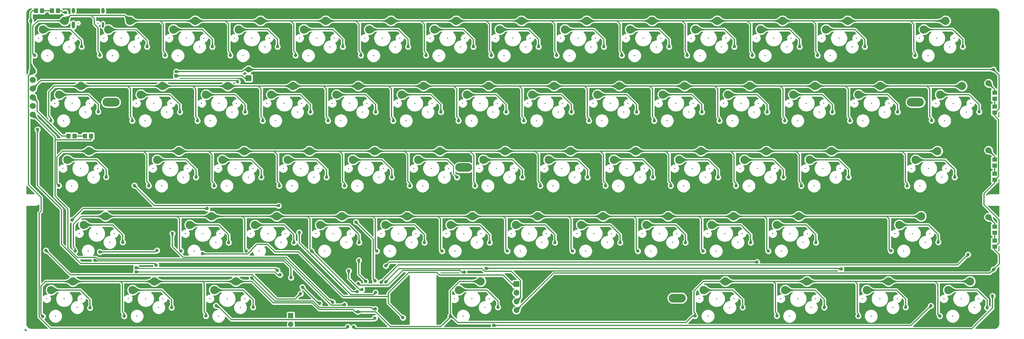
<source format=gbr>
%TF.GenerationSoftware,KiCad,Pcbnew,(5.1.0)-1*%
%TF.CreationDate,2019-04-30T15:13:15+08:00*%
%TF.ProjectId,keyboard,6b657962-6f61-4726-942e-6b696361645f,rev.C*%
%TF.SameCoordinates,PX3b67bd4PY97d81e8*%
%TF.FileFunction,Copper,L1,Top*%
%TF.FilePolarity,Positive*%
%FSLAX46Y46*%
G04 Gerber Fmt 4.6, Leading zero omitted, Abs format (unit mm)*
G04 Created by KiCad (PCBNEW (5.1.0)-1) date 2019-04-30 15:13:15*
%MOMM*%
%LPD*%
G04 APERTURE LIST*
%ADD10R,1.160000X1.470000*%
%ADD11R,1.470000X1.160000*%
%ADD12C,2.400000*%
%ADD13O,1.000000X2.100000*%
%ADD14O,1.000000X1.600000*%
%ADD15O,1.000000X1.000000*%
%ADD16R,1.000000X1.000000*%
%ADD17O,1.700000X1.700000*%
%ADD18R,1.700000X1.700000*%
%ADD19R,1.600000X1.600000*%
%ADD20C,1.600000*%
%ADD21C,1.800000*%
%ADD22C,1.000000*%
%ADD23C,0.305000*%
%ADD24C,0.254000*%
%ADD25C,0.025400*%
%ADD26C,0.350000*%
%ADD27O,0.600000X1.700000*%
%ADD28O,0.599999X1.699999*%
%ADD29O,0.600000X1.200000*%
%ADD30O,5.001259X2.499359*%
G04 APERTURE END LIST*
D10*
X76828400Y-102429000D03*
X75048400Y-102429000D03*
D11*
X345482920Y-95611660D03*
X345482920Y-93831660D03*
X345482920Y-115203810D03*
X345482920Y-113423810D03*
X345482920Y-134795960D03*
X345482920Y-133015960D03*
D10*
X71998340Y-65747900D03*
X70218340Y-65747900D03*
D12*
X162878000Y-71278800D03*
X169228000Y-68738800D03*
X329565000Y-90328800D03*
X335915000Y-87788800D03*
X86677500Y-71278800D03*
X93027500Y-68738800D03*
X124778000Y-71278800D03*
X131128000Y-68738800D03*
X143828000Y-71278800D03*
X150178000Y-68738800D03*
X181928000Y-71278800D03*
X188278000Y-68738800D03*
X200978000Y-71278800D03*
X207328000Y-68738800D03*
X220028000Y-71278800D03*
X226378000Y-68738800D03*
X239078000Y-71278800D03*
X245428000Y-68738800D03*
X258128000Y-71278800D03*
X264478000Y-68738800D03*
X277178000Y-71278800D03*
X283528000Y-68738800D03*
X296228000Y-71278800D03*
X302578000Y-68738800D03*
X324802000Y-71278800D03*
X331152000Y-68738800D03*
X72390000Y-90328800D03*
X78740000Y-87788800D03*
X96202000Y-90328800D03*
X102552000Y-87788800D03*
X115252000Y-90328800D03*
X121602000Y-87788800D03*
X134302000Y-90328800D03*
X140652000Y-87788800D03*
X153352000Y-90328800D03*
X159702000Y-87788800D03*
X172402000Y-90328800D03*
X178752000Y-87788800D03*
X191452000Y-90328800D03*
X197802000Y-87788800D03*
X210502000Y-90328800D03*
X216852000Y-87788800D03*
X229552000Y-90328800D03*
X235902000Y-87788800D03*
X248602000Y-90328800D03*
X254952000Y-87788800D03*
X267652000Y-90328800D03*
X274002000Y-87788800D03*
X286702000Y-90328800D03*
X293052000Y-87788800D03*
X305752000Y-90328800D03*
X312102000Y-87788800D03*
X74771200Y-109379000D03*
X81121200Y-106839000D03*
X100965000Y-109379000D03*
X107315000Y-106839000D03*
X120015000Y-109379000D03*
X126365000Y-106839000D03*
X139065000Y-109379000D03*
X145415000Y-106839000D03*
X158115000Y-109379000D03*
X164465000Y-106839000D03*
X177165000Y-109379000D03*
X183515000Y-106839000D03*
X196215000Y-109379000D03*
X202565000Y-106839000D03*
X215265000Y-109379000D03*
X221615000Y-106839000D03*
X234315000Y-109379000D03*
X240665000Y-106839000D03*
X253365000Y-109379000D03*
X259715000Y-106839000D03*
X272415000Y-109379000D03*
X278765000Y-106839000D03*
X291465000Y-109379000D03*
X297815000Y-106839000D03*
X322421000Y-109379000D03*
X328771000Y-106839000D03*
X79533800Y-128429000D03*
X85883800Y-125889000D03*
X110490000Y-128429000D03*
X116840000Y-125889000D03*
X129540000Y-128429000D03*
X135890000Y-125889000D03*
X148590000Y-128429000D03*
X154940000Y-125889000D03*
X167640000Y-128429000D03*
X173990000Y-125889000D03*
X186690000Y-128429000D03*
X193040000Y-125889000D03*
X205740000Y-128429000D03*
X212090000Y-125889000D03*
X224790000Y-128429000D03*
X231140000Y-125889000D03*
X243840000Y-128429000D03*
X250190000Y-125889000D03*
X262890000Y-128429000D03*
X269240000Y-125889000D03*
X281940000Y-128429000D03*
X288290000Y-125889000D03*
X317659000Y-128429000D03*
X324009000Y-125889000D03*
X70008800Y-147479000D03*
X76358800Y-144939000D03*
X93821200Y-147479000D03*
X100171200Y-144939000D03*
X117634000Y-147479000D03*
X123984000Y-144939000D03*
X189071000Y-147479000D03*
X195421000Y-144939000D03*
X260509000Y-147479000D03*
X266859000Y-144939000D03*
X284321000Y-147479000D03*
X290671000Y-144939000D03*
X308134000Y-147479000D03*
X314484000Y-144939000D03*
X331946000Y-147479000D03*
X338296000Y-144939000D03*
X67627500Y-71278800D03*
X73977500Y-68738800D03*
X105728000Y-71278800D03*
X112078000Y-68738800D03*
D13*
X76506000Y-69949800D03*
D14*
X76506000Y-65769800D03*
X85146000Y-65769800D03*
D15*
X106517440Y-83581080D03*
D16*
X106517440Y-84831080D03*
D17*
X205850000Y-153370000D03*
X205850000Y-150830000D03*
X205850000Y-148290000D03*
D18*
X205850000Y-145750000D03*
X127665000Y-85493900D03*
D17*
X127665000Y-82953900D03*
D19*
X139969000Y-154976000D03*
D20*
X139969000Y-157516000D03*
D21*
X64642900Y-91100000D03*
X64642900Y-88560000D03*
X64642900Y-86020000D03*
X64642900Y-93640000D03*
X343684860Y-86982300D03*
X343684860Y-106563160D03*
X343684860Y-126144020D03*
X64642900Y-83480000D03*
X64642900Y-96180000D03*
D10*
X81708300Y-102429000D03*
X79928300Y-102429000D03*
D11*
X345482920Y-91540060D03*
X345482920Y-89760060D03*
X345482920Y-109342010D03*
X345482920Y-111122010D03*
X345482920Y-128923960D03*
X345482920Y-130703960D03*
D10*
X65599540Y-65747900D03*
X67379540Y-65747900D03*
D22*
X143375500Y-146624200D03*
X74196300Y-66280800D03*
X148395638Y-151343562D03*
X345117460Y-82953900D03*
X345137740Y-141462760D03*
X140045200Y-143845900D03*
X82788100Y-138805200D03*
X100919800Y-135893000D03*
X84227700Y-136321800D03*
X100677400Y-140190000D03*
X66051000Y-100503200D03*
X114158900Y-136789400D03*
X172717000Y-155543700D03*
X152219000Y-151034800D03*
X105409900Y-130935600D03*
X98026200Y-76306700D03*
X164495100Y-155675300D03*
X118145600Y-152047500D03*
X164616300Y-152991900D03*
X128563461Y-143954439D03*
X164701800Y-148184800D03*
X142443500Y-130620900D03*
X159020900Y-127585100D03*
X164573500Y-144796300D03*
X190610300Y-142237800D03*
X159683571Y-145553029D03*
X167739400Y-140386200D03*
X276093500Y-139289300D03*
X196971800Y-141171300D03*
X300680000Y-141336900D03*
X167713700Y-145107700D03*
X155675000Y-151731800D03*
X160791200Y-147333300D03*
X156898000Y-141856700D03*
X65178900Y-78861900D03*
X322260000Y-78938100D03*
X84228900Y-78861900D03*
X103279000Y-78861900D03*
X122329000Y-78861900D03*
X141379000Y-78861900D03*
X160429000Y-78861900D03*
X179479000Y-78861900D03*
X198529000Y-78861900D03*
X217579000Y-78861900D03*
X236629000Y-78861900D03*
X255679000Y-78861900D03*
X274729000Y-78861900D03*
X293779000Y-78861900D03*
X327055000Y-97894100D03*
X93687900Y-97985600D03*
X69941400Y-97983000D03*
X112738000Y-97985600D03*
X131788000Y-97985600D03*
X150838000Y-97985600D03*
X169888000Y-97985600D03*
X188938000Y-97985600D03*
X207988000Y-97985600D03*
X227038000Y-97985600D03*
X246088000Y-97985600D03*
X265138000Y-97985600D03*
X284188000Y-97985600D03*
X303238000Y-97985600D03*
X161838200Y-144917600D03*
X72265500Y-116944000D03*
X98506300Y-116987000D03*
X319936000Y-117041000D03*
X117556000Y-116987000D03*
X136606000Y-116987000D03*
X155656000Y-116987000D03*
X174706000Y-116987000D03*
X193756000Y-116987000D03*
X212806000Y-116987000D03*
X231856000Y-116987000D03*
X250906000Y-116987000D03*
X269956000Y-116987000D03*
X289006000Y-116987000D03*
X159842000Y-138800640D03*
X159434100Y-147952000D03*
X315156000Y-136002000D03*
X107955000Y-136080000D03*
X76995000Y-136086000D03*
X127005000Y-136080000D03*
X146055000Y-136080000D03*
X165105000Y-136080000D03*
X184155000Y-136080000D03*
X203205000Y-136080000D03*
X222255000Y-136080000D03*
X241305000Y-136080000D03*
X260355000Y-136080000D03*
X279405000Y-136080000D03*
X159557000Y-153818800D03*
X329468000Y-155077000D03*
X305661000Y-155075000D03*
X281904000Y-155031000D03*
X258018000Y-155049000D03*
X186548000Y-155072000D03*
X91335900Y-155103000D03*
X115217000Y-155062000D03*
X67579200Y-155184000D03*
X115564500Y-123651200D03*
X76077500Y-126984000D03*
X142842700Y-148533400D03*
X68518900Y-135918600D03*
X183799000Y-95410000D03*
X78925400Y-76311800D03*
X117076000Y-76306700D03*
X136126000Y-76306700D03*
X155176000Y-76306700D03*
X174226000Y-76306700D03*
X193276000Y-76306700D03*
X212326000Y-76306700D03*
X231376000Y-76306700D03*
X250426000Y-76306700D03*
X269476000Y-76306700D03*
X288526000Y-76306700D03*
X307576000Y-76306700D03*
X336182000Y-76321900D03*
X83761600Y-95331300D03*
X107599000Y-95410000D03*
X126649000Y-95410000D03*
X145699000Y-95410000D03*
X164749000Y-95410000D03*
X202849000Y-95410000D03*
X221899000Y-95410000D03*
X240949000Y-95410000D03*
X259999000Y-95410000D03*
X279049000Y-95410000D03*
X298099000Y-95410000D03*
X317149000Y-95410000D03*
X340962000Y-95361800D03*
X86085700Y-114440000D03*
X112326000Y-114506000D03*
X131376000Y-114506000D03*
X150426000Y-114506000D03*
X169476000Y-114506000D03*
X188526000Y-114506000D03*
X207576000Y-114506000D03*
X226626000Y-114506000D03*
X245676000Y-114506000D03*
X264726000Y-114506000D03*
X283776000Y-114506000D03*
X302826000Y-114506000D03*
X333809000Y-114511000D03*
X90919300Y-133482000D03*
X121854000Y-133599000D03*
X140904000Y-133599000D03*
X159954000Y-133599000D03*
X179004000Y-133599000D03*
X198054000Y-133599000D03*
X217104000Y-133599000D03*
X236154000Y-133599000D03*
X255204000Y-133599000D03*
X274254000Y-133599000D03*
X293304000Y-133599000D03*
X329016000Y-133507000D03*
X81381600Y-152687000D03*
X105181000Y-152603000D03*
X128976000Y-152527000D03*
X200442000Y-152512000D03*
X271894000Y-152547000D03*
X295730000Y-152547000D03*
X319499000Y-152527000D03*
X343271000Y-152634000D03*
X124458900Y-86565200D03*
X94810600Y-142119000D03*
X136865942Y-143017000D03*
X136059000Y-141736000D03*
X94810600Y-140939000D03*
X94326000Y-116909200D03*
X136425940Y-122806460D03*
X166334000Y-145177900D03*
X337695540Y-137106660D03*
X326852720Y-152080400D03*
X199242680Y-157853380D03*
X158325820Y-158282640D03*
X344853258Y-149194520D03*
X156628700Y-158161800D03*
X64109700Y-68709540D03*
D23*
X71995800Y-65747900D02*
X72931800Y-65747900D01*
X74196300Y-66280800D02*
X73464700Y-66280800D01*
X73464700Y-66280800D02*
X72931800Y-65747900D01*
X75048400Y-102429000D02*
X73157400Y-102429000D01*
X73157400Y-102429000D02*
X65926800Y-95198400D01*
X65926800Y-95198400D02*
X65926800Y-92383900D01*
X65926800Y-92383900D02*
X64642900Y-91100000D01*
X125831820Y-83581080D02*
X106517440Y-83581080D01*
X127665000Y-82953900D02*
X126459000Y-82953900D01*
X126459000Y-82953900D02*
X125831820Y-83581080D01*
X143375500Y-146624200D02*
X148094862Y-151343562D01*
X148094862Y-151343562D02*
X148395638Y-151343562D01*
X345117460Y-82953900D02*
X345117460Y-82953900D01*
X127665000Y-82953900D02*
X345117460Y-82953900D01*
X216697900Y-142522100D02*
X344078400Y-142522100D01*
X346839540Y-139760960D02*
X345637739Y-140962761D01*
X205850000Y-153370000D02*
X216697900Y-142522100D01*
X344637741Y-141962759D02*
X345137740Y-141462760D01*
X344078400Y-142522100D02*
X344637741Y-141962759D01*
X345637739Y-140962761D02*
X345137740Y-141462760D01*
X345480380Y-95556340D02*
X345461060Y-95537020D01*
X345482920Y-116179860D02*
X343636600Y-118026180D01*
X345482920Y-115203810D02*
X345482920Y-116179860D01*
X343636600Y-118026180D02*
X343781380Y-117881400D01*
X345637920Y-134795960D02*
X345482920Y-134795960D01*
X346786200Y-133647680D02*
X345637920Y-134795960D01*
X346786200Y-126936499D02*
X346786200Y-133647680D01*
X342394751Y-122545050D02*
X346786200Y-126936499D01*
X343636600Y-118026180D02*
X342394751Y-119268029D01*
X342394751Y-119268029D02*
X342394751Y-122545050D01*
X346839540Y-137037580D02*
X346839540Y-139760960D01*
X345482920Y-135680960D02*
X346839540Y-137037580D01*
X345482920Y-134795960D02*
X345482920Y-135680960D01*
X345637920Y-95611660D02*
X345482920Y-95611660D01*
X346745560Y-94504020D02*
X345637920Y-95611660D01*
X345117460Y-82953900D02*
X346745560Y-84582000D01*
X346745560Y-84582000D02*
X346745560Y-94504020D01*
X345637920Y-115203810D02*
X345482920Y-115203810D01*
X346573621Y-114268109D02*
X345637920Y-115203810D01*
X346573621Y-97587361D02*
X346573621Y-114268109D01*
X345482920Y-96496660D02*
X346573621Y-97587361D01*
X345482920Y-95611660D02*
X345482920Y-96496660D01*
X140045200Y-140951980D02*
X140045200Y-143845900D01*
X138021020Y-138927800D02*
X140045200Y-140951980D01*
X82788100Y-138805200D02*
X82910700Y-138927800D01*
X82910700Y-138927800D02*
X138021020Y-138927800D01*
X84227700Y-136321800D02*
X100491000Y-136321800D01*
X100491000Y-136321800D02*
X100919800Y-135893000D01*
X126459000Y-85493900D02*
X127665000Y-85493900D01*
X106517440Y-84831080D02*
X125796180Y-84831080D01*
X125796180Y-84831080D02*
X126459000Y-85493900D01*
X66051000Y-100503200D02*
X66051000Y-116927400D01*
X66051000Y-116927400D02*
X73009000Y-123885400D01*
X73009000Y-123885400D02*
X73009000Y-134036400D01*
X73009000Y-134036400D02*
X78642100Y-139669500D01*
X78642100Y-139669500D02*
X100156900Y-139669500D01*
X100156900Y-139669500D02*
X100677400Y-140190000D01*
X168477200Y-149349800D02*
X168477200Y-148343800D01*
X168477200Y-148343800D02*
X174506200Y-142314800D01*
X174506200Y-142314800D02*
X182643300Y-142314800D01*
X182643300Y-142314800D02*
X183431400Y-143102900D01*
X183431400Y-143102900D02*
X201996900Y-143102900D01*
X201996900Y-143102900D02*
X204644000Y-145750000D01*
X172717000Y-155543700D02*
X168477200Y-151303900D01*
X168477200Y-151303900D02*
X168477200Y-149349800D01*
X114158900Y-136789400D02*
X114305600Y-136936100D01*
X114305600Y-136936100D02*
X127390700Y-136936100D01*
X127390700Y-136936100D02*
X128478400Y-135848400D01*
X128478400Y-135848400D02*
X128478400Y-135697000D01*
X128478400Y-135697000D02*
X130027500Y-134147900D01*
X130027500Y-134147900D02*
X133202600Y-134147900D01*
X133202600Y-134147900D02*
X135373500Y-136318800D01*
X135373500Y-136318800D02*
X142235800Y-136318800D01*
X142235800Y-136318800D02*
X155266800Y-149349800D01*
X155266800Y-149349800D02*
X168477200Y-149349800D01*
X205850000Y-145750000D02*
X204644000Y-145750000D01*
X105409900Y-134761900D02*
X105409900Y-130935600D01*
X108553000Y-137905000D02*
X105409900Y-134761900D01*
X138669540Y-137905000D02*
X108553000Y-137905000D01*
X151206200Y-150441660D02*
X138669540Y-137905000D01*
X152219000Y-151034800D02*
X151625860Y-150441660D01*
X151625860Y-150441660D02*
X151206200Y-150441660D01*
D24*
X86677500Y-71278800D02*
X94775500Y-71278800D01*
X94775500Y-71278800D02*
X98026200Y-74529500D01*
X98026200Y-74529500D02*
X98026200Y-76306700D01*
D23*
X118145600Y-152047500D02*
X118558400Y-152047500D01*
X118558400Y-152047500D02*
X122643000Y-156132100D01*
X122643000Y-156132100D02*
X164038300Y-156132100D01*
X164038300Y-156132100D02*
X164495100Y-155675300D01*
X164616300Y-152991900D02*
X163909194Y-152991900D01*
X135327331Y-150718309D02*
X129063460Y-144454438D01*
X129063460Y-144454438D02*
X128563461Y-143954439D01*
X146476407Y-150718309D02*
X135327331Y-150718309D01*
X148357698Y-152599600D02*
X146476407Y-150718309D01*
X163516894Y-152599600D02*
X148357698Y-152599600D01*
X163909194Y-152991900D02*
X163516894Y-152599600D01*
X142443500Y-130620900D02*
X142443500Y-133700100D01*
X142443500Y-133700100D02*
X157551500Y-148808100D01*
X157551500Y-148808100D02*
X164078500Y-148808100D01*
X164078500Y-148808100D02*
X164701800Y-148184800D01*
X164048900Y-144271700D02*
X164573500Y-144796300D01*
X159020900Y-127585100D02*
X164048900Y-132613100D01*
X164048900Y-132613100D02*
X164048900Y-144271700D01*
X190610300Y-142237800D02*
X189903194Y-142237800D01*
X189903194Y-142237800D02*
X189419094Y-141753700D01*
X189419094Y-141753700D02*
X172684100Y-141753700D01*
X172684100Y-141753700D02*
X168384772Y-146053028D01*
X168384772Y-146053028D02*
X160183570Y-146053028D01*
X160183570Y-146053028D02*
X159683571Y-145553029D01*
X276093500Y-139289300D02*
X168836300Y-139289300D01*
X168836300Y-139289300D02*
X167739400Y-140386200D01*
X196971800Y-141171300D02*
X300514400Y-141171300D01*
X300514400Y-141171300D02*
X300680000Y-141336900D01*
X205850000Y-150806640D02*
X205850000Y-150830000D01*
X207100500Y-149556140D02*
X205850000Y-150806640D01*
X171576300Y-141245100D02*
X195835000Y-141245100D01*
X167713700Y-145107700D02*
X171576300Y-141245100D01*
X195835000Y-141245100D02*
X196617200Y-142027300D01*
X196617200Y-142027300D02*
X204397700Y-142027300D01*
X204397700Y-142027300D02*
X207100500Y-144730100D01*
X207100500Y-144730100D02*
X207100500Y-149556140D01*
X155675000Y-151731800D02*
X155501200Y-151905600D01*
X155501200Y-151905600D02*
X151796600Y-151905600D01*
X151796600Y-151905600D02*
X138304700Y-138413700D01*
X138304700Y-138413700D02*
X83607300Y-138413700D01*
X83607300Y-138413700D02*
X83142800Y-137949200D01*
X83142800Y-137949200D02*
X77642100Y-137949200D01*
X77642100Y-137949200D02*
X74919100Y-135226200D01*
X74919100Y-135226200D02*
X74919100Y-123770500D01*
X74919100Y-123770500D02*
X71144400Y-119995800D01*
X71144400Y-119995800D02*
X71144400Y-103520000D01*
X71144400Y-103520000D02*
X81708300Y-103520000D01*
X64642900Y-96180000D02*
X71144400Y-102681500D01*
X71144400Y-102681500D02*
X71144400Y-103520000D01*
X81708300Y-102429000D02*
X81708300Y-103520000D01*
X322260000Y-78938100D02*
X322277800Y-78938100D01*
X322277800Y-78938100D02*
X322354000Y-78861900D01*
X302578000Y-68738800D02*
X292362000Y-68738800D01*
X320937000Y-68738800D02*
X302578000Y-68738800D01*
X207328000Y-68738800D02*
X197112000Y-68738800D01*
X216162000Y-68738800D02*
X207328000Y-68738800D01*
X188278000Y-68738800D02*
X178062000Y-68738800D01*
X197112000Y-68738800D02*
X188278000Y-68738800D01*
X169228000Y-68738800D02*
X159012000Y-68738800D01*
X178062000Y-68738800D02*
X169228000Y-68738800D01*
X150178000Y-68738800D02*
X139962000Y-68738800D01*
X159012000Y-68738800D02*
X150178000Y-68738800D01*
X131128000Y-68738800D02*
X120912000Y-68738800D01*
X139962000Y-68738800D02*
X131128000Y-68738800D01*
X101862000Y-68738800D02*
X93027500Y-68738800D01*
X112078000Y-68738800D02*
X101862000Y-68738800D01*
X330462000Y-68738800D02*
X320937000Y-68738800D01*
X331152000Y-68738800D02*
X330462000Y-68738800D01*
X120912000Y-68738800D02*
X112078000Y-68738800D01*
X226378000Y-68738800D02*
X216162000Y-68738800D01*
X235212000Y-68738800D02*
X226378000Y-68738800D01*
X254262000Y-68738800D02*
X245428000Y-68738800D01*
X264478000Y-68738800D02*
X254262000Y-68738800D01*
X273312000Y-68738800D02*
X283528000Y-68738800D01*
X264478000Y-68738800D02*
X273312000Y-68738800D01*
X292362000Y-68738800D02*
X283528000Y-68738800D01*
X81683900Y-67129700D02*
X75586600Y-67129700D01*
X75586600Y-67129700D02*
X73977500Y-68738800D01*
X93027500Y-68738800D02*
X91418400Y-67129700D01*
X91418400Y-67129700D02*
X81683900Y-67129700D01*
X84228900Y-78861900D02*
X84228900Y-78154800D01*
X84228900Y-78154800D02*
X83741300Y-77667200D01*
X83741300Y-77667200D02*
X83741300Y-70807600D01*
X83741300Y-70807600D02*
X82633800Y-69700100D01*
X82633800Y-69700100D02*
X82633800Y-68079600D01*
X82633800Y-68079600D02*
X81683900Y-67129700D01*
X73977500Y-68738800D02*
X72280400Y-68738800D01*
X72280400Y-68738800D02*
X72269100Y-68750200D01*
X72269100Y-68750200D02*
X66172100Y-68750200D01*
X66172100Y-68750200D02*
X64678900Y-70243400D01*
X64678900Y-70243400D02*
X64678900Y-78361900D01*
X64678900Y-78361900D02*
X65178900Y-78861900D01*
X322354000Y-78861900D02*
X322354000Y-78154800D01*
X322354000Y-78154800D02*
X321879000Y-77679800D01*
X321879000Y-77679800D02*
X321879000Y-69681100D01*
X321879000Y-69681100D02*
X320937000Y-68738800D01*
X293779000Y-78861900D02*
X293779000Y-78154800D01*
X293779000Y-78154800D02*
X293304000Y-77679800D01*
X293304000Y-77679800D02*
X293304000Y-69681100D01*
X293304000Y-69681100D02*
X292362000Y-68738800D01*
X274729000Y-78861900D02*
X274729000Y-78154800D01*
X274729000Y-78154800D02*
X274254000Y-77679800D01*
X274254000Y-77679800D02*
X274254000Y-69681100D01*
X274254000Y-69681100D02*
X273312000Y-68738800D01*
X255679000Y-78861900D02*
X255679000Y-78154800D01*
X255679000Y-78154800D02*
X255204000Y-77679800D01*
X255204000Y-77679800D02*
X255204000Y-69681100D01*
X255204000Y-69681100D02*
X254262000Y-68738800D01*
X236629000Y-78861900D02*
X236629000Y-78154800D01*
X236629000Y-78154800D02*
X236154000Y-77679800D01*
X236154000Y-77679800D02*
X236154000Y-69681100D01*
X236154000Y-69681100D02*
X235212000Y-68738800D01*
X217579000Y-78861900D02*
X217579000Y-78154800D01*
X217579000Y-78154800D02*
X217104000Y-77679800D01*
X217104000Y-77679800D02*
X217104000Y-69681100D01*
X217104000Y-69681100D02*
X216162000Y-68738800D01*
X198529000Y-78861900D02*
X198529000Y-78154800D01*
X198529000Y-78154800D02*
X198054000Y-77679800D01*
X198054000Y-77679800D02*
X198054000Y-69681100D01*
X198054000Y-69681100D02*
X197112000Y-68738800D01*
X179479000Y-78861900D02*
X179479000Y-78154800D01*
X179479000Y-78154800D02*
X179004000Y-77679800D01*
X179004000Y-77679800D02*
X179004000Y-69681100D01*
X179004000Y-69681100D02*
X178062000Y-68738800D01*
X160429000Y-78861900D02*
X160429000Y-78154800D01*
X160429000Y-78154800D02*
X159954000Y-77679800D01*
X159954000Y-77679800D02*
X159954000Y-69681100D01*
X159954000Y-69681100D02*
X159012000Y-68738800D01*
X141379000Y-78861900D02*
X141379000Y-78154800D01*
X141379000Y-78154800D02*
X140904000Y-77679800D01*
X140904000Y-77679800D02*
X140904000Y-69681100D01*
X140904000Y-69681100D02*
X139962000Y-68738800D01*
X122329000Y-78861900D02*
X122329000Y-78154800D01*
X122329000Y-78154800D02*
X121854000Y-77679800D01*
X121854000Y-77679800D02*
X121854000Y-69681100D01*
X121854000Y-69681100D02*
X120912000Y-68738800D01*
X331404000Y-69681100D02*
X330462000Y-68738800D01*
X103279000Y-78861900D02*
X103279000Y-78154800D01*
X103279000Y-78154800D02*
X102804000Y-77679800D01*
X102804000Y-77679800D02*
X102804000Y-69681100D01*
X102804000Y-69681100D02*
X101862000Y-68738800D01*
X245428000Y-68738800D02*
X235212000Y-68738800D01*
X156898000Y-141856700D02*
X156898000Y-144147206D01*
X156898000Y-144147206D02*
X160084094Y-147333300D01*
X160084094Y-147333300D02*
X160791200Y-147333300D01*
X327043000Y-97632000D02*
X327055000Y-97644000D01*
X327055000Y-97644000D02*
X327055000Y-97894100D01*
X327043000Y-97632000D02*
X327043000Y-97278500D01*
X327043000Y-97278500D02*
X326553000Y-96788300D01*
X326553000Y-96788300D02*
X326553000Y-88618100D01*
X326553000Y-88618100D02*
X325723000Y-87788800D01*
X327043000Y-97985600D02*
X327043000Y-97632000D01*
X235902000Y-87788800D02*
X244768000Y-87788800D01*
X225718000Y-87788800D02*
X235902000Y-87788800D01*
X216852000Y-87788800D02*
X225718000Y-87788800D01*
X206668000Y-87788800D02*
X216852000Y-87788800D01*
X197802000Y-87788800D02*
X206668000Y-87788800D01*
X187618000Y-87788800D02*
X197802000Y-87788800D01*
X178752000Y-87788800D02*
X187618000Y-87788800D01*
X168568000Y-87788800D02*
X178752000Y-87788800D01*
X159702000Y-87788800D02*
X168568000Y-87788800D01*
X149518000Y-87788800D02*
X159702000Y-87788800D01*
X92092800Y-87788800D02*
X92368400Y-87788800D01*
X78740000Y-87788800D02*
X92092800Y-87788800D01*
X92368400Y-87788800D02*
X92092800Y-87788800D01*
X93687900Y-97985600D02*
X93687900Y-97278500D01*
X93687900Y-97278500D02*
X93197700Y-96788300D01*
X93197700Y-96788300D02*
X93197700Y-88618100D01*
X93197700Y-88618100D02*
X92368400Y-87788800D01*
X92368400Y-87788800D02*
X102552000Y-87788800D01*
X111418000Y-87788800D02*
X121602000Y-87788800D01*
X102552000Y-87788800D02*
X111418000Y-87788800D01*
X130468000Y-87788800D02*
X121602000Y-87788800D01*
X140652000Y-87788800D02*
X130468000Y-87788800D01*
X140652000Y-87788800D02*
X149518000Y-87788800D01*
X244768000Y-87788800D02*
X254952000Y-87788800D01*
X254952000Y-87788800D02*
X263818000Y-87788800D01*
X282868000Y-87788800D02*
X293052000Y-87788800D01*
X301918000Y-87788800D02*
X312102000Y-87788800D01*
X293052000Y-87788800D02*
X301918000Y-87788800D01*
X325723000Y-87788800D02*
X335915000Y-87788800D01*
X303238000Y-97985600D02*
X303238000Y-97278500D01*
X303238000Y-97278500D02*
X302748000Y-96788300D01*
X302748000Y-96788300D02*
X302748000Y-88618100D01*
X302748000Y-88618100D02*
X301918000Y-87788800D01*
X284188000Y-97985600D02*
X284188000Y-97278500D01*
X284188000Y-97278500D02*
X283698000Y-96788300D01*
X283698000Y-96788300D02*
X283698000Y-88618100D01*
X283698000Y-88618100D02*
X282868000Y-87788800D01*
X265138000Y-97985600D02*
X265138000Y-97278500D01*
X265138000Y-97278500D02*
X264648000Y-96788300D01*
X264648000Y-96788300D02*
X264648000Y-88618100D01*
X264648000Y-88618100D02*
X263818000Y-87788800D01*
X246088000Y-97985600D02*
X246088000Y-97278500D01*
X246088000Y-97278500D02*
X245598000Y-96788300D01*
X245598000Y-96788300D02*
X245598000Y-88618100D01*
X245598000Y-88618100D02*
X244768000Y-87788800D01*
X227038000Y-97985600D02*
X227038000Y-97278500D01*
X227038000Y-97278500D02*
X226548000Y-96788300D01*
X226548000Y-96788300D02*
X226548000Y-88618100D01*
X226548000Y-88618100D02*
X225718000Y-87788800D01*
X207988000Y-97985600D02*
X207988000Y-97278500D01*
X207988000Y-97278500D02*
X207498000Y-96788300D01*
X207498000Y-96788300D02*
X207498000Y-88618100D01*
X207498000Y-88618100D02*
X206668000Y-87788800D01*
X188938000Y-97985600D02*
X188938000Y-97278500D01*
X188938000Y-97278500D02*
X188448000Y-96788300D01*
X188448000Y-96788300D02*
X188448000Y-88618100D01*
X188448000Y-88618100D02*
X187618000Y-87788800D01*
X169888000Y-97985600D02*
X169888000Y-97278500D01*
X169888000Y-97278500D02*
X169398000Y-96788300D01*
X169398000Y-96788300D02*
X169398000Y-88618100D01*
X169398000Y-88618100D02*
X168568000Y-87788800D01*
X150838000Y-97985600D02*
X150838000Y-97278500D01*
X150838000Y-97278500D02*
X150348000Y-96788300D01*
X150348000Y-96788300D02*
X150348000Y-88618100D01*
X150348000Y-88618100D02*
X149518000Y-87788800D01*
X131788000Y-97985600D02*
X131788000Y-97278500D01*
X131788000Y-97278500D02*
X131298000Y-96788300D01*
X131298000Y-96788300D02*
X131298000Y-88618100D01*
X131298000Y-88618100D02*
X130468000Y-87788800D01*
X112738000Y-97985600D02*
X112738000Y-97278500D01*
X112738000Y-97278500D02*
X112248000Y-96788300D01*
X112248000Y-96788300D02*
X112248000Y-88618100D01*
X112248000Y-88618100D02*
X111418000Y-87788800D01*
X69941400Y-97983000D02*
X69941400Y-97275900D01*
X69941400Y-97275900D02*
X69296300Y-96630800D01*
X69296300Y-96630800D02*
X69296300Y-89461300D01*
X69296300Y-89461300D02*
X70968800Y-87788800D01*
X70968800Y-87788800D02*
X78740000Y-87788800D01*
X312102000Y-87788800D02*
X325723000Y-87788800D01*
X274002000Y-87788800D02*
X282868000Y-87788800D01*
X263818000Y-87788800D02*
X274002000Y-87788800D01*
X318415000Y-106839000D02*
X318473000Y-106897000D01*
X318415000Y-106839000D02*
X297815000Y-106839000D01*
X328771000Y-106839000D02*
X318415000Y-106839000D01*
X319989000Y-116691500D02*
X319989000Y-116338000D01*
X319989000Y-116338000D02*
X319466000Y-115815000D01*
X319466000Y-115815000D02*
X319466000Y-107891000D01*
X319466000Y-107891000D02*
X318473000Y-106897000D01*
X319989000Y-116691500D02*
X319936000Y-116744500D01*
X319936000Y-116744500D02*
X319936000Y-117041000D01*
X319989000Y-117045000D02*
X319989000Y-116691500D01*
X221615000Y-106839000D02*
X211290000Y-106839000D01*
X230340000Y-106839000D02*
X221615000Y-106839000D01*
X202565000Y-106839000D02*
X192240000Y-106839000D01*
X211290000Y-106839000D02*
X202565000Y-106839000D01*
X183515000Y-106839000D02*
X173190000Y-106839000D01*
X192240000Y-106839000D02*
X183515000Y-106839000D01*
X145415000Y-106839000D02*
X135090000Y-106839000D01*
X154140000Y-106839000D02*
X145415000Y-106839000D01*
X96989900Y-106839000D02*
X81121200Y-106839000D01*
X107315000Y-106839000D02*
X96989900Y-106839000D01*
X116040000Y-106839000D02*
X107315000Y-106839000D01*
X126365000Y-106839000D02*
X116040000Y-106839000D01*
X135090000Y-106839000D02*
X126365000Y-106839000D01*
X173190000Y-106839000D02*
X164465000Y-106839000D01*
X240665000Y-106839000D02*
X230340000Y-106839000D01*
X249390000Y-106839000D02*
X240665000Y-106839000D01*
X268440000Y-106839000D02*
X259715000Y-106839000D01*
X278765000Y-106839000D02*
X268440000Y-106839000D01*
X287490000Y-106839000D02*
X297815000Y-106839000D01*
X289006000Y-116987000D02*
X289006000Y-116280000D01*
X289006000Y-116280000D02*
X288483000Y-115757000D01*
X288483000Y-115757000D02*
X288483000Y-107832000D01*
X288483000Y-107832000D02*
X287490000Y-106839000D01*
X269956000Y-116987000D02*
X269956000Y-116280000D01*
X269956000Y-116280000D02*
X269433000Y-115757000D01*
X269433000Y-115757000D02*
X269433000Y-107832000D01*
X269433000Y-107832000D02*
X268440000Y-106839000D01*
X250906000Y-116987000D02*
X250906000Y-116280000D01*
X250906000Y-116280000D02*
X250383000Y-115757000D01*
X250383000Y-115757000D02*
X250383000Y-107832000D01*
X250383000Y-107832000D02*
X249390000Y-106839000D01*
X231856000Y-116987000D02*
X231856000Y-116280000D01*
X231856000Y-116280000D02*
X231333000Y-115757000D01*
X231333000Y-115757000D02*
X231333000Y-107832000D01*
X231333000Y-107832000D02*
X230340000Y-106839000D01*
X212806000Y-116987000D02*
X212806000Y-116280000D01*
X212806000Y-116280000D02*
X212283000Y-115757000D01*
X212283000Y-115757000D02*
X212283000Y-107832000D01*
X212283000Y-107832000D02*
X211290000Y-106839000D01*
X174706000Y-116987000D02*
X174706000Y-116280000D01*
X174706000Y-116280000D02*
X174183000Y-115757000D01*
X174183000Y-115757000D02*
X174183000Y-107832000D01*
X174183000Y-107832000D02*
X173190000Y-106839000D01*
X155656000Y-116987000D02*
X155656000Y-116280000D01*
X155656000Y-116280000D02*
X155133000Y-115757000D01*
X155133000Y-115757000D02*
X155133000Y-107832000D01*
X155133000Y-107832000D02*
X154140000Y-106839000D01*
X136606000Y-116987000D02*
X136606000Y-116280000D01*
X136606000Y-116280000D02*
X136083000Y-115757000D01*
X136083000Y-115757000D02*
X136083000Y-107832000D01*
X136083000Y-107832000D02*
X135090000Y-106839000D01*
X117556000Y-116987000D02*
X117556000Y-116280000D01*
X117556000Y-116280000D02*
X117033000Y-115757000D01*
X117033000Y-115757000D02*
X117033000Y-107832000D01*
X117033000Y-107832000D02*
X116040000Y-106839000D01*
X98506300Y-116987000D02*
X98506300Y-116280000D01*
X98506300Y-116280000D02*
X97983000Y-115757000D01*
X97983000Y-115757000D02*
X97983000Y-107832000D01*
X97983000Y-107832000D02*
X96989900Y-106839000D01*
X81121200Y-106839000D02*
X73389700Y-106839000D01*
X73389700Y-106839000D02*
X71704200Y-108525000D01*
X71704200Y-108525000D02*
X71704200Y-116383000D01*
X71704200Y-116383000D02*
X72265500Y-116944000D01*
X164465000Y-106839000D02*
X154140000Y-106839000D01*
X259715000Y-106839000D02*
X249390000Y-106839000D01*
X278765000Y-106839000D02*
X287490000Y-106839000D01*
X161838200Y-144917600D02*
X159842000Y-142921400D01*
X159842000Y-142921400D02*
X159842000Y-139507746D01*
X159842000Y-139507746D02*
X159842000Y-138800640D01*
X193470341Y-108069341D02*
X192240000Y-106839000D01*
X193470341Y-115994341D02*
X193470341Y-108069341D01*
X193756000Y-116987000D02*
X193756000Y-116280000D01*
X193756000Y-116280000D02*
X193470341Y-115994341D01*
X146055000Y-136080000D02*
X157927000Y-147952000D01*
X157927000Y-147952000D02*
X159434100Y-147952000D01*
X165105000Y-136080000D02*
X164656000Y-135630000D01*
X164656000Y-135630000D02*
X164656000Y-126644000D01*
X164656000Y-126644000D02*
X163900000Y-125889000D01*
X313917000Y-125889000D02*
X313930000Y-125902000D01*
X313917000Y-125889000D02*
X324009000Y-125889000D01*
X288290000Y-125889000D02*
X313917000Y-125889000D01*
X314910500Y-135868000D02*
X314686000Y-135643000D01*
X314686000Y-135643000D02*
X314686000Y-126657000D01*
X314686000Y-126657000D02*
X313930000Y-125902000D01*
X314910500Y-135868000D02*
X315022000Y-135868000D01*
X315022000Y-135868000D02*
X315156000Y-136002000D01*
X315135000Y-136093000D02*
X314910500Y-135868000D01*
X278200000Y-125889000D02*
X288290000Y-125889000D01*
X231140000Y-125889000D02*
X240100000Y-125889000D01*
X221050000Y-125889000D02*
X231140000Y-125889000D01*
X173990000Y-125889000D02*
X182950000Y-125889000D01*
X163900000Y-125889000D02*
X173990000Y-125889000D01*
X154940000Y-125889000D02*
X163900000Y-125889000D01*
X144850000Y-125889000D02*
X154940000Y-125889000D01*
X135890000Y-125889000D02*
X144850000Y-125889000D01*
X125800000Y-125889000D02*
X135890000Y-125889000D01*
X116840000Y-125889000D02*
X117697000Y-125889000D01*
X106750000Y-125889000D02*
X116840000Y-125889000D01*
X106380000Y-125889000D02*
X106750000Y-125889000D01*
X85883800Y-125889000D02*
X106380000Y-125889000D01*
X106750000Y-125889000D02*
X106380000Y-125889000D01*
X107955000Y-136080000D02*
X107506000Y-135630000D01*
X107506000Y-135630000D02*
X107506000Y-126644000D01*
X107506000Y-126644000D02*
X106750000Y-125889000D01*
X117697000Y-125889000D02*
X125800000Y-125889000D01*
X182950000Y-125889000D02*
X193040000Y-125889000D01*
X202000000Y-125889000D02*
X212090000Y-125889000D01*
X212090000Y-125889000D02*
X221050000Y-125889000D01*
X240100000Y-125889000D02*
X250190000Y-125889000D01*
X259150000Y-125889000D02*
X269240000Y-125889000D01*
X269240000Y-125889000D02*
X278200000Y-125889000D01*
X279405000Y-136080000D02*
X278956000Y-135630000D01*
X278956000Y-135630000D02*
X278956000Y-126644000D01*
X278956000Y-126644000D02*
X278200000Y-125889000D01*
X260355000Y-136080000D02*
X259906000Y-135630000D01*
X259906000Y-135630000D02*
X259906000Y-126644000D01*
X259906000Y-126644000D02*
X259150000Y-125889000D01*
X241305000Y-136080000D02*
X240856000Y-135630000D01*
X240856000Y-135630000D02*
X240856000Y-126644000D01*
X240856000Y-126644000D02*
X240100000Y-125889000D01*
X222255000Y-136080000D02*
X221806000Y-135630000D01*
X221806000Y-135630000D02*
X221806000Y-126644000D01*
X221806000Y-126644000D02*
X221050000Y-125889000D01*
X203205000Y-136080000D02*
X202756000Y-135630000D01*
X202756000Y-135630000D02*
X202756000Y-126644000D01*
X202756000Y-126644000D02*
X202000000Y-125889000D01*
X184155000Y-136080000D02*
X183706000Y-135630000D01*
X183706000Y-135630000D02*
X183706000Y-126644000D01*
X183706000Y-126644000D02*
X182950000Y-125889000D01*
X146055000Y-136080000D02*
X145606000Y-135630000D01*
X145606000Y-135630000D02*
X145606000Y-126644000D01*
X145606000Y-126644000D02*
X144850000Y-125889000D01*
X127005000Y-136080000D02*
X126556000Y-135630000D01*
X126556000Y-135630000D02*
X126556000Y-126644000D01*
X126556000Y-126644000D02*
X125800000Y-125889000D01*
X76995000Y-136086000D02*
X76995000Y-135379000D01*
X76995000Y-135379000D02*
X76525100Y-134909000D01*
X76525100Y-134909000D02*
X76525100Y-128275000D01*
X76525100Y-128275000D02*
X78911200Y-125889000D01*
X78911200Y-125889000D02*
X85883800Y-125889000D01*
X250190000Y-125889000D02*
X259150000Y-125889000D01*
X193040000Y-125889000D02*
X202000000Y-125889000D01*
X117697000Y-125889000D02*
X116975000Y-125167000D01*
X159557000Y-153818800D02*
X159586100Y-153847900D01*
X159586100Y-153847900D02*
X164744600Y-153847900D01*
X164744600Y-153847900D02*
X169076600Y-158179900D01*
X169076600Y-158179900D02*
X183793600Y-158179900D01*
X183793600Y-158179900D02*
X186901500Y-155072000D01*
X123984000Y-144939000D02*
X124557300Y-144939000D01*
X123984000Y-144939000D02*
X114224000Y-144939000D01*
X186548000Y-155072000D02*
X186901500Y-155072000D01*
X115217000Y-155062000D02*
X115217000Y-154355000D01*
X115217000Y-154355000D02*
X114719000Y-153857000D01*
X114719000Y-153857000D02*
X114719000Y-145434000D01*
X114719000Y-145434000D02*
X114224000Y-144939000D01*
X280838000Y-144939000D02*
X266859000Y-144939000D01*
X290671000Y-144939000D02*
X280838000Y-144939000D01*
X304665000Y-144939000D02*
X290671000Y-144939000D01*
X314484000Y-144939000D02*
X304665000Y-144939000D01*
X328046000Y-144939000D02*
X314484000Y-144939000D01*
X338296000Y-144939000D02*
X328046000Y-144939000D01*
X90208100Y-144939000D02*
X76358800Y-144939000D01*
X100171200Y-144939000D02*
X90208100Y-144939000D01*
X114224000Y-144939000D02*
X100171200Y-144939000D01*
X186548000Y-155072000D02*
X186548000Y-147700000D01*
X186548000Y-147700000D02*
X189309000Y-144939000D01*
X189309000Y-144939000D02*
X195421000Y-144939000D01*
X91335900Y-155103000D02*
X91335900Y-154396000D01*
X91335900Y-154396000D02*
X90799900Y-153860000D01*
X90799900Y-153860000D02*
X90799900Y-145531000D01*
X90799900Y-145531000D02*
X90208100Y-144939000D01*
X76358800Y-144939000D02*
X68418500Y-144939000D01*
X68418500Y-144939000D02*
X67038200Y-146319000D01*
X67038200Y-146319000D02*
X67038200Y-154643000D01*
X67038200Y-154643000D02*
X67579200Y-155184000D01*
X329468000Y-155077000D02*
X328907000Y-154516000D01*
X328907000Y-154516000D02*
X328907000Y-145800000D01*
X328907000Y-145800000D02*
X328046000Y-144939000D01*
X305661000Y-155075000D02*
X305661000Y-154368000D01*
X305661000Y-154368000D02*
X305379000Y-154086000D01*
X305379000Y-154086000D02*
X305379000Y-145653000D01*
X305379000Y-145653000D02*
X304665000Y-144939000D01*
X281904000Y-155031000D02*
X281904000Y-154324000D01*
X281904000Y-154324000D02*
X281462000Y-153882000D01*
X281462000Y-153882000D02*
X281462000Y-145564000D01*
X281462000Y-145564000D02*
X280838000Y-144939000D01*
X266859000Y-144939000D02*
X265162000Y-144939000D01*
X265162000Y-144939000D02*
X265136000Y-144965000D01*
X265136000Y-144965000D02*
X260502000Y-144965000D01*
X260502000Y-144965000D02*
X257694000Y-147774000D01*
X257694000Y-147774000D02*
X257694000Y-154017000D01*
X257694000Y-154017000D02*
X258018000Y-154342000D01*
X258018000Y-154342000D02*
X258018000Y-155049000D01*
X128586480Y-144939000D02*
X123984000Y-144939000D01*
X159557000Y-153818800D02*
X158849894Y-153818800D01*
X158213414Y-153182320D02*
X148221700Y-153182320D01*
X158849894Y-153818800D02*
X158213414Y-153182320D01*
X148221700Y-153182320D02*
X146265900Y-151226520D01*
X146265900Y-151226520D02*
X134874000Y-151226520D01*
X134874000Y-151226520D02*
X128586480Y-144939000D01*
X257310894Y-155049000D02*
X258018000Y-155049000D01*
X255398333Y-156961561D02*
X257310894Y-155049000D01*
X186901500Y-155072000D02*
X188791061Y-156961561D01*
X188791061Y-156961561D02*
X255398333Y-156961561D01*
X76077500Y-126984000D02*
X79410300Y-123651200D01*
X79410300Y-123651200D02*
X115564500Y-123651200D01*
X141264640Y-150111460D02*
X142842700Y-148533400D01*
X135930640Y-150111460D02*
X141264640Y-150111460D01*
X128797380Y-142978200D02*
X135930640Y-150111460D01*
X68518900Y-135918600D02*
X75578500Y-142978200D01*
X75578500Y-142978200D02*
X128797380Y-142978200D01*
X172402000Y-90328800D02*
X180885000Y-90328800D01*
X180885000Y-90328800D02*
X183799000Y-93242900D01*
X183799000Y-93242900D02*
X183799000Y-95410000D01*
X67627500Y-71278800D02*
X75684500Y-71278800D01*
X75684500Y-71278800D02*
X78925400Y-74519700D01*
X78925400Y-74519700D02*
X78925400Y-76311800D01*
X117076000Y-76306700D02*
X117076000Y-74177900D01*
X117076000Y-74177900D02*
X114177000Y-71278800D01*
X114177000Y-71278800D02*
X105728000Y-71278800D01*
X136126000Y-76306700D02*
X136126000Y-74177900D01*
X136126000Y-74177900D02*
X133227000Y-71278800D01*
X133227000Y-71278800D02*
X124778000Y-71278800D01*
X155176000Y-76306700D02*
X155176000Y-74177900D01*
X155176000Y-74177900D02*
X152277000Y-71278800D01*
X152277000Y-71278800D02*
X143828000Y-71278800D01*
X174226000Y-76306700D02*
X174226000Y-74177900D01*
X174226000Y-74177900D02*
X171327000Y-71278800D01*
X171327000Y-71278800D02*
X162878000Y-71278800D01*
X193276000Y-76306700D02*
X193276000Y-74177900D01*
X193276000Y-74177900D02*
X190377000Y-71278800D01*
X190377000Y-71278800D02*
X181928000Y-71278800D01*
X212326000Y-76306700D02*
X212326000Y-74177900D01*
X212326000Y-74177900D02*
X209427000Y-71278800D01*
X209427000Y-71278800D02*
X200978000Y-71278800D01*
X231376000Y-76306700D02*
X231376000Y-74177900D01*
X231376000Y-74177900D02*
X228477000Y-71278800D01*
X228477000Y-71278800D02*
X220028000Y-71278800D01*
X250426000Y-76306700D02*
X250426000Y-74177900D01*
X250426000Y-74177900D02*
X247527000Y-71278800D01*
X247527000Y-71278800D02*
X239078000Y-71278800D01*
X269476000Y-76306700D02*
X269476000Y-74177900D01*
X269476000Y-74177900D02*
X266577000Y-71278800D01*
X266577000Y-71278800D02*
X258128000Y-71278800D01*
X288526000Y-76306700D02*
X288526000Y-74177900D01*
X288526000Y-74177900D02*
X285627000Y-71278800D01*
X285627000Y-71278800D02*
X277178000Y-71278800D01*
X307576000Y-76306700D02*
X307576000Y-74177900D01*
X307576000Y-74177900D02*
X304677000Y-71278800D01*
X304677000Y-71278800D02*
X296228000Y-71278800D01*
X336151000Y-75242300D02*
X336182000Y-75273300D01*
X336182000Y-75273300D02*
X336182000Y-76321900D01*
X336151000Y-75242300D02*
X336151000Y-74177900D01*
X336151000Y-74177900D02*
X333252000Y-71278800D01*
X333252000Y-71278800D02*
X324803000Y-71278800D01*
X336151000Y-76306700D02*
X336151000Y-75242300D01*
X324802000Y-71278800D02*
X324803000Y-71278800D01*
X72390000Y-90328800D02*
X80953700Y-90328800D01*
X80953700Y-90328800D02*
X83761600Y-93136700D01*
X83761600Y-93136700D02*
X83761600Y-95331300D01*
X96202000Y-90328800D02*
X104685000Y-90328800D01*
X104685000Y-90328800D02*
X107599000Y-93242900D01*
X107599000Y-93242900D02*
X107599000Y-95410000D01*
X115252000Y-90328800D02*
X123735000Y-90328800D01*
X123735000Y-90328800D02*
X126649000Y-93242900D01*
X126649000Y-93242900D02*
X126649000Y-95410000D01*
X134302000Y-90328800D02*
X142785000Y-90328800D01*
X142785000Y-90328800D02*
X145699000Y-93242900D01*
X145699000Y-93242900D02*
X145699000Y-95410000D01*
X153352000Y-90328800D02*
X161835000Y-90328800D01*
X161835000Y-90328800D02*
X164749000Y-93242900D01*
X164749000Y-93242900D02*
X164749000Y-95410000D01*
X191452000Y-90328800D02*
X199935000Y-90328800D01*
X199935000Y-90328800D02*
X202849000Y-93242900D01*
X202849000Y-93242900D02*
X202849000Y-95410000D01*
X210502000Y-90328800D02*
X218985000Y-90328800D01*
X218985000Y-90328800D02*
X221899000Y-93242900D01*
X221899000Y-93242900D02*
X221899000Y-95410000D01*
X229552000Y-90328800D02*
X238035000Y-90328800D01*
X238035000Y-90328800D02*
X240949000Y-93242900D01*
X240949000Y-93242900D02*
X240949000Y-95410000D01*
X248602000Y-90328800D02*
X257085000Y-90328800D01*
X257085000Y-90328800D02*
X259999000Y-93242900D01*
X259999000Y-93242900D02*
X259999000Y-95410000D01*
X267652000Y-90328800D02*
X276135000Y-90328800D01*
X276135000Y-90328800D02*
X279049000Y-93242900D01*
X279049000Y-93242900D02*
X279049000Y-95410000D01*
X286702000Y-90328800D02*
X295185000Y-90328800D01*
X295185000Y-90328800D02*
X298099000Y-93242900D01*
X298099000Y-93242900D02*
X298099000Y-95410000D01*
X305752000Y-90328800D02*
X314235000Y-90328800D01*
X314235000Y-90328800D02*
X317149000Y-93242900D01*
X317149000Y-93242900D02*
X317149000Y-95410000D01*
X340954000Y-94326400D02*
X340962000Y-94334400D01*
X340962000Y-94334400D02*
X340962000Y-95361800D01*
X340954000Y-94326400D02*
X340954000Y-95410000D01*
X329565000Y-90328800D02*
X338040000Y-90328800D01*
X338040000Y-90328800D02*
X340954000Y-93242900D01*
X340954000Y-93242900D02*
X340954000Y-94326400D01*
X329557000Y-90328800D02*
X329565000Y-90328800D01*
X74771200Y-109379000D02*
X83305900Y-109379000D01*
X83305900Y-109379000D02*
X86085700Y-112159000D01*
X86085700Y-112159000D02*
X86085700Y-114440000D01*
X100965000Y-109379000D02*
X109478000Y-109379000D01*
X109478000Y-109379000D02*
X112326000Y-112227000D01*
X112326000Y-112227000D02*
X112326000Y-114506000D01*
X120015000Y-109379000D02*
X128528000Y-109379000D01*
X128528000Y-109379000D02*
X131376000Y-112227000D01*
X131376000Y-112227000D02*
X131376000Y-114506000D01*
X139065000Y-109379000D02*
X147578000Y-109379000D01*
X147578000Y-109379000D02*
X150426000Y-112227000D01*
X150426000Y-112227000D02*
X150426000Y-114506000D01*
X158115000Y-109379000D02*
X166628000Y-109379000D01*
X166628000Y-109379000D02*
X169476000Y-112227000D01*
X169476000Y-112227000D02*
X169476000Y-114506000D01*
D24*
X185678000Y-109379000D02*
X187449000Y-111150000D01*
X187449000Y-111150000D02*
X187449000Y-113429000D01*
X187449000Y-113429000D02*
X188526000Y-114506000D01*
D23*
X177165000Y-109379000D02*
X185678000Y-109379000D01*
X196215000Y-109379000D02*
X204728000Y-109379000D01*
X204728000Y-109379000D02*
X207576000Y-112227000D01*
X207576000Y-112227000D02*
X207576000Y-114506000D01*
X215265000Y-109379000D02*
X223778000Y-109379000D01*
X223778000Y-109379000D02*
X226626000Y-112227000D01*
X226626000Y-112227000D02*
X226626000Y-114506000D01*
X234315000Y-109379000D02*
X242828000Y-109379000D01*
X242828000Y-109379000D02*
X245676000Y-112227000D01*
X245676000Y-112227000D02*
X245676000Y-114506000D01*
X253365000Y-109379000D02*
X261878000Y-109379000D01*
X261878000Y-109379000D02*
X264726000Y-112227000D01*
X264726000Y-112227000D02*
X264726000Y-114506000D01*
X272415000Y-109379000D02*
X280928000Y-109379000D01*
X280928000Y-109379000D02*
X283776000Y-112227000D01*
X283776000Y-112227000D02*
X283776000Y-114506000D01*
X291465000Y-109379000D02*
X299978000Y-109379000D01*
X299978000Y-109379000D02*
X302826000Y-112227000D01*
X302826000Y-112227000D02*
X302826000Y-114506000D01*
X322421000Y-109379000D02*
X322448000Y-109406000D01*
X322448000Y-109406000D02*
X322448000Y-109437000D01*
X333809000Y-114511000D02*
X333809000Y-114564000D01*
X322448000Y-109437000D02*
X330961000Y-109437000D01*
X330961000Y-109437000D02*
X333809000Y-112285000D01*
X333809000Y-112285000D02*
X333809000Y-114511000D01*
X79533800Y-128429000D02*
X87938200Y-128429000D01*
X87938200Y-128429000D02*
X90919300Y-131410000D01*
X90919300Y-131410000D02*
X90919300Y-133482000D01*
X110490000Y-128429000D02*
X118998000Y-128429000D01*
X118998000Y-128429000D02*
X121854000Y-131285000D01*
X121854000Y-131285000D02*
X121854000Y-133599000D01*
X129540000Y-128429000D02*
X138048000Y-128429000D01*
X138048000Y-128429000D02*
X140904000Y-131285000D01*
X140904000Y-131285000D02*
X140904000Y-133599000D01*
X148590000Y-128429000D02*
X157098000Y-128429000D01*
X157098000Y-128429000D02*
X159954000Y-131285000D01*
X159954000Y-131285000D02*
X159954000Y-133599000D01*
X167640000Y-128429000D02*
X176148000Y-128429000D01*
X176148000Y-128429000D02*
X179004000Y-131285000D01*
X179004000Y-131285000D02*
X179004000Y-133599000D01*
X186690000Y-128429000D02*
X195198000Y-128429000D01*
X195198000Y-128429000D02*
X198054000Y-131285000D01*
X198054000Y-131285000D02*
X198054000Y-133599000D01*
X205740000Y-128429000D02*
X214248000Y-128429000D01*
X214248000Y-128429000D02*
X217104000Y-131285000D01*
X217104000Y-131285000D02*
X217104000Y-133599000D01*
X224790000Y-128429000D02*
X233298000Y-128429000D01*
X233298000Y-128429000D02*
X236154000Y-131285000D01*
X236154000Y-131285000D02*
X236154000Y-133599000D01*
X243840000Y-128429000D02*
X252348000Y-128429000D01*
X252348000Y-128429000D02*
X255204000Y-131285000D01*
X255204000Y-131285000D02*
X255204000Y-133599000D01*
X262890000Y-128429000D02*
X271398000Y-128429000D01*
X271398000Y-128429000D02*
X274254000Y-131285000D01*
X274254000Y-131285000D02*
X274254000Y-133599000D01*
X281940000Y-128429000D02*
X290448000Y-128429000D01*
X290448000Y-128429000D02*
X293304000Y-131285000D01*
X293304000Y-131285000D02*
X293304000Y-133599000D01*
X329034000Y-132455000D02*
X329016000Y-132473000D01*
X329016000Y-132473000D02*
X329016000Y-133507000D01*
X329034000Y-132455000D02*
X329034000Y-133612000D01*
X317670000Y-128442000D02*
X326178000Y-128442000D01*
X326178000Y-128442000D02*
X329034000Y-131298000D01*
X329034000Y-131298000D02*
X329034000Y-132455000D01*
X317659000Y-128429000D02*
X317670000Y-128440000D01*
X317670000Y-128440000D02*
X317670000Y-128442000D01*
X70008800Y-147479000D02*
X78528200Y-147479000D01*
X78528200Y-147479000D02*
X81381600Y-150332000D01*
X81381600Y-150332000D02*
X81381600Y-152687000D01*
X93821200Y-147479000D02*
X102267000Y-147479000D01*
X102267000Y-147479000D02*
X105181000Y-150393000D01*
X105181000Y-150393000D02*
X105181000Y-152603000D01*
X117634000Y-147479000D02*
X126085000Y-147479000D01*
X126085000Y-147479000D02*
X128976000Y-150370000D01*
X128976000Y-150370000D02*
X128976000Y-152527000D01*
X189071000Y-147479000D02*
X197207000Y-147479000D01*
X197207000Y-147479000D02*
X200442000Y-150714000D01*
X200442000Y-150714000D02*
X200442000Y-152512000D01*
X260509000Y-147479000D02*
X269054000Y-147479000D01*
X269054000Y-147479000D02*
X271894000Y-150319000D01*
X271894000Y-150319000D02*
X271894000Y-152547000D01*
X284321000Y-147479000D02*
X293011000Y-147479000D01*
X293011000Y-147479000D02*
X295730000Y-150198000D01*
X295730000Y-150198000D02*
X295730000Y-152547000D01*
X308134000Y-147479000D02*
X316839000Y-147479000D01*
X316839000Y-147479000D02*
X319499000Y-150139000D01*
X319499000Y-150139000D02*
X319499000Y-152527000D01*
X343271000Y-150372220D02*
X343271000Y-151926894D01*
X343271000Y-151926894D02*
X343271000Y-152634000D01*
X340377780Y-147479000D02*
X343271000Y-150372220D01*
X331946000Y-147479000D02*
X340377780Y-147479000D01*
X64642900Y-88560000D02*
X67005200Y-86197700D01*
X67005200Y-86197700D02*
X124091400Y-86197700D01*
X124091400Y-86197700D02*
X124458900Y-86565200D01*
D24*
X136159000Y-143017000D02*
X136865942Y-143017000D01*
X135261000Y-142119000D02*
X136159000Y-143017000D01*
X94810600Y-142119000D02*
X135261000Y-142119000D01*
X94810600Y-140939000D02*
X95017000Y-141145000D01*
X95017000Y-141145000D02*
X135468000Y-141145000D01*
X135468000Y-141145000D02*
X136059000Y-141736000D01*
D23*
X100167380Y-122750580D02*
X135662954Y-122750580D01*
X135662954Y-122750580D02*
X135718834Y-122806460D01*
X94326000Y-116909200D02*
X100167380Y-122750580D01*
X135718834Y-122806460D02*
X136425940Y-122806460D01*
X345482920Y-88780360D02*
X345482920Y-89760060D01*
X343684860Y-86982300D02*
X345482920Y-88780360D01*
X171360300Y-140151600D02*
X334650600Y-140151600D01*
X334650600Y-140151600D02*
X337695540Y-137106660D01*
X166334000Y-145177900D02*
X171360300Y-140151600D01*
X326852720Y-152080400D02*
X321079740Y-157853380D01*
X321079740Y-157853380D02*
X199949786Y-157853380D01*
X199949786Y-157853380D02*
X199242680Y-157853380D01*
X345482920Y-108361220D02*
X345482920Y-109342010D01*
X343684860Y-106563160D02*
X345482920Y-108361220D01*
X345604860Y-128923960D02*
X345414860Y-128923960D01*
X345482920Y-127942080D02*
X345482920Y-128923960D01*
X343684860Y-126144020D02*
X345482920Y-127942080D01*
X158825819Y-158782639D02*
X338847527Y-158782639D01*
X344853258Y-149901626D02*
X344853258Y-149194520D01*
X344853258Y-152776908D02*
X344853258Y-149901626D01*
X338847527Y-158782639D02*
X344853258Y-152776908D01*
X158325820Y-158282640D02*
X158825819Y-158782639D01*
X156628700Y-158161800D02*
X156113300Y-158677200D01*
X156113300Y-158677200D02*
X69850600Y-158677200D01*
X69850600Y-158677200D02*
X66526500Y-155353100D01*
X66526500Y-155353100D02*
X66526500Y-124927300D01*
X66526500Y-124927300D02*
X67090600Y-124363200D01*
X67090600Y-124363200D02*
X67090600Y-120413000D01*
X67090600Y-120413000D02*
X63386800Y-116709200D01*
X63386800Y-116709200D02*
X63386800Y-84736100D01*
X63386800Y-84736100D02*
X64642900Y-83480000D01*
X65597000Y-65747900D02*
X64661000Y-65747900D01*
X64642900Y-83480000D02*
X64109700Y-82946800D01*
X64109700Y-82946800D02*
X64109700Y-68709540D01*
X64109700Y-66299200D02*
X64661000Y-65747900D01*
X64109700Y-68709540D02*
X64109700Y-66299200D01*
X76828400Y-102429000D02*
X79928300Y-102429000D01*
X345482920Y-93831660D02*
X345637920Y-93831660D01*
X345482920Y-91540060D02*
X345482920Y-93831660D01*
X345482920Y-111122010D02*
X345482920Y-113423810D01*
X345482920Y-130703960D02*
X345482920Y-133015960D01*
X67377000Y-65747900D02*
X70215800Y-65747900D01*
D24*
G36*
X62451736Y-158995028D02*
G01*
X62487601Y-159030644D01*
X62522949Y-159066740D01*
X62528942Y-159071697D01*
X62528947Y-159071702D01*
X62528952Y-159071706D01*
X62819658Y-159308800D01*
X62694652Y-159308800D01*
X62580760Y-159290761D01*
X62487027Y-159243002D01*
X62412638Y-159168613D01*
X62364879Y-159074880D01*
X62346840Y-158960988D01*
X62346840Y-158868230D01*
X62451736Y-158995028D01*
X62451736Y-158995028D01*
G37*
X62451736Y-158995028D02*
X62487601Y-159030644D01*
X62522949Y-159066740D01*
X62528942Y-159071697D01*
X62528947Y-159071702D01*
X62528952Y-159071706D01*
X62819658Y-159308800D01*
X62694652Y-159308800D01*
X62580760Y-159290761D01*
X62487027Y-159243002D01*
X62412638Y-159168613D01*
X62364879Y-159074880D01*
X62346840Y-158960988D01*
X62346840Y-158868230D01*
X62451736Y-158995028D01*
G36*
X346734151Y-157167404D02*
G01*
X346701475Y-157500660D01*
X346620316Y-157769474D01*
X346488489Y-158017404D01*
X346311016Y-158235009D01*
X346094651Y-158414001D01*
X345847648Y-158547555D01*
X345579409Y-158630589D01*
X345275808Y-158662499D01*
X345264148Y-158662458D01*
X345262117Y-158662650D01*
X339901603Y-158662650D01*
X345297367Y-153266887D01*
X345322561Y-153246211D01*
X345345127Y-153218715D01*
X345399721Y-153152191D01*
X345405100Y-153145637D01*
X345466432Y-153030893D01*
X345504200Y-152906388D01*
X345513758Y-152809347D01*
X345513758Y-152809337D01*
X345516952Y-152776909D01*
X345513758Y-152744480D01*
X345513758Y-149963651D01*
X345519866Y-149956051D01*
X345536934Y-149936935D01*
X345562758Y-149910547D01*
X345636223Y-149837082D01*
X345746536Y-149671987D01*
X345822521Y-149488543D01*
X345861258Y-149293799D01*
X345861258Y-149095241D01*
X345822521Y-148900497D01*
X345746536Y-148717053D01*
X345636223Y-148551958D01*
X345495820Y-148411555D01*
X345330725Y-148301242D01*
X345147281Y-148225257D01*
X344952537Y-148186520D01*
X344753979Y-148186520D01*
X344559235Y-148225257D01*
X344375791Y-148301242D01*
X344210696Y-148411555D01*
X344070293Y-148551958D01*
X343959980Y-148717053D01*
X343883995Y-148900497D01*
X343845258Y-149095241D01*
X343845258Y-149293799D01*
X343883995Y-149488543D01*
X343959980Y-149671987D01*
X344070293Y-149837082D01*
X344143743Y-149910532D01*
X344169579Y-149936934D01*
X344186649Y-149956051D01*
X344192759Y-149963653D01*
X344192758Y-152225290D01*
X344164278Y-152156533D01*
X344053965Y-151991438D01*
X343980547Y-151918020D01*
X343954667Y-151891574D01*
X343937608Y-151872468D01*
X343931500Y-151864868D01*
X343931500Y-150404651D01*
X343934694Y-150372220D01*
X343931500Y-150339789D01*
X343931500Y-150339781D01*
X343921942Y-150242740D01*
X343921269Y-150240519D01*
X343884174Y-150118235D01*
X343853828Y-150061462D01*
X343822842Y-150003491D01*
X343779166Y-149950272D01*
X343760981Y-149928113D01*
X343760980Y-149928112D01*
X343740303Y-149902917D01*
X343715109Y-149882241D01*
X340867765Y-147034898D01*
X340847083Y-147009697D01*
X340746509Y-146927158D01*
X340631765Y-146865826D01*
X340507260Y-146828058D01*
X340410219Y-146818500D01*
X340410208Y-146818500D01*
X340377780Y-146815306D01*
X340345352Y-146818500D01*
X334483766Y-146818500D01*
X334314869Y-146812587D01*
X334162970Y-146796087D01*
X334018887Y-146769081D01*
X333881929Y-146731825D01*
X333751296Y-146684399D01*
X333626120Y-146626659D01*
X333505573Y-146558238D01*
X333388980Y-146478603D01*
X333275826Y-146387082D01*
X333158810Y-146276334D01*
X333034786Y-146152310D01*
X332755041Y-145965390D01*
X332444205Y-145836638D01*
X332114223Y-145771000D01*
X331777777Y-145771000D01*
X331447795Y-145836638D01*
X331136959Y-145965390D01*
X330857214Y-146152310D01*
X330619310Y-146390214D01*
X330432390Y-146669959D01*
X330303638Y-146980795D01*
X330238000Y-147310777D01*
X330238000Y-147647223D01*
X330303638Y-147977205D01*
X330432390Y-148288041D01*
X330619310Y-148567786D01*
X330711624Y-148660100D01*
X330542160Y-148660100D01*
X330279624Y-148712322D01*
X330032320Y-148814759D01*
X329809752Y-148963474D01*
X329620474Y-149152752D01*
X329567500Y-149232033D01*
X329567500Y-145832431D01*
X329570694Y-145800000D01*
X329567500Y-145767569D01*
X329567500Y-145767561D01*
X329557942Y-145670520D01*
X329557142Y-145667881D01*
X329536399Y-145599500D01*
X335758234Y-145599500D01*
X335927130Y-145605413D01*
X336079029Y-145621913D01*
X336223112Y-145648919D01*
X336360070Y-145686175D01*
X336490703Y-145733601D01*
X336615879Y-145791341D01*
X336736426Y-145859762D01*
X336853019Y-145939397D01*
X336966180Y-146030924D01*
X337083174Y-146141650D01*
X337207214Y-146265690D01*
X337486959Y-146452610D01*
X337797795Y-146581362D01*
X338127777Y-146647000D01*
X338464223Y-146647000D01*
X338794205Y-146581362D01*
X339105041Y-146452610D01*
X339384786Y-146265690D01*
X339622690Y-146027786D01*
X339809610Y-145748041D01*
X339938362Y-145437205D01*
X340004000Y-145107223D01*
X340004000Y-144770777D01*
X339938362Y-144440795D01*
X339809610Y-144129959D01*
X339622690Y-143850214D01*
X339384786Y-143612310D01*
X339105041Y-143425390D01*
X338794205Y-143296638D01*
X338464223Y-143231000D01*
X338127777Y-143231000D01*
X337797795Y-143296638D01*
X337486959Y-143425390D01*
X337207214Y-143612310D01*
X337083174Y-143736350D01*
X336966180Y-143847076D01*
X336853019Y-143938603D01*
X336736426Y-144018238D01*
X336615879Y-144086659D01*
X336490703Y-144144399D01*
X336360070Y-144191825D01*
X336223112Y-144229081D01*
X336079029Y-144256087D01*
X335927130Y-144272587D01*
X335758234Y-144278500D01*
X328078428Y-144278500D01*
X328046000Y-144275306D01*
X328013572Y-144278500D01*
X317021766Y-144278500D01*
X316852869Y-144272587D01*
X316700970Y-144256087D01*
X316556887Y-144229081D01*
X316419929Y-144191825D01*
X316289296Y-144144399D01*
X316164120Y-144086659D01*
X316043573Y-144018238D01*
X315926980Y-143938603D01*
X315813826Y-143847082D01*
X315696810Y-143736334D01*
X315572786Y-143612310D01*
X315293041Y-143425390D01*
X314982205Y-143296638D01*
X314652223Y-143231000D01*
X314315777Y-143231000D01*
X313985795Y-143296638D01*
X313674959Y-143425390D01*
X313395214Y-143612310D01*
X313271174Y-143736350D01*
X313154180Y-143847076D01*
X313041019Y-143938603D01*
X312924426Y-144018238D01*
X312803879Y-144086659D01*
X312678703Y-144144399D01*
X312548070Y-144191825D01*
X312411112Y-144229081D01*
X312267029Y-144256087D01*
X312115130Y-144272587D01*
X311946234Y-144278500D01*
X304697428Y-144278500D01*
X304665000Y-144275306D01*
X304632572Y-144278500D01*
X293208766Y-144278500D01*
X293039869Y-144272587D01*
X292887970Y-144256087D01*
X292743887Y-144229081D01*
X292606929Y-144191825D01*
X292476296Y-144144399D01*
X292351120Y-144086659D01*
X292230573Y-144018238D01*
X292113980Y-143938603D01*
X292000826Y-143847082D01*
X291883810Y-143736334D01*
X291759786Y-143612310D01*
X291480041Y-143425390D01*
X291169205Y-143296638D01*
X290839223Y-143231000D01*
X290502777Y-143231000D01*
X290172795Y-143296638D01*
X289861959Y-143425390D01*
X289582214Y-143612310D01*
X289458174Y-143736350D01*
X289341180Y-143847076D01*
X289228019Y-143938603D01*
X289111426Y-144018238D01*
X288990879Y-144086659D01*
X288865703Y-144144399D01*
X288735070Y-144191825D01*
X288598112Y-144229081D01*
X288454029Y-144256087D01*
X288302130Y-144272587D01*
X288133234Y-144278500D01*
X280870697Y-144278500D01*
X280838531Y-144275306D01*
X280805833Y-144278500D01*
X269396766Y-144278500D01*
X269227869Y-144272587D01*
X269075970Y-144256087D01*
X268931887Y-144229081D01*
X268794929Y-144191825D01*
X268664296Y-144144399D01*
X268539120Y-144086659D01*
X268418573Y-144018238D01*
X268301980Y-143938603D01*
X268188826Y-143847082D01*
X268071810Y-143736334D01*
X267947786Y-143612310D01*
X267668041Y-143425390D01*
X267357205Y-143296638D01*
X267027223Y-143231000D01*
X266690777Y-143231000D01*
X266360795Y-143296638D01*
X266049959Y-143425390D01*
X265770214Y-143612310D01*
X265532310Y-143850214D01*
X265530537Y-143852868D01*
X265514511Y-143869008D01*
X265400932Y-143980051D01*
X265299146Y-144076007D01*
X265209729Y-144156539D01*
X265133853Y-144220954D01*
X265073591Y-144268197D01*
X265047290Y-144286603D01*
X265032520Y-144288058D01*
X264978318Y-144304500D01*
X260534371Y-144304500D01*
X260501881Y-144301306D01*
X260439531Y-144307458D01*
X260372520Y-144314058D01*
X260372464Y-144314075D01*
X260372403Y-144314081D01*
X260310502Y-144332871D01*
X260248015Y-144351826D01*
X260247960Y-144351855D01*
X260247905Y-144351872D01*
X260191175Y-144382208D01*
X260133271Y-144413158D01*
X260133225Y-144413195D01*
X260133172Y-144413224D01*
X260082972Y-144454437D01*
X260032697Y-144495697D01*
X260011982Y-144520939D01*
X257249857Y-147284049D01*
X257224697Y-147304697D01*
X257203975Y-147329947D01*
X257203940Y-147329982D01*
X257185239Y-147352777D01*
X257142158Y-147405272D01*
X257142131Y-147405323D01*
X257142093Y-147405369D01*
X257111564Y-147462509D01*
X257080826Y-147520016D01*
X257080809Y-147520073D01*
X257080781Y-147520125D01*
X257061868Y-147582513D01*
X257043058Y-147644521D01*
X257043052Y-147644579D01*
X257043035Y-147644636D01*
X257036910Y-147706943D01*
X257033500Y-147741562D01*
X257033500Y-147741628D01*
X257030306Y-147774118D01*
X257033500Y-147806488D01*
X257033501Y-153984053D01*
X257030307Y-154015978D01*
X257033501Y-154048928D01*
X257033501Y-154049439D01*
X257036618Y-154081082D01*
X257042860Y-154145477D01*
X257043009Y-154145970D01*
X257043059Y-154146480D01*
X257061758Y-154208121D01*
X257080436Y-154270039D01*
X257080678Y-154270493D01*
X257080827Y-154270985D01*
X257111217Y-154327841D01*
X257141591Y-154384878D01*
X257141917Y-154385277D01*
X257142159Y-154385729D01*
X257158085Y-154405135D01*
X257069607Y-154431974D01*
X257056909Y-154435826D01*
X256942165Y-154497158D01*
X256928467Y-154508400D01*
X256869724Y-154556609D01*
X256841591Y-154579697D01*
X256820914Y-154604892D01*
X255124746Y-156301061D01*
X191952810Y-156301061D01*
X192120467Y-156050145D01*
X192271834Y-155684712D01*
X192349000Y-155296771D01*
X192349000Y-154901229D01*
X192271834Y-154513288D01*
X192120467Y-154147855D01*
X191900716Y-153818975D01*
X191621025Y-153539284D01*
X191292145Y-153319533D01*
X190926712Y-153168166D01*
X190538771Y-153091000D01*
X190143229Y-153091000D01*
X189755288Y-153168166D01*
X189389855Y-153319533D01*
X189060975Y-153539284D01*
X188781284Y-153818975D01*
X188561533Y-154147855D01*
X188410166Y-154513288D01*
X188333000Y-154901229D01*
X188333000Y-155296771D01*
X188400697Y-155637109D01*
X187500079Y-154736492D01*
X187441278Y-154594533D01*
X187330965Y-154429438D01*
X187261547Y-154360020D01*
X187243155Y-154340580D01*
X187235013Y-154330502D01*
X187228912Y-154321553D01*
X187224195Y-154313223D01*
X187220317Y-154304789D01*
X187216936Y-154295442D01*
X187213921Y-154284315D01*
X187211359Y-154270588D01*
X187209522Y-154253587D01*
X187208500Y-154224238D01*
X187208500Y-151244441D01*
X187404624Y-151325678D01*
X187667160Y-151377900D01*
X187934840Y-151377900D01*
X188197376Y-151325678D01*
X188444680Y-151223241D01*
X188667248Y-151074526D01*
X188856526Y-150885248D01*
X189005241Y-150662680D01*
X189107678Y-150415376D01*
X189159900Y-150152840D01*
X189159900Y-149885160D01*
X189107678Y-149622624D01*
X189005241Y-149375320D01*
X188875828Y-149181639D01*
X188902777Y-149187000D01*
X189239223Y-149187000D01*
X189569205Y-149121362D01*
X189880041Y-148992610D01*
X190159786Y-148805690D01*
X190283810Y-148681666D01*
X190400826Y-148570918D01*
X190513980Y-148479397D01*
X190630573Y-148399762D01*
X190751120Y-148331341D01*
X190876296Y-148273601D01*
X191006929Y-148226175D01*
X191143887Y-148188919D01*
X191179542Y-148182236D01*
X190937647Y-148424131D01*
X190663845Y-148833906D01*
X190475246Y-149289223D01*
X190379100Y-149772584D01*
X190379100Y-150265416D01*
X190475246Y-150748777D01*
X190663845Y-151204094D01*
X190937647Y-151613869D01*
X191286131Y-151962353D01*
X191695906Y-152236155D01*
X192151223Y-152424754D01*
X192634584Y-152520900D01*
X193127416Y-152520900D01*
X193610777Y-152424754D01*
X194066094Y-152236155D01*
X194475869Y-151962353D01*
X194824353Y-151613869D01*
X195098155Y-151204094D01*
X195286754Y-150748777D01*
X195382900Y-150265416D01*
X195382900Y-149772584D01*
X195286754Y-149289223D01*
X195098155Y-148833906D01*
X194824353Y-148424131D01*
X194539722Y-148139500D01*
X196933413Y-148139500D01*
X197523337Y-148729424D01*
X197317320Y-148814759D01*
X197094752Y-148963474D01*
X196905474Y-149152752D01*
X196756759Y-149375320D01*
X196654322Y-149622624D01*
X196602100Y-149885160D01*
X196602100Y-150152840D01*
X196654322Y-150415376D01*
X196710499Y-150551000D01*
X196493229Y-150551000D01*
X196105288Y-150628166D01*
X195739855Y-150779533D01*
X195410975Y-150999284D01*
X195131284Y-151278975D01*
X194911533Y-151607855D01*
X194760166Y-151973288D01*
X194683000Y-152361229D01*
X194683000Y-152756771D01*
X194760166Y-153144712D01*
X194911533Y-153510145D01*
X195131284Y-153839025D01*
X195410975Y-154118716D01*
X195739855Y-154338467D01*
X196105288Y-154489834D01*
X196493229Y-154567000D01*
X196888771Y-154567000D01*
X197276712Y-154489834D01*
X197642145Y-154338467D01*
X197971025Y-154118716D01*
X198250716Y-153839025D01*
X198470467Y-153510145D01*
X198621834Y-153144712D01*
X198699000Y-152756771D01*
X198699000Y-152361229D01*
X198621834Y-151973288D01*
X198470467Y-151607855D01*
X198290774Y-151338926D01*
X198357376Y-151325678D01*
X198604680Y-151223241D01*
X198827248Y-151074526D01*
X199016526Y-150885248D01*
X199165241Y-150662680D01*
X199250576Y-150456664D01*
X199781500Y-150987588D01*
X199781501Y-151664209D01*
X199780477Y-151693587D01*
X199778640Y-151710588D01*
X199776078Y-151724315D01*
X199773063Y-151735442D01*
X199769682Y-151744789D01*
X199765804Y-151753223D01*
X199761087Y-151761553D01*
X199754986Y-151770502D01*
X199746844Y-151780580D01*
X199728445Y-151800028D01*
X199659035Y-151869438D01*
X199548722Y-152034533D01*
X199472737Y-152217977D01*
X199434000Y-152412721D01*
X199434000Y-152611279D01*
X199472737Y-152806023D01*
X199548722Y-152989467D01*
X199659035Y-153154562D01*
X199799438Y-153294965D01*
X199964533Y-153405278D01*
X200147977Y-153481263D01*
X200342721Y-153520000D01*
X200541279Y-153520000D01*
X200736023Y-153481263D01*
X200919467Y-153405278D01*
X201084562Y-153294965D01*
X201224965Y-153154562D01*
X201335278Y-152989467D01*
X201411263Y-152806023D01*
X201450000Y-152611279D01*
X201450000Y-152412721D01*
X201411263Y-152217977D01*
X201335278Y-152034533D01*
X201224965Y-151869438D01*
X201155547Y-151800020D01*
X201137155Y-151780580D01*
X201129013Y-151770502D01*
X201122912Y-151761553D01*
X201118195Y-151753223D01*
X201114317Y-151744789D01*
X201110936Y-151735442D01*
X201107921Y-151724315D01*
X201105359Y-151710588D01*
X201103522Y-151693587D01*
X201102500Y-151664238D01*
X201102500Y-150746431D01*
X201105694Y-150714000D01*
X201102500Y-150681569D01*
X201102500Y-150681561D01*
X201092942Y-150584520D01*
X201091803Y-150580763D01*
X201055174Y-150460015D01*
X201038874Y-150429520D01*
X200993842Y-150345271D01*
X200942985Y-150283302D01*
X200931981Y-150269893D01*
X200931980Y-150269892D01*
X200911303Y-150244697D01*
X200886109Y-150224021D01*
X197696985Y-147034898D01*
X197676303Y-147009697D01*
X197575729Y-146927158D01*
X197460985Y-146865826D01*
X197336480Y-146828058D01*
X197239439Y-146818500D01*
X197239428Y-146818500D01*
X197207000Y-146815306D01*
X197174572Y-146818500D01*
X191608766Y-146818500D01*
X191439869Y-146812587D01*
X191287970Y-146796087D01*
X191143887Y-146769081D01*
X191006929Y-146731825D01*
X190876296Y-146684399D01*
X190751120Y-146626659D01*
X190630573Y-146558238D01*
X190513980Y-146478603D01*
X190400826Y-146387082D01*
X190283810Y-146276334D01*
X190159786Y-146152310D01*
X189880041Y-145965390D01*
X189569205Y-145836638D01*
X189382573Y-145799514D01*
X189582588Y-145599500D01*
X192883234Y-145599500D01*
X193052130Y-145605413D01*
X193204029Y-145621913D01*
X193348112Y-145648919D01*
X193485070Y-145686175D01*
X193615703Y-145733601D01*
X193740879Y-145791341D01*
X193861426Y-145859762D01*
X193978019Y-145939397D01*
X194091180Y-146030924D01*
X194208174Y-146141650D01*
X194332214Y-146265690D01*
X194611959Y-146452610D01*
X194922795Y-146581362D01*
X195252777Y-146647000D01*
X195589223Y-146647000D01*
X195919205Y-146581362D01*
X196230041Y-146452610D01*
X196509786Y-146265690D01*
X196747690Y-146027786D01*
X196934610Y-145748041D01*
X197063362Y-145437205D01*
X197129000Y-145107223D01*
X197129000Y-144770777D01*
X197063362Y-144440795D01*
X196934610Y-144129959D01*
X196747690Y-143850214D01*
X196660876Y-143763400D01*
X201723313Y-143763400D01*
X204154020Y-146194108D01*
X204174697Y-146219303D01*
X204199892Y-146239980D01*
X204199894Y-146239982D01*
X204216367Y-146253501D01*
X204275271Y-146301842D01*
X204390015Y-146363174D01*
X204489543Y-146393366D01*
X204489543Y-146600000D01*
X204499351Y-146699585D01*
X204528399Y-146795343D01*
X204575571Y-146883595D01*
X204639052Y-146960948D01*
X204716405Y-147024429D01*
X204804657Y-147071601D01*
X204900415Y-147100649D01*
X205000000Y-147110457D01*
X205175972Y-147110457D01*
X205091886Y-147155402D01*
X204885103Y-147325103D01*
X204715402Y-147531886D01*
X204589302Y-147767802D01*
X204511650Y-148023786D01*
X204485430Y-148290000D01*
X204511650Y-148556214D01*
X204589302Y-148812198D01*
X204715402Y-149048114D01*
X204885103Y-149254897D01*
X205091886Y-149424598D01*
X205327802Y-149550698D01*
X205358467Y-149560000D01*
X205327802Y-149569302D01*
X205091886Y-149695402D01*
X204885103Y-149865103D01*
X204715402Y-150071886D01*
X204589302Y-150307802D01*
X204511650Y-150563786D01*
X204485430Y-150830000D01*
X204511650Y-151096214D01*
X204589302Y-151352198D01*
X204715402Y-151588114D01*
X204885103Y-151794897D01*
X205091886Y-151964598D01*
X205327802Y-152090698D01*
X205358467Y-152100000D01*
X205327802Y-152109302D01*
X205091886Y-152235402D01*
X204885103Y-152405103D01*
X204715402Y-152611886D01*
X204589302Y-152847802D01*
X204511650Y-153103786D01*
X204485430Y-153370000D01*
X204511650Y-153636214D01*
X204589302Y-153892198D01*
X204715402Y-154128114D01*
X204885103Y-154334897D01*
X205091886Y-154504598D01*
X205327802Y-154630698D01*
X205583786Y-154708350D01*
X205783294Y-154728000D01*
X205916706Y-154728000D01*
X206116214Y-154708350D01*
X206372198Y-154630698D01*
X206608114Y-154504598D01*
X206814897Y-154334897D01*
X206984598Y-154128114D01*
X207110698Y-153892198D01*
X207188350Y-153636214D01*
X207214570Y-153370000D01*
X207209371Y-153317210D01*
X207210589Y-153273006D01*
X207218932Y-153194163D01*
X207233021Y-153119434D01*
X207252746Y-153047992D01*
X207278209Y-152978978D01*
X207309750Y-152911528D01*
X207347867Y-152844958D01*
X207393192Y-152778749D01*
X207446405Y-152712583D01*
X207514042Y-152640045D01*
X210333087Y-149821000D01*
X249771866Y-149821000D01*
X249805803Y-150165565D01*
X249906309Y-150496889D01*
X250069522Y-150802239D01*
X250289169Y-151069881D01*
X250556811Y-151289528D01*
X250862161Y-151452741D01*
X251193485Y-151553247D01*
X251451708Y-151578680D01*
X254126292Y-151578680D01*
X254384515Y-151553247D01*
X254715839Y-151452741D01*
X255021189Y-151289528D01*
X255288831Y-151069881D01*
X255508478Y-150802239D01*
X255671691Y-150496889D01*
X255772197Y-150165565D01*
X255806134Y-149821000D01*
X255772197Y-149476435D01*
X255671691Y-149145111D01*
X255508478Y-148839761D01*
X255288831Y-148572119D01*
X255021189Y-148352472D01*
X254715839Y-148189259D01*
X254384515Y-148088753D01*
X254126292Y-148063320D01*
X251451708Y-148063320D01*
X251193485Y-148088753D01*
X250862161Y-148189259D01*
X250556811Y-148352472D01*
X250289169Y-148572119D01*
X250069522Y-148839761D01*
X249906309Y-149145111D01*
X249805803Y-149476435D01*
X249771866Y-149821000D01*
X210333087Y-149821000D01*
X216971488Y-143182600D01*
X344045972Y-143182600D01*
X344078400Y-143185794D01*
X344110828Y-143182600D01*
X344110839Y-143182600D01*
X344207880Y-143173042D01*
X344332385Y-143135274D01*
X344447129Y-143073942D01*
X344547703Y-142991403D01*
X344568384Y-142966203D01*
X345060926Y-142473662D01*
X345070632Y-142472606D01*
X345096205Y-142471158D01*
X345133048Y-142470760D01*
X345237019Y-142470760D01*
X345431763Y-142432023D01*
X345615207Y-142356038D01*
X345780302Y-142245725D01*
X345920705Y-142105322D01*
X346031018Y-141940227D01*
X346107003Y-141756783D01*
X346145740Y-141562039D01*
X346145740Y-141458068D01*
X346146138Y-141421225D01*
X346147586Y-141395652D01*
X346148642Y-141385945D01*
X346734151Y-140800437D01*
X346734151Y-157167404D01*
X346734151Y-157167404D01*
G37*
X346734151Y-157167404D02*
X346701475Y-157500660D01*
X346620316Y-157769474D01*
X346488489Y-158017404D01*
X346311016Y-158235009D01*
X346094651Y-158414001D01*
X345847648Y-158547555D01*
X345579409Y-158630589D01*
X345275808Y-158662499D01*
X345264148Y-158662458D01*
X345262117Y-158662650D01*
X339901603Y-158662650D01*
X345297367Y-153266887D01*
X345322561Y-153246211D01*
X345345127Y-153218715D01*
X345399721Y-153152191D01*
X345405100Y-153145637D01*
X345466432Y-153030893D01*
X345504200Y-152906388D01*
X345513758Y-152809347D01*
X345513758Y-152809337D01*
X345516952Y-152776909D01*
X345513758Y-152744480D01*
X345513758Y-149963651D01*
X345519866Y-149956051D01*
X345536934Y-149936935D01*
X345562758Y-149910547D01*
X345636223Y-149837082D01*
X345746536Y-149671987D01*
X345822521Y-149488543D01*
X345861258Y-149293799D01*
X345861258Y-149095241D01*
X345822521Y-148900497D01*
X345746536Y-148717053D01*
X345636223Y-148551958D01*
X345495820Y-148411555D01*
X345330725Y-148301242D01*
X345147281Y-148225257D01*
X344952537Y-148186520D01*
X344753979Y-148186520D01*
X344559235Y-148225257D01*
X344375791Y-148301242D01*
X344210696Y-148411555D01*
X344070293Y-148551958D01*
X343959980Y-148717053D01*
X343883995Y-148900497D01*
X343845258Y-149095241D01*
X343845258Y-149293799D01*
X343883995Y-149488543D01*
X343959980Y-149671987D01*
X344070293Y-149837082D01*
X344143743Y-149910532D01*
X344169579Y-149936934D01*
X344186649Y-149956051D01*
X344192759Y-149963653D01*
X344192758Y-152225290D01*
X344164278Y-152156533D01*
X344053965Y-151991438D01*
X343980547Y-151918020D01*
X343954667Y-151891574D01*
X343937608Y-151872468D01*
X343931500Y-151864868D01*
X343931500Y-150404651D01*
X343934694Y-150372220D01*
X343931500Y-150339789D01*
X343931500Y-150339781D01*
X343921942Y-150242740D01*
X343921269Y-150240519D01*
X343884174Y-150118235D01*
X343853828Y-150061462D01*
X343822842Y-150003491D01*
X343779166Y-149950272D01*
X343760981Y-149928113D01*
X343760980Y-149928112D01*
X343740303Y-149902917D01*
X343715109Y-149882241D01*
X340867765Y-147034898D01*
X340847083Y-147009697D01*
X340746509Y-146927158D01*
X340631765Y-146865826D01*
X340507260Y-146828058D01*
X340410219Y-146818500D01*
X340410208Y-146818500D01*
X340377780Y-146815306D01*
X340345352Y-146818500D01*
X334483766Y-146818500D01*
X334314869Y-146812587D01*
X334162970Y-146796087D01*
X334018887Y-146769081D01*
X333881929Y-146731825D01*
X333751296Y-146684399D01*
X333626120Y-146626659D01*
X333505573Y-146558238D01*
X333388980Y-146478603D01*
X333275826Y-146387082D01*
X333158810Y-146276334D01*
X333034786Y-146152310D01*
X332755041Y-145965390D01*
X332444205Y-145836638D01*
X332114223Y-145771000D01*
X331777777Y-145771000D01*
X331447795Y-145836638D01*
X331136959Y-145965390D01*
X330857214Y-146152310D01*
X330619310Y-146390214D01*
X330432390Y-146669959D01*
X330303638Y-146980795D01*
X330238000Y-147310777D01*
X330238000Y-147647223D01*
X330303638Y-147977205D01*
X330432390Y-148288041D01*
X330619310Y-148567786D01*
X330711624Y-148660100D01*
X330542160Y-148660100D01*
X330279624Y-148712322D01*
X330032320Y-148814759D01*
X329809752Y-148963474D01*
X329620474Y-149152752D01*
X329567500Y-149232033D01*
X329567500Y-145832431D01*
X329570694Y-145800000D01*
X329567500Y-145767569D01*
X329567500Y-145767561D01*
X329557942Y-145670520D01*
X329557142Y-145667881D01*
X329536399Y-145599500D01*
X335758234Y-145599500D01*
X335927130Y-145605413D01*
X336079029Y-145621913D01*
X336223112Y-145648919D01*
X336360070Y-145686175D01*
X336490703Y-145733601D01*
X336615879Y-145791341D01*
X336736426Y-145859762D01*
X336853019Y-145939397D01*
X336966180Y-146030924D01*
X337083174Y-146141650D01*
X337207214Y-146265690D01*
X337486959Y-146452610D01*
X337797795Y-146581362D01*
X338127777Y-146647000D01*
X338464223Y-146647000D01*
X338794205Y-146581362D01*
X339105041Y-146452610D01*
X339384786Y-146265690D01*
X339622690Y-146027786D01*
X339809610Y-145748041D01*
X339938362Y-145437205D01*
X340004000Y-145107223D01*
X340004000Y-144770777D01*
X339938362Y-144440795D01*
X339809610Y-144129959D01*
X339622690Y-143850214D01*
X339384786Y-143612310D01*
X339105041Y-143425390D01*
X338794205Y-143296638D01*
X338464223Y-143231000D01*
X338127777Y-143231000D01*
X337797795Y-143296638D01*
X337486959Y-143425390D01*
X337207214Y-143612310D01*
X337083174Y-143736350D01*
X336966180Y-143847076D01*
X336853019Y-143938603D01*
X336736426Y-144018238D01*
X336615879Y-144086659D01*
X336490703Y-144144399D01*
X336360070Y-144191825D01*
X336223112Y-144229081D01*
X336079029Y-144256087D01*
X335927130Y-144272587D01*
X335758234Y-144278500D01*
X328078428Y-144278500D01*
X328046000Y-144275306D01*
X328013572Y-144278500D01*
X317021766Y-144278500D01*
X316852869Y-144272587D01*
X316700970Y-144256087D01*
X316556887Y-144229081D01*
X316419929Y-144191825D01*
X316289296Y-144144399D01*
X316164120Y-144086659D01*
X316043573Y-144018238D01*
X315926980Y-143938603D01*
X315813826Y-143847082D01*
X315696810Y-143736334D01*
X315572786Y-143612310D01*
X315293041Y-143425390D01*
X314982205Y-143296638D01*
X314652223Y-143231000D01*
X314315777Y-143231000D01*
X313985795Y-143296638D01*
X313674959Y-143425390D01*
X313395214Y-143612310D01*
X313271174Y-143736350D01*
X313154180Y-143847076D01*
X313041019Y-143938603D01*
X312924426Y-144018238D01*
X312803879Y-144086659D01*
X312678703Y-144144399D01*
X312548070Y-144191825D01*
X312411112Y-144229081D01*
X312267029Y-144256087D01*
X312115130Y-144272587D01*
X311946234Y-144278500D01*
X304697428Y-144278500D01*
X304665000Y-144275306D01*
X304632572Y-144278500D01*
X293208766Y-144278500D01*
X293039869Y-144272587D01*
X292887970Y-144256087D01*
X292743887Y-144229081D01*
X292606929Y-144191825D01*
X292476296Y-144144399D01*
X292351120Y-144086659D01*
X292230573Y-144018238D01*
X292113980Y-143938603D01*
X292000826Y-143847082D01*
X291883810Y-143736334D01*
X291759786Y-143612310D01*
X291480041Y-143425390D01*
X291169205Y-143296638D01*
X290839223Y-143231000D01*
X290502777Y-143231000D01*
X290172795Y-143296638D01*
X289861959Y-143425390D01*
X289582214Y-143612310D01*
X289458174Y-143736350D01*
X289341180Y-143847076D01*
X289228019Y-143938603D01*
X289111426Y-144018238D01*
X288990879Y-144086659D01*
X288865703Y-144144399D01*
X288735070Y-144191825D01*
X288598112Y-144229081D01*
X288454029Y-144256087D01*
X288302130Y-144272587D01*
X288133234Y-144278500D01*
X280870697Y-144278500D01*
X280838531Y-144275306D01*
X280805833Y-144278500D01*
X269396766Y-144278500D01*
X269227869Y-144272587D01*
X269075970Y-144256087D01*
X268931887Y-144229081D01*
X268794929Y-144191825D01*
X268664296Y-144144399D01*
X268539120Y-144086659D01*
X268418573Y-144018238D01*
X268301980Y-143938603D01*
X268188826Y-143847082D01*
X268071810Y-143736334D01*
X267947786Y-143612310D01*
X267668041Y-143425390D01*
X267357205Y-143296638D01*
X267027223Y-143231000D01*
X266690777Y-143231000D01*
X266360795Y-143296638D01*
X266049959Y-143425390D01*
X265770214Y-143612310D01*
X265532310Y-143850214D01*
X265530537Y-143852868D01*
X265514511Y-143869008D01*
X265400932Y-143980051D01*
X265299146Y-144076007D01*
X265209729Y-144156539D01*
X265133853Y-144220954D01*
X265073591Y-144268197D01*
X265047290Y-144286603D01*
X265032520Y-144288058D01*
X264978318Y-144304500D01*
X260534371Y-144304500D01*
X260501881Y-144301306D01*
X260439531Y-144307458D01*
X260372520Y-144314058D01*
X260372464Y-144314075D01*
X260372403Y-144314081D01*
X260310502Y-144332871D01*
X260248015Y-144351826D01*
X260247960Y-144351855D01*
X260247905Y-144351872D01*
X260191175Y-144382208D01*
X260133271Y-144413158D01*
X260133225Y-144413195D01*
X260133172Y-144413224D01*
X260082972Y-144454437D01*
X260032697Y-144495697D01*
X260011982Y-144520939D01*
X257249857Y-147284049D01*
X257224697Y-147304697D01*
X257203975Y-147329947D01*
X257203940Y-147329982D01*
X257185239Y-147352777D01*
X257142158Y-147405272D01*
X257142131Y-147405323D01*
X257142093Y-147405369D01*
X257111564Y-147462509D01*
X257080826Y-147520016D01*
X257080809Y-147520073D01*
X257080781Y-147520125D01*
X257061868Y-147582513D01*
X257043058Y-147644521D01*
X257043052Y-147644579D01*
X257043035Y-147644636D01*
X257036910Y-147706943D01*
X257033500Y-147741562D01*
X257033500Y-147741628D01*
X257030306Y-147774118D01*
X257033500Y-147806488D01*
X257033501Y-153984053D01*
X257030307Y-154015978D01*
X257033501Y-154048928D01*
X257033501Y-154049439D01*
X257036618Y-154081082D01*
X257042860Y-154145477D01*
X257043009Y-154145970D01*
X257043059Y-154146480D01*
X257061758Y-154208121D01*
X257080436Y-154270039D01*
X257080678Y-154270493D01*
X257080827Y-154270985D01*
X257111217Y-154327841D01*
X257141591Y-154384878D01*
X257141917Y-154385277D01*
X257142159Y-154385729D01*
X257158085Y-154405135D01*
X257069607Y-154431974D01*
X257056909Y-154435826D01*
X256942165Y-154497158D01*
X256928467Y-154508400D01*
X256869724Y-154556609D01*
X256841591Y-154579697D01*
X256820914Y-154604892D01*
X255124746Y-156301061D01*
X191952810Y-156301061D01*
X192120467Y-156050145D01*
X192271834Y-155684712D01*
X192349000Y-155296771D01*
X192349000Y-154901229D01*
X192271834Y-154513288D01*
X192120467Y-154147855D01*
X191900716Y-153818975D01*
X191621025Y-153539284D01*
X191292145Y-153319533D01*
X190926712Y-153168166D01*
X190538771Y-153091000D01*
X190143229Y-153091000D01*
X189755288Y-153168166D01*
X189389855Y-153319533D01*
X189060975Y-153539284D01*
X188781284Y-153818975D01*
X188561533Y-154147855D01*
X188410166Y-154513288D01*
X188333000Y-154901229D01*
X188333000Y-155296771D01*
X188400697Y-155637109D01*
X187500079Y-154736492D01*
X187441278Y-154594533D01*
X187330965Y-154429438D01*
X187261547Y-154360020D01*
X187243155Y-154340580D01*
X187235013Y-154330502D01*
X187228912Y-154321553D01*
X187224195Y-154313223D01*
X187220317Y-154304789D01*
X187216936Y-154295442D01*
X187213921Y-154284315D01*
X187211359Y-154270588D01*
X187209522Y-154253587D01*
X187208500Y-154224238D01*
X187208500Y-151244441D01*
X187404624Y-151325678D01*
X187667160Y-151377900D01*
X187934840Y-151377900D01*
X188197376Y-151325678D01*
X188444680Y-151223241D01*
X188667248Y-151074526D01*
X188856526Y-150885248D01*
X189005241Y-150662680D01*
X189107678Y-150415376D01*
X189159900Y-150152840D01*
X189159900Y-149885160D01*
X189107678Y-149622624D01*
X189005241Y-149375320D01*
X188875828Y-149181639D01*
X188902777Y-149187000D01*
X189239223Y-149187000D01*
X189569205Y-149121362D01*
X189880041Y-148992610D01*
X190159786Y-148805690D01*
X190283810Y-148681666D01*
X190400826Y-148570918D01*
X190513980Y-148479397D01*
X190630573Y-148399762D01*
X190751120Y-148331341D01*
X190876296Y-148273601D01*
X191006929Y-148226175D01*
X191143887Y-148188919D01*
X191179542Y-148182236D01*
X190937647Y-148424131D01*
X190663845Y-148833906D01*
X190475246Y-149289223D01*
X190379100Y-149772584D01*
X190379100Y-150265416D01*
X190475246Y-150748777D01*
X190663845Y-151204094D01*
X190937647Y-151613869D01*
X191286131Y-151962353D01*
X191695906Y-152236155D01*
X192151223Y-152424754D01*
X192634584Y-152520900D01*
X193127416Y-152520900D01*
X193610777Y-152424754D01*
X194066094Y-152236155D01*
X194475869Y-151962353D01*
X194824353Y-151613869D01*
X195098155Y-151204094D01*
X195286754Y-150748777D01*
X195382900Y-150265416D01*
X195382900Y-149772584D01*
X195286754Y-149289223D01*
X195098155Y-148833906D01*
X194824353Y-148424131D01*
X194539722Y-148139500D01*
X196933413Y-148139500D01*
X197523337Y-148729424D01*
X197317320Y-148814759D01*
X197094752Y-148963474D01*
X196905474Y-149152752D01*
X196756759Y-149375320D01*
X196654322Y-149622624D01*
X196602100Y-149885160D01*
X196602100Y-150152840D01*
X196654322Y-150415376D01*
X196710499Y-150551000D01*
X196493229Y-150551000D01*
X196105288Y-150628166D01*
X195739855Y-150779533D01*
X195410975Y-150999284D01*
X195131284Y-151278975D01*
X194911533Y-151607855D01*
X194760166Y-151973288D01*
X194683000Y-152361229D01*
X194683000Y-152756771D01*
X194760166Y-153144712D01*
X194911533Y-153510145D01*
X195131284Y-153839025D01*
X195410975Y-154118716D01*
X195739855Y-154338467D01*
X196105288Y-154489834D01*
X196493229Y-154567000D01*
X196888771Y-154567000D01*
X197276712Y-154489834D01*
X197642145Y-154338467D01*
X197971025Y-154118716D01*
X198250716Y-153839025D01*
X198470467Y-153510145D01*
X198621834Y-153144712D01*
X198699000Y-152756771D01*
X198699000Y-152361229D01*
X198621834Y-151973288D01*
X198470467Y-151607855D01*
X198290774Y-151338926D01*
X198357376Y-151325678D01*
X198604680Y-151223241D01*
X198827248Y-151074526D01*
X199016526Y-150885248D01*
X199165241Y-150662680D01*
X199250576Y-150456664D01*
X199781500Y-150987588D01*
X199781501Y-151664209D01*
X199780477Y-151693587D01*
X199778640Y-151710588D01*
X199776078Y-151724315D01*
X199773063Y-151735442D01*
X199769682Y-151744789D01*
X199765804Y-151753223D01*
X199761087Y-151761553D01*
X199754986Y-151770502D01*
X199746844Y-151780580D01*
X199728445Y-151800028D01*
X199659035Y-151869438D01*
X199548722Y-152034533D01*
X199472737Y-152217977D01*
X199434000Y-152412721D01*
X199434000Y-152611279D01*
X199472737Y-152806023D01*
X199548722Y-152989467D01*
X199659035Y-153154562D01*
X199799438Y-153294965D01*
X199964533Y-153405278D01*
X200147977Y-153481263D01*
X200342721Y-153520000D01*
X200541279Y-153520000D01*
X200736023Y-153481263D01*
X200919467Y-153405278D01*
X201084562Y-153294965D01*
X201224965Y-153154562D01*
X201335278Y-152989467D01*
X201411263Y-152806023D01*
X201450000Y-152611279D01*
X201450000Y-152412721D01*
X201411263Y-152217977D01*
X201335278Y-152034533D01*
X201224965Y-151869438D01*
X201155547Y-151800020D01*
X201137155Y-151780580D01*
X201129013Y-151770502D01*
X201122912Y-151761553D01*
X201118195Y-151753223D01*
X201114317Y-151744789D01*
X201110936Y-151735442D01*
X201107921Y-151724315D01*
X201105359Y-151710588D01*
X201103522Y-151693587D01*
X201102500Y-151664238D01*
X201102500Y-150746431D01*
X201105694Y-150714000D01*
X201102500Y-150681569D01*
X201102500Y-150681561D01*
X201092942Y-150584520D01*
X201091803Y-150580763D01*
X201055174Y-150460015D01*
X201038874Y-150429520D01*
X200993842Y-150345271D01*
X200942985Y-150283302D01*
X200931981Y-150269893D01*
X200931980Y-150269892D01*
X200911303Y-150244697D01*
X200886109Y-150224021D01*
X197696985Y-147034898D01*
X197676303Y-147009697D01*
X197575729Y-146927158D01*
X197460985Y-146865826D01*
X197336480Y-146828058D01*
X197239439Y-146818500D01*
X197239428Y-146818500D01*
X197207000Y-146815306D01*
X197174572Y-146818500D01*
X191608766Y-146818500D01*
X191439869Y-146812587D01*
X191287970Y-146796087D01*
X191143887Y-146769081D01*
X191006929Y-146731825D01*
X190876296Y-146684399D01*
X190751120Y-146626659D01*
X190630573Y-146558238D01*
X190513980Y-146478603D01*
X190400826Y-146387082D01*
X190283810Y-146276334D01*
X190159786Y-146152310D01*
X189880041Y-145965390D01*
X189569205Y-145836638D01*
X189382573Y-145799514D01*
X189582588Y-145599500D01*
X192883234Y-145599500D01*
X193052130Y-145605413D01*
X193204029Y-145621913D01*
X193348112Y-145648919D01*
X193485070Y-145686175D01*
X193615703Y-145733601D01*
X193740879Y-145791341D01*
X193861426Y-145859762D01*
X193978019Y-145939397D01*
X194091180Y-146030924D01*
X194208174Y-146141650D01*
X194332214Y-146265690D01*
X194611959Y-146452610D01*
X194922795Y-146581362D01*
X195252777Y-146647000D01*
X195589223Y-146647000D01*
X195919205Y-146581362D01*
X196230041Y-146452610D01*
X196509786Y-146265690D01*
X196747690Y-146027786D01*
X196934610Y-145748041D01*
X197063362Y-145437205D01*
X197129000Y-145107223D01*
X197129000Y-144770777D01*
X197063362Y-144440795D01*
X196934610Y-144129959D01*
X196747690Y-143850214D01*
X196660876Y-143763400D01*
X201723313Y-143763400D01*
X204154020Y-146194108D01*
X204174697Y-146219303D01*
X204199892Y-146239980D01*
X204199894Y-146239982D01*
X204216367Y-146253501D01*
X204275271Y-146301842D01*
X204390015Y-146363174D01*
X204489543Y-146393366D01*
X204489543Y-146600000D01*
X204499351Y-146699585D01*
X204528399Y-146795343D01*
X204575571Y-146883595D01*
X204639052Y-146960948D01*
X204716405Y-147024429D01*
X204804657Y-147071601D01*
X204900415Y-147100649D01*
X205000000Y-147110457D01*
X205175972Y-147110457D01*
X205091886Y-147155402D01*
X204885103Y-147325103D01*
X204715402Y-147531886D01*
X204589302Y-147767802D01*
X204511650Y-148023786D01*
X204485430Y-148290000D01*
X204511650Y-148556214D01*
X204589302Y-148812198D01*
X204715402Y-149048114D01*
X204885103Y-149254897D01*
X205091886Y-149424598D01*
X205327802Y-149550698D01*
X205358467Y-149560000D01*
X205327802Y-149569302D01*
X205091886Y-149695402D01*
X204885103Y-149865103D01*
X204715402Y-150071886D01*
X204589302Y-150307802D01*
X204511650Y-150563786D01*
X204485430Y-150830000D01*
X204511650Y-151096214D01*
X204589302Y-151352198D01*
X204715402Y-151588114D01*
X204885103Y-151794897D01*
X205091886Y-151964598D01*
X205327802Y-152090698D01*
X205358467Y-152100000D01*
X205327802Y-152109302D01*
X205091886Y-152235402D01*
X204885103Y-152405103D01*
X204715402Y-152611886D01*
X204589302Y-152847802D01*
X204511650Y-153103786D01*
X204485430Y-153370000D01*
X204511650Y-153636214D01*
X204589302Y-153892198D01*
X204715402Y-154128114D01*
X204885103Y-154334897D01*
X205091886Y-154504598D01*
X205327802Y-154630698D01*
X205583786Y-154708350D01*
X205783294Y-154728000D01*
X205916706Y-154728000D01*
X206116214Y-154708350D01*
X206372198Y-154630698D01*
X206608114Y-154504598D01*
X206814897Y-154334897D01*
X206984598Y-154128114D01*
X207110698Y-153892198D01*
X207188350Y-153636214D01*
X207214570Y-153370000D01*
X207209371Y-153317210D01*
X207210589Y-153273006D01*
X207218932Y-153194163D01*
X207233021Y-153119434D01*
X207252746Y-153047992D01*
X207278209Y-152978978D01*
X207309750Y-152911528D01*
X207347867Y-152844958D01*
X207393192Y-152778749D01*
X207446405Y-152712583D01*
X207514042Y-152640045D01*
X210333087Y-149821000D01*
X249771866Y-149821000D01*
X249805803Y-150165565D01*
X249906309Y-150496889D01*
X250069522Y-150802239D01*
X250289169Y-151069881D01*
X250556811Y-151289528D01*
X250862161Y-151452741D01*
X251193485Y-151553247D01*
X251451708Y-151578680D01*
X254126292Y-151578680D01*
X254384515Y-151553247D01*
X254715839Y-151452741D01*
X255021189Y-151289528D01*
X255288831Y-151069881D01*
X255508478Y-150802239D01*
X255671691Y-150496889D01*
X255772197Y-150165565D01*
X255806134Y-149821000D01*
X255772197Y-149476435D01*
X255671691Y-149145111D01*
X255508478Y-148839761D01*
X255288831Y-148572119D01*
X255021189Y-148352472D01*
X254715839Y-148189259D01*
X254384515Y-148088753D01*
X254126292Y-148063320D01*
X251451708Y-148063320D01*
X251193485Y-148088753D01*
X250862161Y-148189259D01*
X250556811Y-148352472D01*
X250289169Y-148572119D01*
X250069522Y-148839761D01*
X249906309Y-149145111D01*
X249805803Y-149476435D01*
X249771866Y-149821000D01*
X210333087Y-149821000D01*
X216971488Y-143182600D01*
X344045972Y-143182600D01*
X344078400Y-143185794D01*
X344110828Y-143182600D01*
X344110839Y-143182600D01*
X344207880Y-143173042D01*
X344332385Y-143135274D01*
X344447129Y-143073942D01*
X344547703Y-142991403D01*
X344568384Y-142966203D01*
X345060926Y-142473662D01*
X345070632Y-142472606D01*
X345096205Y-142471158D01*
X345133048Y-142470760D01*
X345237019Y-142470760D01*
X345431763Y-142432023D01*
X345615207Y-142356038D01*
X345780302Y-142245725D01*
X345920705Y-142105322D01*
X346031018Y-141940227D01*
X346107003Y-141756783D01*
X346145740Y-141562039D01*
X346145740Y-141458068D01*
X346146138Y-141421225D01*
X346147586Y-141395652D01*
X346148642Y-141385945D01*
X346734151Y-140800437D01*
X346734151Y-157167404D01*
G36*
X66430100Y-124089612D02*
G01*
X66082393Y-124437320D01*
X66057198Y-124457997D01*
X66036521Y-124483192D01*
X66036519Y-124483194D01*
X65974659Y-124558571D01*
X65913326Y-124673316D01*
X65875559Y-124797820D01*
X65862806Y-124927300D01*
X65866001Y-124959739D01*
X65866000Y-155320672D01*
X65862806Y-155353100D01*
X65866000Y-155385528D01*
X65866000Y-155385538D01*
X65875558Y-155482579D01*
X65913326Y-155607084D01*
X65974658Y-155721828D01*
X66057197Y-155822403D01*
X66082398Y-155843085D01*
X68901962Y-158662650D01*
X64317169Y-158662650D01*
X64010440Y-158632575D01*
X63741626Y-158551416D01*
X63493696Y-158419589D01*
X63276091Y-158242116D01*
X63097099Y-158025751D01*
X62963545Y-157778748D01*
X62880511Y-157510509D01*
X62848550Y-157206419D01*
X62848550Y-122915879D01*
X65358104Y-122915879D01*
X65361307Y-122916051D01*
X65365206Y-122915879D01*
X65401014Y-122915879D01*
X65401459Y-122915835D01*
X65411902Y-122916469D01*
X65419679Y-122916126D01*
X65665398Y-122903562D01*
X65715358Y-122896071D01*
X65765447Y-122889275D01*
X65773010Y-122887427D01*
X66011610Y-122827375D01*
X66059197Y-122810311D01*
X66106978Y-122793927D01*
X66114038Y-122790646D01*
X66336429Y-122685394D01*
X66379805Y-122659407D01*
X66423484Y-122634059D01*
X66429764Y-122629475D01*
X66429772Y-122629470D01*
X66429778Y-122629464D01*
X66430100Y-122629226D01*
X66430100Y-124089612D01*
X66430100Y-124089612D01*
G37*
X66430100Y-124089612D02*
X66082393Y-124437320D01*
X66057198Y-124457997D01*
X66036521Y-124483192D01*
X66036519Y-124483194D01*
X65974659Y-124558571D01*
X65913326Y-124673316D01*
X65875559Y-124797820D01*
X65862806Y-124927300D01*
X65866001Y-124959739D01*
X65866000Y-155320672D01*
X65862806Y-155353100D01*
X65866000Y-155385528D01*
X65866000Y-155385538D01*
X65875558Y-155482579D01*
X65913326Y-155607084D01*
X65974658Y-155721828D01*
X66057197Y-155822403D01*
X66082398Y-155843085D01*
X68901962Y-158662650D01*
X64317169Y-158662650D01*
X64010440Y-158632575D01*
X63741626Y-158551416D01*
X63493696Y-158419589D01*
X63276091Y-158242116D01*
X63097099Y-158025751D01*
X62963545Y-157778748D01*
X62880511Y-157510509D01*
X62848550Y-157206419D01*
X62848550Y-122915879D01*
X65358104Y-122915879D01*
X65361307Y-122916051D01*
X65365206Y-122915879D01*
X65401014Y-122915879D01*
X65401459Y-122915835D01*
X65411902Y-122916469D01*
X65419679Y-122916126D01*
X65665398Y-122903562D01*
X65715358Y-122896071D01*
X65765447Y-122889275D01*
X65773010Y-122887427D01*
X66011610Y-122827375D01*
X66059197Y-122810311D01*
X66106978Y-122793927D01*
X66114038Y-122790646D01*
X66336429Y-122685394D01*
X66379805Y-122659407D01*
X66423484Y-122634059D01*
X66429764Y-122629475D01*
X66429772Y-122629470D01*
X66429778Y-122629464D01*
X66430100Y-122629226D01*
X66430100Y-124089612D01*
G36*
X280801501Y-145837279D02*
G01*
X280801500Y-153849572D01*
X280798306Y-153882000D01*
X280801500Y-153914428D01*
X280801500Y-153914438D01*
X280811058Y-154011479D01*
X280848826Y-154135984D01*
X280910158Y-154250728D01*
X280992697Y-154351303D01*
X281017898Y-154371985D01*
X281086314Y-154440401D01*
X281010722Y-154553533D01*
X280934737Y-154736977D01*
X280896000Y-154931721D01*
X280896000Y-155130279D01*
X280934737Y-155325023D01*
X281010722Y-155508467D01*
X281121035Y-155673562D01*
X281261438Y-155813965D01*
X281426533Y-155924278D01*
X281609977Y-156000263D01*
X281804721Y-156039000D01*
X282003279Y-156039000D01*
X282198023Y-156000263D01*
X282381467Y-155924278D01*
X282546562Y-155813965D01*
X282686965Y-155673562D01*
X282797278Y-155508467D01*
X282873263Y-155325023D01*
X282912000Y-155130279D01*
X282912000Y-154931721D01*
X282905935Y-154901229D01*
X283583000Y-154901229D01*
X283583000Y-155296771D01*
X283660166Y-155684712D01*
X283811533Y-156050145D01*
X284031284Y-156379025D01*
X284310975Y-156658716D01*
X284639855Y-156878467D01*
X285005288Y-157029834D01*
X285393229Y-157107000D01*
X285788771Y-157107000D01*
X286176712Y-157029834D01*
X286542145Y-156878467D01*
X286871025Y-156658716D01*
X287150716Y-156379025D01*
X287370467Y-156050145D01*
X287521834Y-155684712D01*
X287599000Y-155296771D01*
X287599000Y-154901229D01*
X287521834Y-154513288D01*
X287370467Y-154147855D01*
X287150716Y-153818975D01*
X286871025Y-153539284D01*
X286542145Y-153319533D01*
X286176712Y-153168166D01*
X285788771Y-153091000D01*
X285393229Y-153091000D01*
X285005288Y-153168166D01*
X284639855Y-153319533D01*
X284310975Y-153539284D01*
X284031284Y-153818975D01*
X283811533Y-154147855D01*
X283660166Y-154513288D01*
X283583000Y-154901229D01*
X282905935Y-154901229D01*
X282873263Y-154736977D01*
X282797278Y-154553533D01*
X282686965Y-154388438D01*
X282613498Y-154314971D01*
X282587662Y-154288571D01*
X282570591Y-154269453D01*
X282561168Y-154257730D01*
X282554942Y-154194520D01*
X282517174Y-154070015D01*
X282455842Y-153955271D01*
X282373303Y-153854697D01*
X282348102Y-153834015D01*
X282122500Y-153608413D01*
X282122500Y-151012274D01*
X282184752Y-151074526D01*
X282407320Y-151223241D01*
X282654624Y-151325678D01*
X282917160Y-151377900D01*
X283184840Y-151377900D01*
X283447376Y-151325678D01*
X283694680Y-151223241D01*
X283917248Y-151074526D01*
X284106526Y-150885248D01*
X284255241Y-150662680D01*
X284357678Y-150415376D01*
X284409900Y-150152840D01*
X284409900Y-149885160D01*
X284357678Y-149622624D01*
X284255241Y-149375320D01*
X284125828Y-149181639D01*
X284152777Y-149187000D01*
X284489223Y-149187000D01*
X284819205Y-149121362D01*
X285130041Y-148992610D01*
X285409786Y-148805690D01*
X285533810Y-148681666D01*
X285650826Y-148570918D01*
X285763980Y-148479397D01*
X285880573Y-148399762D01*
X286001120Y-148331341D01*
X286126296Y-148273601D01*
X286256929Y-148226175D01*
X286393887Y-148188919D01*
X286429542Y-148182236D01*
X286187647Y-148424131D01*
X285913845Y-148833906D01*
X285725246Y-149289223D01*
X285629100Y-149772584D01*
X285629100Y-150265416D01*
X285725246Y-150748777D01*
X285913845Y-151204094D01*
X286187647Y-151613869D01*
X286536131Y-151962353D01*
X286945906Y-152236155D01*
X287401223Y-152424754D01*
X287884584Y-152520900D01*
X288377416Y-152520900D01*
X288860777Y-152424754D01*
X289316094Y-152236155D01*
X289725869Y-151962353D01*
X290074353Y-151613869D01*
X290348155Y-151204094D01*
X290536754Y-150748777D01*
X290632900Y-150265416D01*
X290632900Y-149772584D01*
X290536754Y-149289223D01*
X290348155Y-148833906D01*
X290074353Y-148424131D01*
X289789722Y-148139500D01*
X292737413Y-148139500D01*
X293258013Y-148660100D01*
X293077160Y-148660100D01*
X292814624Y-148712322D01*
X292567320Y-148814759D01*
X292344752Y-148963474D01*
X292155474Y-149152752D01*
X292006759Y-149375320D01*
X291904322Y-149622624D01*
X291852100Y-149885160D01*
X291852100Y-150152840D01*
X291904322Y-150415376D01*
X291960499Y-150551000D01*
X291743229Y-150551000D01*
X291355288Y-150628166D01*
X290989855Y-150779533D01*
X290660975Y-150999284D01*
X290381284Y-151278975D01*
X290161533Y-151607855D01*
X290010166Y-151973288D01*
X289933000Y-152361229D01*
X289933000Y-152756771D01*
X290010166Y-153144712D01*
X290161533Y-153510145D01*
X290381284Y-153839025D01*
X290660975Y-154118716D01*
X290989855Y-154338467D01*
X291355288Y-154489834D01*
X291743229Y-154567000D01*
X292138771Y-154567000D01*
X292526712Y-154489834D01*
X292892145Y-154338467D01*
X293221025Y-154118716D01*
X293500716Y-153839025D01*
X293720467Y-153510145D01*
X293871834Y-153144712D01*
X293949000Y-152756771D01*
X293949000Y-152361229D01*
X293871834Y-151973288D01*
X293720467Y-151607855D01*
X293540774Y-151338926D01*
X293607376Y-151325678D01*
X293854680Y-151223241D01*
X294077248Y-151074526D01*
X294266526Y-150885248D01*
X294415241Y-150662680D01*
X294517678Y-150415376D01*
X294569900Y-150152840D01*
X294569900Y-149971988D01*
X295069500Y-150471588D01*
X295069501Y-151699206D01*
X295068477Y-151728587D01*
X295066640Y-151745588D01*
X295064078Y-151759315D01*
X295061063Y-151770442D01*
X295057682Y-151779789D01*
X295053804Y-151788223D01*
X295049087Y-151796553D01*
X295042986Y-151805502D01*
X295034844Y-151815580D01*
X295016445Y-151835028D01*
X294947035Y-151904438D01*
X294836722Y-152069533D01*
X294760737Y-152252977D01*
X294722000Y-152447721D01*
X294722000Y-152646279D01*
X294760737Y-152841023D01*
X294836722Y-153024467D01*
X294947035Y-153189562D01*
X295087438Y-153329965D01*
X295252533Y-153440278D01*
X295435977Y-153516263D01*
X295630721Y-153555000D01*
X295829279Y-153555000D01*
X296024023Y-153516263D01*
X296207467Y-153440278D01*
X296372562Y-153329965D01*
X296512965Y-153189562D01*
X296623278Y-153024467D01*
X296699263Y-152841023D01*
X296738000Y-152646279D01*
X296738000Y-152447721D01*
X296699263Y-152252977D01*
X296623278Y-152069533D01*
X296512965Y-151904438D01*
X296443547Y-151835020D01*
X296425155Y-151815580D01*
X296417013Y-151805502D01*
X296410912Y-151796553D01*
X296406195Y-151788223D01*
X296402317Y-151779789D01*
X296398936Y-151770442D01*
X296395921Y-151759315D01*
X296393359Y-151745588D01*
X296391522Y-151728587D01*
X296390500Y-151699238D01*
X296390500Y-150230431D01*
X296393694Y-150198000D01*
X296390500Y-150165565D01*
X296390500Y-150165561D01*
X296381873Y-150077971D01*
X296380942Y-150068519D01*
X296343174Y-149944015D01*
X296325762Y-149911440D01*
X296281842Y-149829271D01*
X296222388Y-149756826D01*
X296219982Y-149753894D01*
X296219980Y-149753892D01*
X296199303Y-149728697D01*
X296174109Y-149708021D01*
X293500985Y-147034898D01*
X293480303Y-147009697D01*
X293379729Y-146927158D01*
X293264985Y-146865826D01*
X293140480Y-146828058D01*
X293043439Y-146818500D01*
X293043428Y-146818500D01*
X293011000Y-146815306D01*
X292978572Y-146818500D01*
X286858766Y-146818500D01*
X286689869Y-146812587D01*
X286537970Y-146796087D01*
X286393887Y-146769081D01*
X286256929Y-146731825D01*
X286126296Y-146684399D01*
X286001120Y-146626659D01*
X285880573Y-146558238D01*
X285763980Y-146478603D01*
X285650826Y-146387082D01*
X285533810Y-146276334D01*
X285409786Y-146152310D01*
X285130041Y-145965390D01*
X284819205Y-145836638D01*
X284489223Y-145771000D01*
X284152777Y-145771000D01*
X283822795Y-145836638D01*
X283511959Y-145965390D01*
X283232214Y-146152310D01*
X282994310Y-146390214D01*
X282807390Y-146669959D01*
X282678638Y-146980795D01*
X282613000Y-147310777D01*
X282613000Y-147647223D01*
X282678638Y-147977205D01*
X282807390Y-148288041D01*
X282994310Y-148567786D01*
X283086624Y-148660100D01*
X282917160Y-148660100D01*
X282654624Y-148712322D01*
X282407320Y-148814759D01*
X282184752Y-148963474D01*
X282122500Y-149025726D01*
X282122500Y-145599500D01*
X288133234Y-145599500D01*
X288302130Y-145605413D01*
X288454029Y-145621913D01*
X288598112Y-145648919D01*
X288735070Y-145686175D01*
X288865703Y-145733601D01*
X288990879Y-145791341D01*
X289111426Y-145859762D01*
X289228019Y-145939397D01*
X289341180Y-146030924D01*
X289458174Y-146141650D01*
X289582214Y-146265690D01*
X289861959Y-146452610D01*
X290172795Y-146581362D01*
X290502777Y-146647000D01*
X290839223Y-146647000D01*
X291169205Y-146581362D01*
X291480041Y-146452610D01*
X291759786Y-146265690D01*
X291883810Y-146141666D01*
X292000826Y-146030918D01*
X292113980Y-145939397D01*
X292230573Y-145859762D01*
X292351120Y-145791341D01*
X292476296Y-145733601D01*
X292606929Y-145686175D01*
X292743887Y-145648919D01*
X292887970Y-145621913D01*
X293039869Y-145605413D01*
X293208766Y-145599500D01*
X304391413Y-145599500D01*
X304718501Y-145926589D01*
X304718500Y-154053572D01*
X304715306Y-154086000D01*
X304718500Y-154118428D01*
X304718500Y-154118438D01*
X304728058Y-154215479D01*
X304765826Y-154339984D01*
X304827158Y-154454728D01*
X304846992Y-154478897D01*
X304767722Y-154597533D01*
X304691737Y-154780977D01*
X304653000Y-154975721D01*
X304653000Y-155174279D01*
X304691737Y-155369023D01*
X304767722Y-155552467D01*
X304878035Y-155717562D01*
X305018438Y-155857965D01*
X305183533Y-155968278D01*
X305366977Y-156044263D01*
X305561721Y-156083000D01*
X305760279Y-156083000D01*
X305955023Y-156044263D01*
X306138467Y-155968278D01*
X306303562Y-155857965D01*
X306443965Y-155717562D01*
X306554278Y-155552467D01*
X306630263Y-155369023D01*
X306669000Y-155174279D01*
X306669000Y-154975721D01*
X306654183Y-154901229D01*
X307396000Y-154901229D01*
X307396000Y-155296771D01*
X307473166Y-155684712D01*
X307624533Y-156050145D01*
X307844284Y-156379025D01*
X308123975Y-156658716D01*
X308452855Y-156878467D01*
X308818288Y-157029834D01*
X309206229Y-157107000D01*
X309601771Y-157107000D01*
X309989712Y-157029834D01*
X310355145Y-156878467D01*
X310684025Y-156658716D01*
X310963716Y-156379025D01*
X311183467Y-156050145D01*
X311334834Y-155684712D01*
X311412000Y-155296771D01*
X311412000Y-154901229D01*
X311334834Y-154513288D01*
X311183467Y-154147855D01*
X310963716Y-153818975D01*
X310684025Y-153539284D01*
X310355145Y-153319533D01*
X309989712Y-153168166D01*
X309601771Y-153091000D01*
X309206229Y-153091000D01*
X308818288Y-153168166D01*
X308452855Y-153319533D01*
X308123975Y-153539284D01*
X307844284Y-153818975D01*
X307624533Y-154147855D01*
X307473166Y-154513288D01*
X307396000Y-154901229D01*
X306654183Y-154901229D01*
X306630263Y-154780977D01*
X306554278Y-154597533D01*
X306443965Y-154432438D01*
X306370498Y-154358971D01*
X306344662Y-154332571D01*
X306327591Y-154313453D01*
X306318168Y-154301730D01*
X306311942Y-154238520D01*
X306274174Y-154114015D01*
X306212842Y-153999271D01*
X306130303Y-153898697D01*
X306105102Y-153878015D01*
X306039500Y-153812413D01*
X306039500Y-151102421D01*
X306220320Y-151223241D01*
X306467624Y-151325678D01*
X306730160Y-151377900D01*
X306997840Y-151377900D01*
X307260376Y-151325678D01*
X307507680Y-151223241D01*
X307730248Y-151074526D01*
X307919526Y-150885248D01*
X308068241Y-150662680D01*
X308170678Y-150415376D01*
X308222900Y-150152840D01*
X308222900Y-149885160D01*
X308170678Y-149622624D01*
X308068241Y-149375320D01*
X307938828Y-149181639D01*
X307965777Y-149187000D01*
X308302223Y-149187000D01*
X308632205Y-149121362D01*
X308943041Y-148992610D01*
X309222786Y-148805690D01*
X309346810Y-148681666D01*
X309463826Y-148570918D01*
X309576980Y-148479397D01*
X309693573Y-148399762D01*
X309814120Y-148331341D01*
X309939296Y-148273601D01*
X310069929Y-148226175D01*
X310206887Y-148188919D01*
X310242542Y-148182236D01*
X310000647Y-148424131D01*
X309726845Y-148833906D01*
X309538246Y-149289223D01*
X309442100Y-149772584D01*
X309442100Y-150265416D01*
X309538246Y-150748777D01*
X309726845Y-151204094D01*
X310000647Y-151613869D01*
X310349131Y-151962353D01*
X310758906Y-152236155D01*
X311214223Y-152424754D01*
X311697584Y-152520900D01*
X312190416Y-152520900D01*
X312673777Y-152424754D01*
X313129094Y-152236155D01*
X313538869Y-151962353D01*
X313887353Y-151613869D01*
X314161155Y-151204094D01*
X314349754Y-150748777D01*
X314445900Y-150265416D01*
X314445900Y-149772584D01*
X314349754Y-149289223D01*
X314161155Y-148833906D01*
X313887353Y-148424131D01*
X313602722Y-148139500D01*
X316565413Y-148139500D01*
X317086013Y-148660100D01*
X316890160Y-148660100D01*
X316627624Y-148712322D01*
X316380320Y-148814759D01*
X316157752Y-148963474D01*
X315968474Y-149152752D01*
X315819759Y-149375320D01*
X315717322Y-149622624D01*
X315665100Y-149885160D01*
X315665100Y-150152840D01*
X315717322Y-150415376D01*
X315773499Y-150551000D01*
X315556229Y-150551000D01*
X315168288Y-150628166D01*
X314802855Y-150779533D01*
X314473975Y-150999284D01*
X314194284Y-151278975D01*
X313974533Y-151607855D01*
X313823166Y-151973288D01*
X313746000Y-152361229D01*
X313746000Y-152756771D01*
X313823166Y-153144712D01*
X313974533Y-153510145D01*
X314194284Y-153839025D01*
X314473975Y-154118716D01*
X314802855Y-154338467D01*
X315168288Y-154489834D01*
X315556229Y-154567000D01*
X315951771Y-154567000D01*
X316339712Y-154489834D01*
X316705145Y-154338467D01*
X317034025Y-154118716D01*
X317313716Y-153839025D01*
X317533467Y-153510145D01*
X317684834Y-153144712D01*
X317762000Y-152756771D01*
X317762000Y-152361229D01*
X317684834Y-151973288D01*
X317533467Y-151607855D01*
X317353774Y-151338926D01*
X317420376Y-151325678D01*
X317667680Y-151223241D01*
X317890248Y-151074526D01*
X318079526Y-150885248D01*
X318228241Y-150662680D01*
X318330678Y-150415376D01*
X318382900Y-150152840D01*
X318382900Y-149956988D01*
X318838500Y-150412588D01*
X318838501Y-151679206D01*
X318837477Y-151708587D01*
X318835640Y-151725588D01*
X318833078Y-151739315D01*
X318830063Y-151750442D01*
X318826682Y-151759789D01*
X318822804Y-151768223D01*
X318818087Y-151776553D01*
X318811986Y-151785502D01*
X318803844Y-151795580D01*
X318785445Y-151815028D01*
X318716035Y-151884438D01*
X318605722Y-152049533D01*
X318529737Y-152232977D01*
X318491000Y-152427721D01*
X318491000Y-152626279D01*
X318529737Y-152821023D01*
X318605722Y-153004467D01*
X318716035Y-153169562D01*
X318856438Y-153309965D01*
X319021533Y-153420278D01*
X319204977Y-153496263D01*
X319399721Y-153535000D01*
X319598279Y-153535000D01*
X319793023Y-153496263D01*
X319976467Y-153420278D01*
X320141562Y-153309965D01*
X320281965Y-153169562D01*
X320392278Y-153004467D01*
X320468263Y-152821023D01*
X320507000Y-152626279D01*
X320507000Y-152427721D01*
X320468263Y-152232977D01*
X320392278Y-152049533D01*
X320281965Y-151884438D01*
X320212547Y-151815020D01*
X320194155Y-151795580D01*
X320186013Y-151785502D01*
X320179912Y-151776553D01*
X320175195Y-151768223D01*
X320171317Y-151759789D01*
X320167936Y-151750442D01*
X320164921Y-151739315D01*
X320162359Y-151725588D01*
X320160522Y-151708587D01*
X320159500Y-151679238D01*
X320159500Y-150171428D01*
X320162694Y-150138999D01*
X320159500Y-150106571D01*
X320159500Y-150106561D01*
X320149942Y-150009520D01*
X320112174Y-149885015D01*
X320050842Y-149770271D01*
X320012683Y-149723774D01*
X319988981Y-149694893D01*
X319988980Y-149694892D01*
X319968303Y-149669697D01*
X319943109Y-149649021D01*
X317328985Y-147034898D01*
X317308303Y-147009697D01*
X317207729Y-146927158D01*
X317092985Y-146865826D01*
X316968480Y-146828058D01*
X316871439Y-146818500D01*
X316871428Y-146818500D01*
X316839000Y-146815306D01*
X316806572Y-146818500D01*
X310671766Y-146818500D01*
X310502869Y-146812587D01*
X310350970Y-146796087D01*
X310206887Y-146769081D01*
X310069929Y-146731825D01*
X309939296Y-146684399D01*
X309814120Y-146626659D01*
X309693573Y-146558238D01*
X309576980Y-146478603D01*
X309463826Y-146387082D01*
X309346810Y-146276334D01*
X309222786Y-146152310D01*
X308943041Y-145965390D01*
X308632205Y-145836638D01*
X308302223Y-145771000D01*
X307965777Y-145771000D01*
X307635795Y-145836638D01*
X307324959Y-145965390D01*
X307045214Y-146152310D01*
X306807310Y-146390214D01*
X306620390Y-146669959D01*
X306491638Y-146980795D01*
X306426000Y-147310777D01*
X306426000Y-147647223D01*
X306491638Y-147977205D01*
X306620390Y-148288041D01*
X306807310Y-148567786D01*
X306899624Y-148660100D01*
X306730160Y-148660100D01*
X306467624Y-148712322D01*
X306220320Y-148814759D01*
X306039500Y-148935579D01*
X306039500Y-145685428D01*
X306042694Y-145652999D01*
X306039500Y-145620571D01*
X306039500Y-145620561D01*
X306037426Y-145599500D01*
X311946234Y-145599500D01*
X312115130Y-145605413D01*
X312267029Y-145621913D01*
X312411112Y-145648919D01*
X312548070Y-145686175D01*
X312678703Y-145733601D01*
X312803879Y-145791341D01*
X312924426Y-145859762D01*
X313041019Y-145939397D01*
X313154180Y-146030924D01*
X313271174Y-146141650D01*
X313395214Y-146265690D01*
X313674959Y-146452610D01*
X313985795Y-146581362D01*
X314315777Y-146647000D01*
X314652223Y-146647000D01*
X314982205Y-146581362D01*
X315293041Y-146452610D01*
X315572786Y-146265690D01*
X315696810Y-146141666D01*
X315813826Y-146030918D01*
X315926980Y-145939397D01*
X316043573Y-145859762D01*
X316164120Y-145791341D01*
X316289296Y-145733601D01*
X316419929Y-145686175D01*
X316556887Y-145648919D01*
X316700970Y-145621913D01*
X316852869Y-145605413D01*
X317021766Y-145599500D01*
X327772413Y-145599500D01*
X328246501Y-146073589D01*
X328246500Y-154483572D01*
X328243306Y-154516000D01*
X328246500Y-154548427D01*
X328246500Y-154548438D01*
X328256058Y-154645479D01*
X328293826Y-154769984D01*
X328355158Y-154884728D01*
X328437697Y-154985303D01*
X328447994Y-154993753D01*
X328448022Y-154993797D01*
X328449659Y-154996880D01*
X328451457Y-155001105D01*
X328453528Y-155007378D01*
X328455754Y-155016540D01*
X328457828Y-155029252D01*
X328459333Y-155046031D01*
X328460000Y-155076408D01*
X328460000Y-155176279D01*
X328498737Y-155371023D01*
X328574722Y-155554467D01*
X328685035Y-155719562D01*
X328825438Y-155859965D01*
X328990533Y-155970278D01*
X329173977Y-156046263D01*
X329368721Y-156085000D01*
X329567279Y-156085000D01*
X329762023Y-156046263D01*
X329945467Y-155970278D01*
X330110562Y-155859965D01*
X330250965Y-155719562D01*
X330361278Y-155554467D01*
X330437263Y-155371023D01*
X330476000Y-155176279D01*
X330476000Y-154977721D01*
X330460785Y-154901229D01*
X331208000Y-154901229D01*
X331208000Y-155296771D01*
X331285166Y-155684712D01*
X331436533Y-156050145D01*
X331656284Y-156379025D01*
X331935975Y-156658716D01*
X332264855Y-156878467D01*
X332630288Y-157029834D01*
X333018229Y-157107000D01*
X333413771Y-157107000D01*
X333801712Y-157029834D01*
X334167145Y-156878467D01*
X334496025Y-156658716D01*
X334775716Y-156379025D01*
X334995467Y-156050145D01*
X335146834Y-155684712D01*
X335224000Y-155296771D01*
X335224000Y-154901229D01*
X335146834Y-154513288D01*
X334995467Y-154147855D01*
X334775716Y-153818975D01*
X334496025Y-153539284D01*
X334167145Y-153319533D01*
X333801712Y-153168166D01*
X333413771Y-153091000D01*
X333018229Y-153091000D01*
X332630288Y-153168166D01*
X332264855Y-153319533D01*
X331935975Y-153539284D01*
X331656284Y-153818975D01*
X331436533Y-154147855D01*
X331285166Y-154513288D01*
X331208000Y-154901229D01*
X330460785Y-154901229D01*
X330437263Y-154782977D01*
X330361278Y-154599533D01*
X330250965Y-154434438D01*
X330110562Y-154294035D01*
X329945467Y-154183722D01*
X329762023Y-154107737D01*
X329567500Y-154069044D01*
X329567500Y-150805967D01*
X329620474Y-150885248D01*
X329809752Y-151074526D01*
X330032320Y-151223241D01*
X330279624Y-151325678D01*
X330542160Y-151377900D01*
X330809840Y-151377900D01*
X331072376Y-151325678D01*
X331319680Y-151223241D01*
X331542248Y-151074526D01*
X331731526Y-150885248D01*
X331880241Y-150662680D01*
X331982678Y-150415376D01*
X332034900Y-150152840D01*
X332034900Y-149885160D01*
X331982678Y-149622624D01*
X331880241Y-149375320D01*
X331750828Y-149181639D01*
X331777777Y-149187000D01*
X332114223Y-149187000D01*
X332444205Y-149121362D01*
X332755041Y-148992610D01*
X333034786Y-148805690D01*
X333158810Y-148681666D01*
X333275826Y-148570918D01*
X333388980Y-148479397D01*
X333505573Y-148399762D01*
X333626120Y-148331341D01*
X333751296Y-148273601D01*
X333881929Y-148226175D01*
X334018887Y-148188919D01*
X334054542Y-148182236D01*
X333812647Y-148424131D01*
X333538845Y-148833906D01*
X333350246Y-149289223D01*
X333254100Y-149772584D01*
X333254100Y-150265416D01*
X333350246Y-150748777D01*
X333538845Y-151204094D01*
X333812647Y-151613869D01*
X334161131Y-151962353D01*
X334570906Y-152236155D01*
X335026223Y-152424754D01*
X335509584Y-152520900D01*
X336002416Y-152520900D01*
X336485777Y-152424754D01*
X336941094Y-152236155D01*
X337350869Y-151962353D01*
X337699353Y-151613869D01*
X337973155Y-151204094D01*
X338161754Y-150748777D01*
X338257900Y-150265416D01*
X338257900Y-149772584D01*
X338161754Y-149289223D01*
X337973155Y-148833906D01*
X337699353Y-148424131D01*
X337414722Y-148139500D01*
X340104193Y-148139500D01*
X340637629Y-148672936D01*
X340439624Y-148712322D01*
X340192320Y-148814759D01*
X339969752Y-148963474D01*
X339780474Y-149152752D01*
X339631759Y-149375320D01*
X339529322Y-149622624D01*
X339477100Y-149885160D01*
X339477100Y-150152840D01*
X339529322Y-150415376D01*
X339585499Y-150551000D01*
X339368229Y-150551000D01*
X338980288Y-150628166D01*
X338614855Y-150779533D01*
X338285975Y-150999284D01*
X338006284Y-151278975D01*
X337786533Y-151607855D01*
X337635166Y-151973288D01*
X337558000Y-152361229D01*
X337558000Y-152756771D01*
X337635166Y-153144712D01*
X337786533Y-153510145D01*
X338006284Y-153839025D01*
X338285975Y-154118716D01*
X338614855Y-154338467D01*
X338980288Y-154489834D01*
X339368229Y-154567000D01*
X339763771Y-154567000D01*
X340151712Y-154489834D01*
X340517145Y-154338467D01*
X340846025Y-154118716D01*
X341125716Y-153839025D01*
X341345467Y-153510145D01*
X341496834Y-153144712D01*
X341574000Y-152756771D01*
X341574000Y-152361229D01*
X341496834Y-151973288D01*
X341345467Y-151607855D01*
X341165774Y-151338926D01*
X341232376Y-151325678D01*
X341479680Y-151223241D01*
X341702248Y-151074526D01*
X341891526Y-150885248D01*
X342040241Y-150662680D01*
X342142678Y-150415376D01*
X342182064Y-150217372D01*
X342610500Y-150645808D01*
X342610501Y-151864866D01*
X342604391Y-151872468D01*
X342587331Y-151891575D01*
X342561453Y-151918020D01*
X342488035Y-151991438D01*
X342377722Y-152156533D01*
X342301737Y-152339977D01*
X342263000Y-152534721D01*
X342263000Y-152733279D01*
X342301737Y-152928023D01*
X342377722Y-153111467D01*
X342488035Y-153276562D01*
X342628438Y-153416965D01*
X342793533Y-153527278D01*
X342976977Y-153603263D01*
X343073596Y-153622482D01*
X338573940Y-158122139D01*
X321745068Y-158122139D01*
X326720282Y-153146926D01*
X326741791Y-153126864D01*
X326755105Y-153116147D01*
X326766614Y-153108258D01*
X326776621Y-153102518D01*
X326785631Y-153098295D01*
X326794330Y-153095077D01*
X326803548Y-153092524D01*
X326814199Y-153090508D01*
X326827060Y-153089142D01*
X326853824Y-153088400D01*
X326951999Y-153088400D01*
X327146743Y-153049663D01*
X327330187Y-152973678D01*
X327495282Y-152863365D01*
X327635685Y-152722962D01*
X327745998Y-152557867D01*
X327821983Y-152374423D01*
X327860720Y-152179679D01*
X327860720Y-151981121D01*
X327821983Y-151786377D01*
X327745998Y-151602933D01*
X327635685Y-151437838D01*
X327495282Y-151297435D01*
X327330187Y-151187122D01*
X327146743Y-151111137D01*
X326951999Y-151072400D01*
X326753441Y-151072400D01*
X326558697Y-151111137D01*
X326375253Y-151187122D01*
X326210158Y-151297435D01*
X326069755Y-151437838D01*
X325959442Y-151602933D01*
X325883457Y-151786377D01*
X325844720Y-151981121D01*
X325844720Y-152079279D01*
X325843977Y-152106058D01*
X325842611Y-152118920D01*
X325840595Y-152129571D01*
X325838041Y-152138792D01*
X325834822Y-152147494D01*
X325830605Y-152156491D01*
X325824861Y-152166505D01*
X325816972Y-152178014D01*
X325806248Y-152191336D01*
X325786194Y-152212838D01*
X320806153Y-157192880D01*
X256101101Y-157192880D01*
X257427338Y-155866644D01*
X257540533Y-155942278D01*
X257723977Y-156018263D01*
X257918721Y-156057000D01*
X258117279Y-156057000D01*
X258312023Y-156018263D01*
X258495467Y-155942278D01*
X258660562Y-155831965D01*
X258800965Y-155691562D01*
X258911278Y-155526467D01*
X258987263Y-155343023D01*
X259026000Y-155148279D01*
X259026000Y-154949721D01*
X259016355Y-154901229D01*
X259771000Y-154901229D01*
X259771000Y-155296771D01*
X259848166Y-155684712D01*
X259999533Y-156050145D01*
X260219284Y-156379025D01*
X260498975Y-156658716D01*
X260827855Y-156878467D01*
X261193288Y-157029834D01*
X261581229Y-157107000D01*
X261976771Y-157107000D01*
X262364712Y-157029834D01*
X262730145Y-156878467D01*
X263059025Y-156658716D01*
X263338716Y-156379025D01*
X263558467Y-156050145D01*
X263709834Y-155684712D01*
X263787000Y-155296771D01*
X263787000Y-154901229D01*
X263709834Y-154513288D01*
X263558467Y-154147855D01*
X263338716Y-153818975D01*
X263059025Y-153539284D01*
X262730145Y-153319533D01*
X262364712Y-153168166D01*
X261976771Y-153091000D01*
X261581229Y-153091000D01*
X261193288Y-153168166D01*
X260827855Y-153319533D01*
X260498975Y-153539284D01*
X260219284Y-153818975D01*
X259999533Y-154147855D01*
X259848166Y-154513288D01*
X259771000Y-154901229D01*
X259016355Y-154901229D01*
X258987263Y-154754977D01*
X258911278Y-154571533D01*
X258800965Y-154406438D01*
X258727498Y-154332971D01*
X258701662Y-154306571D01*
X258684591Y-154287453D01*
X258675170Y-154275733D01*
X258669140Y-154213522D01*
X258668993Y-154213033D01*
X258668942Y-154212520D01*
X258650117Y-154150463D01*
X258631564Y-154088960D01*
X258631324Y-154088509D01*
X258631174Y-154088015D01*
X258600585Y-154030787D01*
X258570409Y-153974122D01*
X258570086Y-153973727D01*
X258569842Y-153973271D01*
X258528656Y-153923085D01*
X258508665Y-153898650D01*
X258508309Y-153898293D01*
X258487303Y-153872697D01*
X258462496Y-153852339D01*
X258354500Y-153744009D01*
X258354500Y-151056274D01*
X258372752Y-151074526D01*
X258595320Y-151223241D01*
X258842624Y-151325678D01*
X259105160Y-151377900D01*
X259372840Y-151377900D01*
X259635376Y-151325678D01*
X259882680Y-151223241D01*
X260105248Y-151074526D01*
X260294526Y-150885248D01*
X260443241Y-150662680D01*
X260545678Y-150415376D01*
X260597900Y-150152840D01*
X260597900Y-149885160D01*
X260545678Y-149622624D01*
X260443241Y-149375320D01*
X260313828Y-149181639D01*
X260340777Y-149187000D01*
X260677223Y-149187000D01*
X261007205Y-149121362D01*
X261318041Y-148992610D01*
X261597786Y-148805690D01*
X261721810Y-148681666D01*
X261838826Y-148570918D01*
X261951980Y-148479397D01*
X262068573Y-148399762D01*
X262189120Y-148331341D01*
X262314296Y-148273601D01*
X262444929Y-148226175D01*
X262581887Y-148188919D01*
X262617542Y-148182236D01*
X262375647Y-148424131D01*
X262101845Y-148833906D01*
X261913246Y-149289223D01*
X261817100Y-149772584D01*
X261817100Y-150265416D01*
X261913246Y-150748777D01*
X262101845Y-151204094D01*
X262375647Y-151613869D01*
X262724131Y-151962353D01*
X263133906Y-152236155D01*
X263589223Y-152424754D01*
X264072584Y-152520900D01*
X264565416Y-152520900D01*
X265048777Y-152424754D01*
X265504094Y-152236155D01*
X265913869Y-151962353D01*
X266262353Y-151613869D01*
X266536155Y-151204094D01*
X266724754Y-150748777D01*
X266820900Y-150265416D01*
X266820900Y-149772584D01*
X266724754Y-149289223D01*
X266536155Y-148833906D01*
X266262353Y-148424131D01*
X265977722Y-148139500D01*
X268780413Y-148139500D01*
X269301013Y-148660100D01*
X269265160Y-148660100D01*
X269002624Y-148712322D01*
X268755320Y-148814759D01*
X268532752Y-148963474D01*
X268343474Y-149152752D01*
X268194759Y-149375320D01*
X268092322Y-149622624D01*
X268040100Y-149885160D01*
X268040100Y-150152840D01*
X268092322Y-150415376D01*
X268148499Y-150551000D01*
X267931229Y-150551000D01*
X267543288Y-150628166D01*
X267177855Y-150779533D01*
X266848975Y-150999284D01*
X266569284Y-151278975D01*
X266349533Y-151607855D01*
X266198166Y-151973288D01*
X266121000Y-152361229D01*
X266121000Y-152756771D01*
X266198166Y-153144712D01*
X266349533Y-153510145D01*
X266569284Y-153839025D01*
X266848975Y-154118716D01*
X267177855Y-154338467D01*
X267543288Y-154489834D01*
X267931229Y-154567000D01*
X268326771Y-154567000D01*
X268714712Y-154489834D01*
X269080145Y-154338467D01*
X269409025Y-154118716D01*
X269688716Y-153839025D01*
X269908467Y-153510145D01*
X270059834Y-153144712D01*
X270137000Y-152756771D01*
X270137000Y-152361229D01*
X270059834Y-151973288D01*
X269908467Y-151607855D01*
X269728774Y-151338926D01*
X269795376Y-151325678D01*
X270042680Y-151223241D01*
X270265248Y-151074526D01*
X270454526Y-150885248D01*
X270603241Y-150662680D01*
X270705678Y-150415376D01*
X270757900Y-150152840D01*
X270757900Y-150116988D01*
X271233500Y-150592588D01*
X271233501Y-151699207D01*
X271232477Y-151728587D01*
X271230640Y-151745588D01*
X271228078Y-151759315D01*
X271225063Y-151770442D01*
X271221682Y-151779789D01*
X271217804Y-151788223D01*
X271213087Y-151796553D01*
X271206986Y-151805502D01*
X271198844Y-151815580D01*
X271180445Y-151835028D01*
X271111035Y-151904438D01*
X271000722Y-152069533D01*
X270924737Y-152252977D01*
X270886000Y-152447721D01*
X270886000Y-152646279D01*
X270924737Y-152841023D01*
X271000722Y-153024467D01*
X271111035Y-153189562D01*
X271251438Y-153329965D01*
X271416533Y-153440278D01*
X271599977Y-153516263D01*
X271794721Y-153555000D01*
X271993279Y-153555000D01*
X272188023Y-153516263D01*
X272371467Y-153440278D01*
X272536562Y-153329965D01*
X272676965Y-153189562D01*
X272787278Y-153024467D01*
X272863263Y-152841023D01*
X272902000Y-152646279D01*
X272902000Y-152447721D01*
X272863263Y-152252977D01*
X272787278Y-152069533D01*
X272676965Y-151904438D01*
X272607547Y-151835020D01*
X272589155Y-151815580D01*
X272581013Y-151805502D01*
X272574912Y-151796553D01*
X272570195Y-151788223D01*
X272566317Y-151779789D01*
X272562936Y-151770442D01*
X272559921Y-151759315D01*
X272557359Y-151745588D01*
X272555522Y-151728587D01*
X272554500Y-151699238D01*
X272554500Y-150351439D01*
X272557695Y-150319000D01*
X272544942Y-150189519D01*
X272507174Y-150065015D01*
X272445842Y-149950271D01*
X272383982Y-149874894D01*
X272383980Y-149874892D01*
X272363303Y-149849697D01*
X272338109Y-149829021D01*
X269543985Y-147034898D01*
X269523303Y-147009697D01*
X269422729Y-146927158D01*
X269307985Y-146865826D01*
X269183480Y-146828058D01*
X269086439Y-146818500D01*
X269086428Y-146818500D01*
X269054000Y-146815306D01*
X269021572Y-146818500D01*
X263046766Y-146818500D01*
X262877869Y-146812587D01*
X262725970Y-146796087D01*
X262581887Y-146769081D01*
X262444929Y-146731825D01*
X262314296Y-146684399D01*
X262189120Y-146626659D01*
X262068573Y-146558238D01*
X261951980Y-146478603D01*
X261838826Y-146387082D01*
X261721810Y-146276334D01*
X261597786Y-146152310D01*
X261318041Y-145965390D01*
X261007205Y-145836638D01*
X260677223Y-145771000D01*
X260630209Y-145771000D01*
X260775657Y-145625500D01*
X265093614Y-145625500D01*
X265133853Y-145657046D01*
X265209729Y-145721461D01*
X265299146Y-145801993D01*
X265400932Y-145897949D01*
X265514511Y-146008992D01*
X265530537Y-146025132D01*
X265532310Y-146027786D01*
X265770214Y-146265690D01*
X266049959Y-146452610D01*
X266360795Y-146581362D01*
X266690777Y-146647000D01*
X267027223Y-146647000D01*
X267357205Y-146581362D01*
X267668041Y-146452610D01*
X267947786Y-146265690D01*
X268071810Y-146141666D01*
X268188826Y-146030918D01*
X268301980Y-145939397D01*
X268418573Y-145859762D01*
X268539120Y-145791341D01*
X268664296Y-145733601D01*
X268794929Y-145686175D01*
X268931887Y-145648919D01*
X269075970Y-145621913D01*
X269227869Y-145605413D01*
X269396766Y-145599500D01*
X280564103Y-145599500D01*
X280801501Y-145837279D01*
X280801501Y-145837279D01*
G37*
X280801501Y-145837279D02*
X280801500Y-153849572D01*
X280798306Y-153882000D01*
X280801500Y-153914428D01*
X280801500Y-153914438D01*
X280811058Y-154011479D01*
X280848826Y-154135984D01*
X280910158Y-154250728D01*
X280992697Y-154351303D01*
X281017898Y-154371985D01*
X281086314Y-154440401D01*
X281010722Y-154553533D01*
X280934737Y-154736977D01*
X280896000Y-154931721D01*
X280896000Y-155130279D01*
X280934737Y-155325023D01*
X281010722Y-155508467D01*
X281121035Y-155673562D01*
X281261438Y-155813965D01*
X281426533Y-155924278D01*
X281609977Y-156000263D01*
X281804721Y-156039000D01*
X282003279Y-156039000D01*
X282198023Y-156000263D01*
X282381467Y-155924278D01*
X282546562Y-155813965D01*
X282686965Y-155673562D01*
X282797278Y-155508467D01*
X282873263Y-155325023D01*
X282912000Y-155130279D01*
X282912000Y-154931721D01*
X282905935Y-154901229D01*
X283583000Y-154901229D01*
X283583000Y-155296771D01*
X283660166Y-155684712D01*
X283811533Y-156050145D01*
X284031284Y-156379025D01*
X284310975Y-156658716D01*
X284639855Y-156878467D01*
X285005288Y-157029834D01*
X285393229Y-157107000D01*
X285788771Y-157107000D01*
X286176712Y-157029834D01*
X286542145Y-156878467D01*
X286871025Y-156658716D01*
X287150716Y-156379025D01*
X287370467Y-156050145D01*
X287521834Y-155684712D01*
X287599000Y-155296771D01*
X287599000Y-154901229D01*
X287521834Y-154513288D01*
X287370467Y-154147855D01*
X287150716Y-153818975D01*
X286871025Y-153539284D01*
X286542145Y-153319533D01*
X286176712Y-153168166D01*
X285788771Y-153091000D01*
X285393229Y-153091000D01*
X285005288Y-153168166D01*
X284639855Y-153319533D01*
X284310975Y-153539284D01*
X284031284Y-153818975D01*
X283811533Y-154147855D01*
X283660166Y-154513288D01*
X283583000Y-154901229D01*
X282905935Y-154901229D01*
X282873263Y-154736977D01*
X282797278Y-154553533D01*
X282686965Y-154388438D01*
X282613498Y-154314971D01*
X282587662Y-154288571D01*
X282570591Y-154269453D01*
X282561168Y-154257730D01*
X282554942Y-154194520D01*
X282517174Y-154070015D01*
X282455842Y-153955271D01*
X282373303Y-153854697D01*
X282348102Y-153834015D01*
X282122500Y-153608413D01*
X282122500Y-151012274D01*
X282184752Y-151074526D01*
X282407320Y-151223241D01*
X282654624Y-151325678D01*
X282917160Y-151377900D01*
X283184840Y-151377900D01*
X283447376Y-151325678D01*
X283694680Y-151223241D01*
X283917248Y-151074526D01*
X284106526Y-150885248D01*
X284255241Y-150662680D01*
X284357678Y-150415376D01*
X284409900Y-150152840D01*
X284409900Y-149885160D01*
X284357678Y-149622624D01*
X284255241Y-149375320D01*
X284125828Y-149181639D01*
X284152777Y-149187000D01*
X284489223Y-149187000D01*
X284819205Y-149121362D01*
X285130041Y-148992610D01*
X285409786Y-148805690D01*
X285533810Y-148681666D01*
X285650826Y-148570918D01*
X285763980Y-148479397D01*
X285880573Y-148399762D01*
X286001120Y-148331341D01*
X286126296Y-148273601D01*
X286256929Y-148226175D01*
X286393887Y-148188919D01*
X286429542Y-148182236D01*
X286187647Y-148424131D01*
X285913845Y-148833906D01*
X285725246Y-149289223D01*
X285629100Y-149772584D01*
X285629100Y-150265416D01*
X285725246Y-150748777D01*
X285913845Y-151204094D01*
X286187647Y-151613869D01*
X286536131Y-151962353D01*
X286945906Y-152236155D01*
X287401223Y-152424754D01*
X287884584Y-152520900D01*
X288377416Y-152520900D01*
X288860777Y-152424754D01*
X289316094Y-152236155D01*
X289725869Y-151962353D01*
X290074353Y-151613869D01*
X290348155Y-151204094D01*
X290536754Y-150748777D01*
X290632900Y-150265416D01*
X290632900Y-149772584D01*
X290536754Y-149289223D01*
X290348155Y-148833906D01*
X290074353Y-148424131D01*
X289789722Y-148139500D01*
X292737413Y-148139500D01*
X293258013Y-148660100D01*
X293077160Y-148660100D01*
X292814624Y-148712322D01*
X292567320Y-148814759D01*
X292344752Y-148963474D01*
X292155474Y-149152752D01*
X292006759Y-149375320D01*
X291904322Y-149622624D01*
X291852100Y-149885160D01*
X291852100Y-150152840D01*
X291904322Y-150415376D01*
X291960499Y-150551000D01*
X291743229Y-150551000D01*
X291355288Y-150628166D01*
X290989855Y-150779533D01*
X290660975Y-150999284D01*
X290381284Y-151278975D01*
X290161533Y-151607855D01*
X290010166Y-151973288D01*
X289933000Y-152361229D01*
X289933000Y-152756771D01*
X290010166Y-153144712D01*
X290161533Y-153510145D01*
X290381284Y-153839025D01*
X290660975Y-154118716D01*
X290989855Y-154338467D01*
X291355288Y-154489834D01*
X291743229Y-154567000D01*
X292138771Y-154567000D01*
X292526712Y-154489834D01*
X292892145Y-154338467D01*
X293221025Y-154118716D01*
X293500716Y-153839025D01*
X293720467Y-153510145D01*
X293871834Y-153144712D01*
X293949000Y-152756771D01*
X293949000Y-152361229D01*
X293871834Y-151973288D01*
X293720467Y-151607855D01*
X293540774Y-151338926D01*
X293607376Y-151325678D01*
X293854680Y-151223241D01*
X294077248Y-151074526D01*
X294266526Y-150885248D01*
X294415241Y-150662680D01*
X294517678Y-150415376D01*
X294569900Y-150152840D01*
X294569900Y-149971988D01*
X295069500Y-150471588D01*
X295069501Y-151699206D01*
X295068477Y-151728587D01*
X295066640Y-151745588D01*
X295064078Y-151759315D01*
X295061063Y-151770442D01*
X295057682Y-151779789D01*
X295053804Y-151788223D01*
X295049087Y-151796553D01*
X295042986Y-151805502D01*
X295034844Y-151815580D01*
X295016445Y-151835028D01*
X294947035Y-151904438D01*
X294836722Y-152069533D01*
X294760737Y-152252977D01*
X294722000Y-152447721D01*
X294722000Y-152646279D01*
X294760737Y-152841023D01*
X294836722Y-153024467D01*
X294947035Y-153189562D01*
X295087438Y-153329965D01*
X295252533Y-153440278D01*
X295435977Y-153516263D01*
X295630721Y-153555000D01*
X295829279Y-153555000D01*
X296024023Y-153516263D01*
X296207467Y-153440278D01*
X296372562Y-153329965D01*
X296512965Y-153189562D01*
X296623278Y-153024467D01*
X296699263Y-152841023D01*
X296738000Y-152646279D01*
X296738000Y-152447721D01*
X296699263Y-152252977D01*
X296623278Y-152069533D01*
X296512965Y-151904438D01*
X296443547Y-151835020D01*
X296425155Y-151815580D01*
X296417013Y-151805502D01*
X296410912Y-151796553D01*
X296406195Y-151788223D01*
X296402317Y-151779789D01*
X296398936Y-151770442D01*
X296395921Y-151759315D01*
X296393359Y-151745588D01*
X296391522Y-151728587D01*
X296390500Y-151699238D01*
X296390500Y-150230431D01*
X296393694Y-150198000D01*
X296390500Y-150165565D01*
X296390500Y-150165561D01*
X296381873Y-150077971D01*
X296380942Y-150068519D01*
X296343174Y-149944015D01*
X296325762Y-149911440D01*
X296281842Y-149829271D01*
X296222388Y-149756826D01*
X296219982Y-149753894D01*
X296219980Y-149753892D01*
X296199303Y-149728697D01*
X296174109Y-149708021D01*
X293500985Y-147034898D01*
X293480303Y-147009697D01*
X293379729Y-146927158D01*
X293264985Y-146865826D01*
X293140480Y-146828058D01*
X293043439Y-146818500D01*
X293043428Y-146818500D01*
X293011000Y-146815306D01*
X292978572Y-146818500D01*
X286858766Y-146818500D01*
X286689869Y-146812587D01*
X286537970Y-146796087D01*
X286393887Y-146769081D01*
X286256929Y-146731825D01*
X286126296Y-146684399D01*
X286001120Y-146626659D01*
X285880573Y-146558238D01*
X285763980Y-146478603D01*
X285650826Y-146387082D01*
X285533810Y-146276334D01*
X285409786Y-146152310D01*
X285130041Y-145965390D01*
X284819205Y-145836638D01*
X284489223Y-145771000D01*
X284152777Y-145771000D01*
X283822795Y-145836638D01*
X283511959Y-145965390D01*
X283232214Y-146152310D01*
X282994310Y-146390214D01*
X282807390Y-146669959D01*
X282678638Y-146980795D01*
X282613000Y-147310777D01*
X282613000Y-147647223D01*
X282678638Y-147977205D01*
X282807390Y-148288041D01*
X282994310Y-148567786D01*
X283086624Y-148660100D01*
X282917160Y-148660100D01*
X282654624Y-148712322D01*
X282407320Y-148814759D01*
X282184752Y-148963474D01*
X282122500Y-149025726D01*
X282122500Y-145599500D01*
X288133234Y-145599500D01*
X288302130Y-145605413D01*
X288454029Y-145621913D01*
X288598112Y-145648919D01*
X288735070Y-145686175D01*
X288865703Y-145733601D01*
X288990879Y-145791341D01*
X289111426Y-145859762D01*
X289228019Y-145939397D01*
X289341180Y-146030924D01*
X289458174Y-146141650D01*
X289582214Y-146265690D01*
X289861959Y-146452610D01*
X290172795Y-146581362D01*
X290502777Y-146647000D01*
X290839223Y-146647000D01*
X291169205Y-146581362D01*
X291480041Y-146452610D01*
X291759786Y-146265690D01*
X291883810Y-146141666D01*
X292000826Y-146030918D01*
X292113980Y-145939397D01*
X292230573Y-145859762D01*
X292351120Y-145791341D01*
X292476296Y-145733601D01*
X292606929Y-145686175D01*
X292743887Y-145648919D01*
X292887970Y-145621913D01*
X293039869Y-145605413D01*
X293208766Y-145599500D01*
X304391413Y-145599500D01*
X304718501Y-145926589D01*
X304718500Y-154053572D01*
X304715306Y-154086000D01*
X304718500Y-154118428D01*
X304718500Y-154118438D01*
X304728058Y-154215479D01*
X304765826Y-154339984D01*
X304827158Y-154454728D01*
X304846992Y-154478897D01*
X304767722Y-154597533D01*
X304691737Y-154780977D01*
X304653000Y-154975721D01*
X304653000Y-155174279D01*
X304691737Y-155369023D01*
X304767722Y-155552467D01*
X304878035Y-155717562D01*
X305018438Y-155857965D01*
X305183533Y-155968278D01*
X305366977Y-156044263D01*
X305561721Y-156083000D01*
X305760279Y-156083000D01*
X305955023Y-156044263D01*
X306138467Y-155968278D01*
X306303562Y-155857965D01*
X306443965Y-155717562D01*
X306554278Y-155552467D01*
X306630263Y-155369023D01*
X306669000Y-155174279D01*
X306669000Y-154975721D01*
X306654183Y-154901229D01*
X307396000Y-154901229D01*
X307396000Y-155296771D01*
X307473166Y-155684712D01*
X307624533Y-156050145D01*
X307844284Y-156379025D01*
X308123975Y-156658716D01*
X308452855Y-156878467D01*
X308818288Y-157029834D01*
X309206229Y-157107000D01*
X309601771Y-157107000D01*
X309989712Y-157029834D01*
X310355145Y-156878467D01*
X310684025Y-156658716D01*
X310963716Y-156379025D01*
X311183467Y-156050145D01*
X311334834Y-155684712D01*
X311412000Y-155296771D01*
X311412000Y-154901229D01*
X311334834Y-154513288D01*
X311183467Y-154147855D01*
X310963716Y-153818975D01*
X310684025Y-153539284D01*
X310355145Y-153319533D01*
X309989712Y-153168166D01*
X309601771Y-153091000D01*
X309206229Y-153091000D01*
X308818288Y-153168166D01*
X308452855Y-153319533D01*
X308123975Y-153539284D01*
X307844284Y-153818975D01*
X307624533Y-154147855D01*
X307473166Y-154513288D01*
X307396000Y-154901229D01*
X306654183Y-154901229D01*
X306630263Y-154780977D01*
X306554278Y-154597533D01*
X306443965Y-154432438D01*
X306370498Y-154358971D01*
X306344662Y-154332571D01*
X306327591Y-154313453D01*
X306318168Y-154301730D01*
X306311942Y-154238520D01*
X306274174Y-154114015D01*
X306212842Y-153999271D01*
X306130303Y-153898697D01*
X306105102Y-153878015D01*
X306039500Y-153812413D01*
X306039500Y-151102421D01*
X306220320Y-151223241D01*
X306467624Y-151325678D01*
X306730160Y-151377900D01*
X306997840Y-151377900D01*
X307260376Y-151325678D01*
X307507680Y-151223241D01*
X307730248Y-151074526D01*
X307919526Y-150885248D01*
X308068241Y-150662680D01*
X308170678Y-150415376D01*
X308222900Y-150152840D01*
X308222900Y-149885160D01*
X308170678Y-149622624D01*
X308068241Y-149375320D01*
X307938828Y-149181639D01*
X307965777Y-149187000D01*
X308302223Y-149187000D01*
X308632205Y-149121362D01*
X308943041Y-148992610D01*
X309222786Y-148805690D01*
X309346810Y-148681666D01*
X309463826Y-148570918D01*
X309576980Y-148479397D01*
X309693573Y-148399762D01*
X309814120Y-148331341D01*
X309939296Y-148273601D01*
X310069929Y-148226175D01*
X310206887Y-148188919D01*
X310242542Y-148182236D01*
X310000647Y-148424131D01*
X309726845Y-148833906D01*
X309538246Y-149289223D01*
X309442100Y-149772584D01*
X309442100Y-150265416D01*
X309538246Y-150748777D01*
X309726845Y-151204094D01*
X310000647Y-151613869D01*
X310349131Y-151962353D01*
X310758906Y-152236155D01*
X311214223Y-152424754D01*
X311697584Y-152520900D01*
X312190416Y-152520900D01*
X312673777Y-152424754D01*
X313129094Y-152236155D01*
X313538869Y-151962353D01*
X313887353Y-151613869D01*
X314161155Y-151204094D01*
X314349754Y-150748777D01*
X314445900Y-150265416D01*
X314445900Y-149772584D01*
X314349754Y-149289223D01*
X314161155Y-148833906D01*
X313887353Y-148424131D01*
X313602722Y-148139500D01*
X316565413Y-148139500D01*
X317086013Y-148660100D01*
X316890160Y-148660100D01*
X316627624Y-148712322D01*
X316380320Y-148814759D01*
X316157752Y-148963474D01*
X315968474Y-149152752D01*
X315819759Y-149375320D01*
X315717322Y-149622624D01*
X315665100Y-149885160D01*
X315665100Y-150152840D01*
X315717322Y-150415376D01*
X315773499Y-150551000D01*
X315556229Y-150551000D01*
X315168288Y-150628166D01*
X314802855Y-150779533D01*
X314473975Y-150999284D01*
X314194284Y-151278975D01*
X313974533Y-151607855D01*
X313823166Y-151973288D01*
X313746000Y-152361229D01*
X313746000Y-152756771D01*
X313823166Y-153144712D01*
X313974533Y-153510145D01*
X314194284Y-153839025D01*
X314473975Y-154118716D01*
X314802855Y-154338467D01*
X315168288Y-154489834D01*
X315556229Y-154567000D01*
X315951771Y-154567000D01*
X316339712Y-154489834D01*
X316705145Y-154338467D01*
X317034025Y-154118716D01*
X317313716Y-153839025D01*
X317533467Y-153510145D01*
X317684834Y-153144712D01*
X317762000Y-152756771D01*
X317762000Y-152361229D01*
X317684834Y-151973288D01*
X317533467Y-151607855D01*
X317353774Y-151338926D01*
X317420376Y-151325678D01*
X317667680Y-151223241D01*
X317890248Y-151074526D01*
X318079526Y-150885248D01*
X318228241Y-150662680D01*
X318330678Y-150415376D01*
X318382900Y-150152840D01*
X318382900Y-149956988D01*
X318838500Y-150412588D01*
X318838501Y-151679206D01*
X318837477Y-151708587D01*
X318835640Y-151725588D01*
X318833078Y-151739315D01*
X318830063Y-151750442D01*
X318826682Y-151759789D01*
X318822804Y-151768223D01*
X318818087Y-151776553D01*
X318811986Y-151785502D01*
X318803844Y-151795580D01*
X318785445Y-151815028D01*
X318716035Y-151884438D01*
X318605722Y-152049533D01*
X318529737Y-152232977D01*
X318491000Y-152427721D01*
X318491000Y-152626279D01*
X318529737Y-152821023D01*
X318605722Y-153004467D01*
X318716035Y-153169562D01*
X318856438Y-153309965D01*
X319021533Y-153420278D01*
X319204977Y-153496263D01*
X319399721Y-153535000D01*
X319598279Y-153535000D01*
X319793023Y-153496263D01*
X319976467Y-153420278D01*
X320141562Y-153309965D01*
X320281965Y-153169562D01*
X320392278Y-153004467D01*
X320468263Y-152821023D01*
X320507000Y-152626279D01*
X320507000Y-152427721D01*
X320468263Y-152232977D01*
X320392278Y-152049533D01*
X320281965Y-151884438D01*
X320212547Y-151815020D01*
X320194155Y-151795580D01*
X320186013Y-151785502D01*
X320179912Y-151776553D01*
X320175195Y-151768223D01*
X320171317Y-151759789D01*
X320167936Y-151750442D01*
X320164921Y-151739315D01*
X320162359Y-151725588D01*
X320160522Y-151708587D01*
X320159500Y-151679238D01*
X320159500Y-150171428D01*
X320162694Y-150138999D01*
X320159500Y-150106571D01*
X320159500Y-150106561D01*
X320149942Y-150009520D01*
X320112174Y-149885015D01*
X320050842Y-149770271D01*
X320012683Y-149723774D01*
X319988981Y-149694893D01*
X319988980Y-149694892D01*
X319968303Y-149669697D01*
X319943109Y-149649021D01*
X317328985Y-147034898D01*
X317308303Y-147009697D01*
X317207729Y-146927158D01*
X317092985Y-146865826D01*
X316968480Y-146828058D01*
X316871439Y-146818500D01*
X316871428Y-146818500D01*
X316839000Y-146815306D01*
X316806572Y-146818500D01*
X310671766Y-146818500D01*
X310502869Y-146812587D01*
X310350970Y-146796087D01*
X310206887Y-146769081D01*
X310069929Y-146731825D01*
X309939296Y-146684399D01*
X309814120Y-146626659D01*
X309693573Y-146558238D01*
X309576980Y-146478603D01*
X309463826Y-146387082D01*
X309346810Y-146276334D01*
X309222786Y-146152310D01*
X308943041Y-145965390D01*
X308632205Y-145836638D01*
X308302223Y-145771000D01*
X307965777Y-145771000D01*
X307635795Y-145836638D01*
X307324959Y-145965390D01*
X307045214Y-146152310D01*
X306807310Y-146390214D01*
X306620390Y-146669959D01*
X306491638Y-146980795D01*
X306426000Y-147310777D01*
X306426000Y-147647223D01*
X306491638Y-147977205D01*
X306620390Y-148288041D01*
X306807310Y-148567786D01*
X306899624Y-148660100D01*
X306730160Y-148660100D01*
X306467624Y-148712322D01*
X306220320Y-148814759D01*
X306039500Y-148935579D01*
X306039500Y-145685428D01*
X306042694Y-145652999D01*
X306039500Y-145620571D01*
X306039500Y-145620561D01*
X306037426Y-145599500D01*
X311946234Y-145599500D01*
X312115130Y-145605413D01*
X312267029Y-145621913D01*
X312411112Y-145648919D01*
X312548070Y-145686175D01*
X312678703Y-145733601D01*
X312803879Y-145791341D01*
X312924426Y-145859762D01*
X313041019Y-145939397D01*
X313154180Y-146030924D01*
X313271174Y-146141650D01*
X313395214Y-146265690D01*
X313674959Y-146452610D01*
X313985795Y-146581362D01*
X314315777Y-146647000D01*
X314652223Y-146647000D01*
X314982205Y-146581362D01*
X315293041Y-146452610D01*
X315572786Y-146265690D01*
X315696810Y-146141666D01*
X315813826Y-146030918D01*
X315926980Y-145939397D01*
X316043573Y-145859762D01*
X316164120Y-145791341D01*
X316289296Y-145733601D01*
X316419929Y-145686175D01*
X316556887Y-145648919D01*
X316700970Y-145621913D01*
X316852869Y-145605413D01*
X317021766Y-145599500D01*
X327772413Y-145599500D01*
X328246501Y-146073589D01*
X328246500Y-154483572D01*
X328243306Y-154516000D01*
X328246500Y-154548427D01*
X328246500Y-154548438D01*
X328256058Y-154645479D01*
X328293826Y-154769984D01*
X328355158Y-154884728D01*
X328437697Y-154985303D01*
X328447994Y-154993753D01*
X328448022Y-154993797D01*
X328449659Y-154996880D01*
X328451457Y-155001105D01*
X328453528Y-155007378D01*
X328455754Y-155016540D01*
X328457828Y-155029252D01*
X328459333Y-155046031D01*
X328460000Y-155076408D01*
X328460000Y-155176279D01*
X328498737Y-155371023D01*
X328574722Y-155554467D01*
X328685035Y-155719562D01*
X328825438Y-155859965D01*
X328990533Y-155970278D01*
X329173977Y-156046263D01*
X329368721Y-156085000D01*
X329567279Y-156085000D01*
X329762023Y-156046263D01*
X329945467Y-155970278D01*
X330110562Y-155859965D01*
X330250965Y-155719562D01*
X330361278Y-155554467D01*
X330437263Y-155371023D01*
X330476000Y-155176279D01*
X330476000Y-154977721D01*
X330460785Y-154901229D01*
X331208000Y-154901229D01*
X331208000Y-155296771D01*
X331285166Y-155684712D01*
X331436533Y-156050145D01*
X331656284Y-156379025D01*
X331935975Y-156658716D01*
X332264855Y-156878467D01*
X332630288Y-157029834D01*
X333018229Y-157107000D01*
X333413771Y-157107000D01*
X333801712Y-157029834D01*
X334167145Y-156878467D01*
X334496025Y-156658716D01*
X334775716Y-156379025D01*
X334995467Y-156050145D01*
X335146834Y-155684712D01*
X335224000Y-155296771D01*
X335224000Y-154901229D01*
X335146834Y-154513288D01*
X334995467Y-154147855D01*
X334775716Y-153818975D01*
X334496025Y-153539284D01*
X334167145Y-153319533D01*
X333801712Y-153168166D01*
X333413771Y-153091000D01*
X333018229Y-153091000D01*
X332630288Y-153168166D01*
X332264855Y-153319533D01*
X331935975Y-153539284D01*
X331656284Y-153818975D01*
X331436533Y-154147855D01*
X331285166Y-154513288D01*
X331208000Y-154901229D01*
X330460785Y-154901229D01*
X330437263Y-154782977D01*
X330361278Y-154599533D01*
X330250965Y-154434438D01*
X330110562Y-154294035D01*
X329945467Y-154183722D01*
X329762023Y-154107737D01*
X329567500Y-154069044D01*
X329567500Y-150805967D01*
X329620474Y-150885248D01*
X329809752Y-151074526D01*
X330032320Y-151223241D01*
X330279624Y-151325678D01*
X330542160Y-151377900D01*
X330809840Y-151377900D01*
X331072376Y-151325678D01*
X331319680Y-151223241D01*
X331542248Y-151074526D01*
X331731526Y-150885248D01*
X331880241Y-150662680D01*
X331982678Y-150415376D01*
X332034900Y-150152840D01*
X332034900Y-149885160D01*
X331982678Y-149622624D01*
X331880241Y-149375320D01*
X331750828Y-149181639D01*
X331777777Y-149187000D01*
X332114223Y-149187000D01*
X332444205Y-149121362D01*
X332755041Y-148992610D01*
X333034786Y-148805690D01*
X333158810Y-148681666D01*
X333275826Y-148570918D01*
X333388980Y-148479397D01*
X333505573Y-148399762D01*
X333626120Y-148331341D01*
X333751296Y-148273601D01*
X333881929Y-148226175D01*
X334018887Y-148188919D01*
X334054542Y-148182236D01*
X333812647Y-148424131D01*
X333538845Y-148833906D01*
X333350246Y-149289223D01*
X333254100Y-149772584D01*
X333254100Y-150265416D01*
X333350246Y-150748777D01*
X333538845Y-151204094D01*
X333812647Y-151613869D01*
X334161131Y-151962353D01*
X334570906Y-152236155D01*
X335026223Y-152424754D01*
X335509584Y-152520900D01*
X336002416Y-152520900D01*
X336485777Y-152424754D01*
X336941094Y-152236155D01*
X337350869Y-151962353D01*
X337699353Y-151613869D01*
X337973155Y-151204094D01*
X338161754Y-150748777D01*
X338257900Y-150265416D01*
X338257900Y-149772584D01*
X338161754Y-149289223D01*
X337973155Y-148833906D01*
X337699353Y-148424131D01*
X337414722Y-148139500D01*
X340104193Y-148139500D01*
X340637629Y-148672936D01*
X340439624Y-148712322D01*
X340192320Y-148814759D01*
X339969752Y-148963474D01*
X339780474Y-149152752D01*
X339631759Y-149375320D01*
X339529322Y-149622624D01*
X339477100Y-149885160D01*
X339477100Y-150152840D01*
X339529322Y-150415376D01*
X339585499Y-150551000D01*
X339368229Y-150551000D01*
X338980288Y-150628166D01*
X338614855Y-150779533D01*
X338285975Y-150999284D01*
X338006284Y-151278975D01*
X337786533Y-151607855D01*
X337635166Y-151973288D01*
X337558000Y-152361229D01*
X337558000Y-152756771D01*
X337635166Y-153144712D01*
X337786533Y-153510145D01*
X338006284Y-153839025D01*
X338285975Y-154118716D01*
X338614855Y-154338467D01*
X338980288Y-154489834D01*
X339368229Y-154567000D01*
X339763771Y-154567000D01*
X340151712Y-154489834D01*
X340517145Y-154338467D01*
X340846025Y-154118716D01*
X341125716Y-153839025D01*
X341345467Y-153510145D01*
X341496834Y-153144712D01*
X341574000Y-152756771D01*
X341574000Y-152361229D01*
X341496834Y-151973288D01*
X341345467Y-151607855D01*
X341165774Y-151338926D01*
X341232376Y-151325678D01*
X341479680Y-151223241D01*
X341702248Y-151074526D01*
X341891526Y-150885248D01*
X342040241Y-150662680D01*
X342142678Y-150415376D01*
X342182064Y-150217372D01*
X342610500Y-150645808D01*
X342610501Y-151864866D01*
X342604391Y-151872468D01*
X342587331Y-151891575D01*
X342561453Y-151918020D01*
X342488035Y-151991438D01*
X342377722Y-152156533D01*
X342301737Y-152339977D01*
X342263000Y-152534721D01*
X342263000Y-152733279D01*
X342301737Y-152928023D01*
X342377722Y-153111467D01*
X342488035Y-153276562D01*
X342628438Y-153416965D01*
X342793533Y-153527278D01*
X342976977Y-153603263D01*
X343073596Y-153622482D01*
X338573940Y-158122139D01*
X321745068Y-158122139D01*
X326720282Y-153146926D01*
X326741791Y-153126864D01*
X326755105Y-153116147D01*
X326766614Y-153108258D01*
X326776621Y-153102518D01*
X326785631Y-153098295D01*
X326794330Y-153095077D01*
X326803548Y-153092524D01*
X326814199Y-153090508D01*
X326827060Y-153089142D01*
X326853824Y-153088400D01*
X326951999Y-153088400D01*
X327146743Y-153049663D01*
X327330187Y-152973678D01*
X327495282Y-152863365D01*
X327635685Y-152722962D01*
X327745998Y-152557867D01*
X327821983Y-152374423D01*
X327860720Y-152179679D01*
X327860720Y-151981121D01*
X327821983Y-151786377D01*
X327745998Y-151602933D01*
X327635685Y-151437838D01*
X327495282Y-151297435D01*
X327330187Y-151187122D01*
X327146743Y-151111137D01*
X326951999Y-151072400D01*
X326753441Y-151072400D01*
X326558697Y-151111137D01*
X326375253Y-151187122D01*
X326210158Y-151297435D01*
X326069755Y-151437838D01*
X325959442Y-151602933D01*
X325883457Y-151786377D01*
X325844720Y-151981121D01*
X325844720Y-152079279D01*
X325843977Y-152106058D01*
X325842611Y-152118920D01*
X325840595Y-152129571D01*
X325838041Y-152138792D01*
X325834822Y-152147494D01*
X325830605Y-152156491D01*
X325824861Y-152166505D01*
X325816972Y-152178014D01*
X325806248Y-152191336D01*
X325786194Y-152212838D01*
X320806153Y-157192880D01*
X256101101Y-157192880D01*
X257427338Y-155866644D01*
X257540533Y-155942278D01*
X257723977Y-156018263D01*
X257918721Y-156057000D01*
X258117279Y-156057000D01*
X258312023Y-156018263D01*
X258495467Y-155942278D01*
X258660562Y-155831965D01*
X258800965Y-155691562D01*
X258911278Y-155526467D01*
X258987263Y-155343023D01*
X259026000Y-155148279D01*
X259026000Y-154949721D01*
X259016355Y-154901229D01*
X259771000Y-154901229D01*
X259771000Y-155296771D01*
X259848166Y-155684712D01*
X259999533Y-156050145D01*
X260219284Y-156379025D01*
X260498975Y-156658716D01*
X260827855Y-156878467D01*
X261193288Y-157029834D01*
X261581229Y-157107000D01*
X261976771Y-157107000D01*
X262364712Y-157029834D01*
X262730145Y-156878467D01*
X263059025Y-156658716D01*
X263338716Y-156379025D01*
X263558467Y-156050145D01*
X263709834Y-155684712D01*
X263787000Y-155296771D01*
X263787000Y-154901229D01*
X263709834Y-154513288D01*
X263558467Y-154147855D01*
X263338716Y-153818975D01*
X263059025Y-153539284D01*
X262730145Y-153319533D01*
X262364712Y-153168166D01*
X261976771Y-153091000D01*
X261581229Y-153091000D01*
X261193288Y-153168166D01*
X260827855Y-153319533D01*
X260498975Y-153539284D01*
X260219284Y-153818975D01*
X259999533Y-154147855D01*
X259848166Y-154513288D01*
X259771000Y-154901229D01*
X259016355Y-154901229D01*
X258987263Y-154754977D01*
X258911278Y-154571533D01*
X258800965Y-154406438D01*
X258727498Y-154332971D01*
X258701662Y-154306571D01*
X258684591Y-154287453D01*
X258675170Y-154275733D01*
X258669140Y-154213522D01*
X258668993Y-154213033D01*
X258668942Y-154212520D01*
X258650117Y-154150463D01*
X258631564Y-154088960D01*
X258631324Y-154088509D01*
X258631174Y-154088015D01*
X258600585Y-154030787D01*
X258570409Y-153974122D01*
X258570086Y-153973727D01*
X258569842Y-153973271D01*
X258528656Y-153923085D01*
X258508665Y-153898650D01*
X258508309Y-153898293D01*
X258487303Y-153872697D01*
X258462496Y-153852339D01*
X258354500Y-153744009D01*
X258354500Y-151056274D01*
X258372752Y-151074526D01*
X258595320Y-151223241D01*
X258842624Y-151325678D01*
X259105160Y-151377900D01*
X259372840Y-151377900D01*
X259635376Y-151325678D01*
X259882680Y-151223241D01*
X260105248Y-151074526D01*
X260294526Y-150885248D01*
X260443241Y-150662680D01*
X260545678Y-150415376D01*
X260597900Y-150152840D01*
X260597900Y-149885160D01*
X260545678Y-149622624D01*
X260443241Y-149375320D01*
X260313828Y-149181639D01*
X260340777Y-149187000D01*
X260677223Y-149187000D01*
X261007205Y-149121362D01*
X261318041Y-148992610D01*
X261597786Y-148805690D01*
X261721810Y-148681666D01*
X261838826Y-148570918D01*
X261951980Y-148479397D01*
X262068573Y-148399762D01*
X262189120Y-148331341D01*
X262314296Y-148273601D01*
X262444929Y-148226175D01*
X262581887Y-148188919D01*
X262617542Y-148182236D01*
X262375647Y-148424131D01*
X262101845Y-148833906D01*
X261913246Y-149289223D01*
X261817100Y-149772584D01*
X261817100Y-150265416D01*
X261913246Y-150748777D01*
X262101845Y-151204094D01*
X262375647Y-151613869D01*
X262724131Y-151962353D01*
X263133906Y-152236155D01*
X263589223Y-152424754D01*
X264072584Y-152520900D01*
X264565416Y-152520900D01*
X265048777Y-152424754D01*
X265504094Y-152236155D01*
X265913869Y-151962353D01*
X266262353Y-151613869D01*
X266536155Y-151204094D01*
X266724754Y-150748777D01*
X266820900Y-150265416D01*
X266820900Y-149772584D01*
X266724754Y-149289223D01*
X266536155Y-148833906D01*
X266262353Y-148424131D01*
X265977722Y-148139500D01*
X268780413Y-148139500D01*
X269301013Y-148660100D01*
X269265160Y-148660100D01*
X269002624Y-148712322D01*
X268755320Y-148814759D01*
X268532752Y-148963474D01*
X268343474Y-149152752D01*
X268194759Y-149375320D01*
X268092322Y-149622624D01*
X268040100Y-149885160D01*
X268040100Y-150152840D01*
X268092322Y-150415376D01*
X268148499Y-150551000D01*
X267931229Y-150551000D01*
X267543288Y-150628166D01*
X267177855Y-150779533D01*
X266848975Y-150999284D01*
X266569284Y-151278975D01*
X266349533Y-151607855D01*
X266198166Y-151973288D01*
X266121000Y-152361229D01*
X266121000Y-152756771D01*
X266198166Y-153144712D01*
X266349533Y-153510145D01*
X266569284Y-153839025D01*
X266848975Y-154118716D01*
X267177855Y-154338467D01*
X267543288Y-154489834D01*
X267931229Y-154567000D01*
X268326771Y-154567000D01*
X268714712Y-154489834D01*
X269080145Y-154338467D01*
X269409025Y-154118716D01*
X269688716Y-153839025D01*
X269908467Y-153510145D01*
X270059834Y-153144712D01*
X270137000Y-152756771D01*
X270137000Y-152361229D01*
X270059834Y-151973288D01*
X269908467Y-151607855D01*
X269728774Y-151338926D01*
X269795376Y-151325678D01*
X270042680Y-151223241D01*
X270265248Y-151074526D01*
X270454526Y-150885248D01*
X270603241Y-150662680D01*
X270705678Y-150415376D01*
X270757900Y-150152840D01*
X270757900Y-150116988D01*
X271233500Y-150592588D01*
X271233501Y-151699207D01*
X271232477Y-151728587D01*
X271230640Y-151745588D01*
X271228078Y-151759315D01*
X271225063Y-151770442D01*
X271221682Y-151779789D01*
X271217804Y-151788223D01*
X271213087Y-151796553D01*
X271206986Y-151805502D01*
X271198844Y-151815580D01*
X271180445Y-151835028D01*
X271111035Y-151904438D01*
X271000722Y-152069533D01*
X270924737Y-152252977D01*
X270886000Y-152447721D01*
X270886000Y-152646279D01*
X270924737Y-152841023D01*
X271000722Y-153024467D01*
X271111035Y-153189562D01*
X271251438Y-153329965D01*
X271416533Y-153440278D01*
X271599977Y-153516263D01*
X271794721Y-153555000D01*
X271993279Y-153555000D01*
X272188023Y-153516263D01*
X272371467Y-153440278D01*
X272536562Y-153329965D01*
X272676965Y-153189562D01*
X272787278Y-153024467D01*
X272863263Y-152841023D01*
X272902000Y-152646279D01*
X272902000Y-152447721D01*
X272863263Y-152252977D01*
X272787278Y-152069533D01*
X272676965Y-151904438D01*
X272607547Y-151835020D01*
X272589155Y-151815580D01*
X272581013Y-151805502D01*
X272574912Y-151796553D01*
X272570195Y-151788223D01*
X272566317Y-151779789D01*
X272562936Y-151770442D01*
X272559921Y-151759315D01*
X272557359Y-151745588D01*
X272555522Y-151728587D01*
X272554500Y-151699238D01*
X272554500Y-150351439D01*
X272557695Y-150319000D01*
X272544942Y-150189519D01*
X272507174Y-150065015D01*
X272445842Y-149950271D01*
X272383982Y-149874894D01*
X272383980Y-149874892D01*
X272363303Y-149849697D01*
X272338109Y-149829021D01*
X269543985Y-147034898D01*
X269523303Y-147009697D01*
X269422729Y-146927158D01*
X269307985Y-146865826D01*
X269183480Y-146828058D01*
X269086439Y-146818500D01*
X269086428Y-146818500D01*
X269054000Y-146815306D01*
X269021572Y-146818500D01*
X263046766Y-146818500D01*
X262877869Y-146812587D01*
X262725970Y-146796087D01*
X262581887Y-146769081D01*
X262444929Y-146731825D01*
X262314296Y-146684399D01*
X262189120Y-146626659D01*
X262068573Y-146558238D01*
X261951980Y-146478603D01*
X261838826Y-146387082D01*
X261721810Y-146276334D01*
X261597786Y-146152310D01*
X261318041Y-145965390D01*
X261007205Y-145836638D01*
X260677223Y-145771000D01*
X260630209Y-145771000D01*
X260775657Y-145625500D01*
X265093614Y-145625500D01*
X265133853Y-145657046D01*
X265209729Y-145721461D01*
X265299146Y-145801993D01*
X265400932Y-145897949D01*
X265514511Y-146008992D01*
X265530537Y-146025132D01*
X265532310Y-146027786D01*
X265770214Y-146265690D01*
X266049959Y-146452610D01*
X266360795Y-146581362D01*
X266690777Y-146647000D01*
X267027223Y-146647000D01*
X267357205Y-146581362D01*
X267668041Y-146452610D01*
X267947786Y-146265690D01*
X268071810Y-146141666D01*
X268188826Y-146030918D01*
X268301980Y-145939397D01*
X268418573Y-145859762D01*
X268539120Y-145791341D01*
X268664296Y-145733601D01*
X268794929Y-145686175D01*
X268931887Y-145648919D01*
X269075970Y-145621913D01*
X269227869Y-145605413D01*
X269396766Y-145599500D01*
X280564103Y-145599500D01*
X280801501Y-145837279D01*
G36*
X168084751Y-158122139D02*
G01*
X159321642Y-158122139D01*
X159295083Y-157988617D01*
X159219098Y-157805173D01*
X159108785Y-157640078D01*
X158968382Y-157499675D01*
X158803287Y-157389362D01*
X158619843Y-157313377D01*
X158425099Y-157274640D01*
X158226541Y-157274640D01*
X158031797Y-157313377D01*
X157848353Y-157389362D01*
X157683258Y-157499675D01*
X157542855Y-157640078D01*
X157517631Y-157677828D01*
X157411665Y-157519238D01*
X157271262Y-157378835D01*
X157106167Y-157268522D01*
X156922723Y-157192537D01*
X156727979Y-157153800D01*
X156529421Y-157153800D01*
X156334677Y-157192537D01*
X156151233Y-157268522D01*
X155986138Y-157378835D01*
X155845735Y-157519238D01*
X155735422Y-157684333D01*
X155659437Y-157867777D01*
X155629814Y-158016700D01*
X141177372Y-158016700D01*
X141226734Y-157897530D01*
X141277000Y-157644827D01*
X141277000Y-157387173D01*
X141226734Y-157134470D01*
X141128135Y-156896430D01*
X141058758Y-156792600D01*
X164005872Y-156792600D01*
X164038300Y-156795794D01*
X164070728Y-156792600D01*
X164070739Y-156792600D01*
X164167780Y-156783042D01*
X164292285Y-156745274D01*
X164407029Y-156683942D01*
X164407811Y-156683300D01*
X164594379Y-156683300D01*
X164789123Y-156644563D01*
X164972567Y-156568578D01*
X165137662Y-156458265D01*
X165278065Y-156317862D01*
X165388378Y-156152767D01*
X165464363Y-155969323D01*
X165503100Y-155774579D01*
X165503100Y-155576021D01*
X165494277Y-155531664D01*
X168084751Y-158122139D01*
X168084751Y-158122139D01*
G37*
X168084751Y-158122139D02*
X159321642Y-158122139D01*
X159295083Y-157988617D01*
X159219098Y-157805173D01*
X159108785Y-157640078D01*
X158968382Y-157499675D01*
X158803287Y-157389362D01*
X158619843Y-157313377D01*
X158425099Y-157274640D01*
X158226541Y-157274640D01*
X158031797Y-157313377D01*
X157848353Y-157389362D01*
X157683258Y-157499675D01*
X157542855Y-157640078D01*
X157517631Y-157677828D01*
X157411665Y-157519238D01*
X157271262Y-157378835D01*
X157106167Y-157268522D01*
X156922723Y-157192537D01*
X156727979Y-157153800D01*
X156529421Y-157153800D01*
X156334677Y-157192537D01*
X156151233Y-157268522D01*
X155986138Y-157378835D01*
X155845735Y-157519238D01*
X155735422Y-157684333D01*
X155659437Y-157867777D01*
X155629814Y-158016700D01*
X141177372Y-158016700D01*
X141226734Y-157897530D01*
X141277000Y-157644827D01*
X141277000Y-157387173D01*
X141226734Y-157134470D01*
X141128135Y-156896430D01*
X141058758Y-156792600D01*
X164005872Y-156792600D01*
X164038300Y-156795794D01*
X164070728Y-156792600D01*
X164070739Y-156792600D01*
X164167780Y-156783042D01*
X164292285Y-156745274D01*
X164407029Y-156683942D01*
X164407811Y-156683300D01*
X164594379Y-156683300D01*
X164789123Y-156644563D01*
X164972567Y-156568578D01*
X165137662Y-156458265D01*
X165278065Y-156317862D01*
X165388378Y-156152767D01*
X165464363Y-155969323D01*
X165503100Y-155774579D01*
X165503100Y-155576021D01*
X165494277Y-155531664D01*
X168084751Y-158122139D01*
G36*
X186852708Y-156133301D02*
G01*
X186931990Y-156156016D01*
X187018646Y-156183089D01*
X187108719Y-156213307D01*
X188301085Y-157405674D01*
X188321758Y-157430864D01*
X188346948Y-157451537D01*
X188346954Y-157451543D01*
X188405604Y-157499675D01*
X188422332Y-157513403D01*
X188518629Y-157564875D01*
X188537076Y-157574735D01*
X188661580Y-157612503D01*
X188672574Y-157613586D01*
X188758622Y-157622061D01*
X188758630Y-157622061D01*
X188791061Y-157625255D01*
X188823492Y-157622061D01*
X198260944Y-157622061D01*
X198234680Y-157754101D01*
X198234680Y-157952659D01*
X198268392Y-158122139D01*
X184785448Y-158122139D01*
X186790333Y-156117255D01*
X186852708Y-156133301D01*
X186852708Y-156133301D01*
G37*
X186852708Y-156133301D02*
X186931990Y-156156016D01*
X187018646Y-156183089D01*
X187108719Y-156213307D01*
X188301085Y-157405674D01*
X188321758Y-157430864D01*
X188346948Y-157451537D01*
X188346954Y-157451543D01*
X188405604Y-157499675D01*
X188422332Y-157513403D01*
X188518629Y-157564875D01*
X188537076Y-157574735D01*
X188661580Y-157612503D01*
X188672574Y-157613586D01*
X188758622Y-157622061D01*
X188758630Y-157622061D01*
X188791061Y-157625255D01*
X188823492Y-157622061D01*
X198260944Y-157622061D01*
X198234680Y-157754101D01*
X198234680Y-157952659D01*
X198268392Y-158122139D01*
X184785448Y-158122139D01*
X186790333Y-156117255D01*
X186852708Y-156133301D01*
G36*
X73989930Y-145605413D02*
G01*
X74141829Y-145621913D01*
X74285912Y-145648919D01*
X74422870Y-145686175D01*
X74553503Y-145733601D01*
X74678679Y-145791341D01*
X74799226Y-145859762D01*
X74915819Y-145939397D01*
X75028980Y-146030924D01*
X75145974Y-146141650D01*
X75270014Y-146265690D01*
X75549759Y-146452610D01*
X75860595Y-146581362D01*
X76190577Y-146647000D01*
X76527023Y-146647000D01*
X76857005Y-146581362D01*
X77167841Y-146452610D01*
X77447586Y-146265690D01*
X77571610Y-146141666D01*
X77688626Y-146030918D01*
X77801780Y-145939397D01*
X77918373Y-145859762D01*
X78038920Y-145791341D01*
X78164096Y-145733601D01*
X78294729Y-145686175D01*
X78431687Y-145648919D01*
X78575770Y-145621913D01*
X78727669Y-145605413D01*
X78896566Y-145599500D01*
X89934448Y-145599500D01*
X90139401Y-145804523D01*
X90139400Y-153827572D01*
X90136206Y-153860000D01*
X90139400Y-153892428D01*
X90139400Y-153892438D01*
X90148958Y-153989479D01*
X90186726Y-154113984D01*
X90248058Y-154228728D01*
X90330597Y-154329303D01*
X90355797Y-154349984D01*
X90518214Y-154512401D01*
X90442622Y-154625533D01*
X90366637Y-154808977D01*
X90327900Y-155003721D01*
X90327900Y-155202279D01*
X90366637Y-155397023D01*
X90442622Y-155580467D01*
X90552935Y-155745562D01*
X90693338Y-155885965D01*
X90858433Y-155996278D01*
X91041877Y-156072263D01*
X91236621Y-156111000D01*
X91435179Y-156111000D01*
X91629923Y-156072263D01*
X91813367Y-155996278D01*
X91978462Y-155885965D01*
X92118865Y-155745562D01*
X92229178Y-155580467D01*
X92305163Y-155397023D01*
X92343900Y-155202279D01*
X92343900Y-155003721D01*
X92323514Y-154901229D01*
X93083200Y-154901229D01*
X93083200Y-155296771D01*
X93160366Y-155684712D01*
X93311733Y-156050145D01*
X93531484Y-156379025D01*
X93811175Y-156658716D01*
X94140055Y-156878467D01*
X94505488Y-157029834D01*
X94893429Y-157107000D01*
X95288971Y-157107000D01*
X95676912Y-157029834D01*
X96042345Y-156878467D01*
X96371225Y-156658716D01*
X96650916Y-156379025D01*
X96870667Y-156050145D01*
X97022034Y-155684712D01*
X97099200Y-155296771D01*
X97099200Y-154901229D01*
X97022034Y-154513288D01*
X96870667Y-154147855D01*
X96650916Y-153818975D01*
X96371225Y-153539284D01*
X96042345Y-153319533D01*
X95676912Y-153168166D01*
X95288971Y-153091000D01*
X94893429Y-153091000D01*
X94505488Y-153168166D01*
X94140055Y-153319533D01*
X93811175Y-153539284D01*
X93531484Y-153818975D01*
X93311733Y-154147855D01*
X93160366Y-154513288D01*
X93083200Y-154901229D01*
X92323514Y-154901229D01*
X92305163Y-154808977D01*
X92229178Y-154625533D01*
X92118865Y-154460438D01*
X92045398Y-154386971D01*
X92019562Y-154360571D01*
X92002491Y-154341453D01*
X91993068Y-154329730D01*
X91986842Y-154266520D01*
X91949074Y-154142015D01*
X91887742Y-154027271D01*
X91848378Y-153979306D01*
X91825881Y-153951893D01*
X91825880Y-153951892D01*
X91805203Y-153926697D01*
X91780007Y-153906020D01*
X91460400Y-153586413D01*
X91460400Y-150832457D01*
X91495674Y-150885248D01*
X91684952Y-151074526D01*
X91907520Y-151223241D01*
X92154824Y-151325678D01*
X92417360Y-151377900D01*
X92685040Y-151377900D01*
X92947576Y-151325678D01*
X93194880Y-151223241D01*
X93417448Y-151074526D01*
X93606726Y-150885248D01*
X93755441Y-150662680D01*
X93857878Y-150415376D01*
X93910100Y-150152840D01*
X93910100Y-149885160D01*
X93857878Y-149622624D01*
X93755441Y-149375320D01*
X93626028Y-149181639D01*
X93652977Y-149187000D01*
X93989423Y-149187000D01*
X94319405Y-149121362D01*
X94630241Y-148992610D01*
X94909986Y-148805690D01*
X95034010Y-148681666D01*
X95151026Y-148570918D01*
X95264180Y-148479397D01*
X95380773Y-148399762D01*
X95501320Y-148331341D01*
X95626496Y-148273601D01*
X95757129Y-148226175D01*
X95894087Y-148188919D01*
X95929742Y-148182236D01*
X95687847Y-148424131D01*
X95414045Y-148833906D01*
X95225446Y-149289223D01*
X95129300Y-149772584D01*
X95129300Y-150265416D01*
X95225446Y-150748777D01*
X95414045Y-151204094D01*
X95687847Y-151613869D01*
X96036331Y-151962353D01*
X96446106Y-152236155D01*
X96901423Y-152424754D01*
X97384784Y-152520900D01*
X97877616Y-152520900D01*
X98360977Y-152424754D01*
X98816294Y-152236155D01*
X99226069Y-151962353D01*
X99574553Y-151613869D01*
X99848355Y-151204094D01*
X100036954Y-150748777D01*
X100133100Y-150265416D01*
X100133100Y-149772584D01*
X100036954Y-149289223D01*
X99848355Y-148833906D01*
X99574553Y-148424131D01*
X99289922Y-148139500D01*
X101993413Y-148139500D01*
X102524523Y-148670610D01*
X102314824Y-148712322D01*
X102067520Y-148814759D01*
X101844952Y-148963474D01*
X101655674Y-149152752D01*
X101506959Y-149375320D01*
X101404522Y-149622624D01*
X101352300Y-149885160D01*
X101352300Y-150152840D01*
X101404522Y-150415376D01*
X101460699Y-150551000D01*
X101243429Y-150551000D01*
X100855488Y-150628166D01*
X100490055Y-150779533D01*
X100161175Y-150999284D01*
X99881484Y-151278975D01*
X99661733Y-151607855D01*
X99510366Y-151973288D01*
X99433200Y-152361229D01*
X99433200Y-152756771D01*
X99510366Y-153144712D01*
X99661733Y-153510145D01*
X99881484Y-153839025D01*
X100161175Y-154118716D01*
X100490055Y-154338467D01*
X100855488Y-154489834D01*
X101243429Y-154567000D01*
X101638971Y-154567000D01*
X102026912Y-154489834D01*
X102392345Y-154338467D01*
X102721225Y-154118716D01*
X103000916Y-153839025D01*
X103220667Y-153510145D01*
X103372034Y-153144712D01*
X103449200Y-152756771D01*
X103449200Y-152361229D01*
X103372034Y-151973288D01*
X103220667Y-151607855D01*
X103040974Y-151338926D01*
X103107576Y-151325678D01*
X103354880Y-151223241D01*
X103577448Y-151074526D01*
X103766726Y-150885248D01*
X103915441Y-150662680D01*
X104017878Y-150415376D01*
X104059590Y-150205678D01*
X104520500Y-150666588D01*
X104520501Y-151755207D01*
X104519477Y-151784587D01*
X104517640Y-151801588D01*
X104515078Y-151815315D01*
X104512063Y-151826442D01*
X104508682Y-151835789D01*
X104504804Y-151844223D01*
X104500087Y-151852553D01*
X104493986Y-151861502D01*
X104485844Y-151871580D01*
X104467445Y-151891028D01*
X104398035Y-151960438D01*
X104287722Y-152125533D01*
X104211737Y-152308977D01*
X104173000Y-152503721D01*
X104173000Y-152702279D01*
X104211737Y-152897023D01*
X104287722Y-153080467D01*
X104398035Y-153245562D01*
X104538438Y-153385965D01*
X104703533Y-153496278D01*
X104886977Y-153572263D01*
X105081721Y-153611000D01*
X105280279Y-153611000D01*
X105475023Y-153572263D01*
X105658467Y-153496278D01*
X105823562Y-153385965D01*
X105963965Y-153245562D01*
X106074278Y-153080467D01*
X106150263Y-152897023D01*
X106189000Y-152702279D01*
X106189000Y-152503721D01*
X106150263Y-152308977D01*
X106074278Y-152125533D01*
X105963965Y-151960438D01*
X105894547Y-151891020D01*
X105876155Y-151871580D01*
X105868013Y-151861502D01*
X105861912Y-151852553D01*
X105857195Y-151844223D01*
X105853317Y-151835789D01*
X105849936Y-151826442D01*
X105846921Y-151815315D01*
X105844359Y-151801588D01*
X105842522Y-151784587D01*
X105841500Y-151755238D01*
X105841500Y-150425428D01*
X105844694Y-150392999D01*
X105841500Y-150360571D01*
X105841500Y-150360561D01*
X105831942Y-150263520D01*
X105794174Y-150139015D01*
X105732842Y-150024271D01*
X105650303Y-149923697D01*
X105625109Y-149903021D01*
X102756985Y-147034898D01*
X102736303Y-147009697D01*
X102635729Y-146927158D01*
X102520985Y-146865826D01*
X102396480Y-146828058D01*
X102299439Y-146818500D01*
X102299428Y-146818500D01*
X102267000Y-146815306D01*
X102234572Y-146818500D01*
X96358966Y-146818500D01*
X96190069Y-146812587D01*
X96038170Y-146796087D01*
X95894087Y-146769081D01*
X95757129Y-146731825D01*
X95626496Y-146684399D01*
X95501320Y-146626659D01*
X95380773Y-146558238D01*
X95264180Y-146478603D01*
X95151026Y-146387082D01*
X95034010Y-146276334D01*
X94909986Y-146152310D01*
X94630241Y-145965390D01*
X94319405Y-145836638D01*
X93989423Y-145771000D01*
X93652977Y-145771000D01*
X93322995Y-145836638D01*
X93012159Y-145965390D01*
X92732414Y-146152310D01*
X92494510Y-146390214D01*
X92307590Y-146669959D01*
X92178838Y-146980795D01*
X92113200Y-147310777D01*
X92113200Y-147647223D01*
X92178838Y-147977205D01*
X92307590Y-148288041D01*
X92494510Y-148567786D01*
X92586824Y-148660100D01*
X92417360Y-148660100D01*
X92154824Y-148712322D01*
X91907520Y-148814759D01*
X91684952Y-148963474D01*
X91495674Y-149152752D01*
X91460400Y-149205543D01*
X91460400Y-145599500D01*
X97633434Y-145599500D01*
X97802330Y-145605413D01*
X97954229Y-145621913D01*
X98098312Y-145648919D01*
X98235270Y-145686175D01*
X98365903Y-145733601D01*
X98491079Y-145791341D01*
X98611626Y-145859762D01*
X98728219Y-145939397D01*
X98841380Y-146030924D01*
X98958374Y-146141650D01*
X99082414Y-146265690D01*
X99362159Y-146452610D01*
X99672995Y-146581362D01*
X100002977Y-146647000D01*
X100339423Y-146647000D01*
X100669405Y-146581362D01*
X100980241Y-146452610D01*
X101259986Y-146265690D01*
X101384010Y-146141666D01*
X101501026Y-146030918D01*
X101614180Y-145939397D01*
X101730773Y-145859762D01*
X101851320Y-145791341D01*
X101976496Y-145733601D01*
X102107129Y-145686175D01*
X102244087Y-145648919D01*
X102388170Y-145621913D01*
X102540069Y-145605413D01*
X102708966Y-145599500D01*
X113950413Y-145599500D01*
X114058501Y-145707589D01*
X114058500Y-153824572D01*
X114055306Y-153857000D01*
X114058500Y-153889428D01*
X114058500Y-153889438D01*
X114068058Y-153986479D01*
X114105826Y-154110984D01*
X114167158Y-154225728D01*
X114249697Y-154326303D01*
X114274897Y-154346984D01*
X114399314Y-154471401D01*
X114323722Y-154584533D01*
X114247737Y-154767977D01*
X114209000Y-154962721D01*
X114209000Y-155161279D01*
X114247737Y-155356023D01*
X114323722Y-155539467D01*
X114434035Y-155704562D01*
X114574438Y-155844965D01*
X114739533Y-155955278D01*
X114922977Y-156031263D01*
X115117721Y-156070000D01*
X115316279Y-156070000D01*
X115511023Y-156031263D01*
X115694467Y-155955278D01*
X115859562Y-155844965D01*
X115999965Y-155704562D01*
X116110278Y-155539467D01*
X116186263Y-155356023D01*
X116225000Y-155161279D01*
X116225000Y-154962721D01*
X116186263Y-154767977D01*
X116110278Y-154584533D01*
X115999965Y-154419438D01*
X115926498Y-154345971D01*
X115900662Y-154319571D01*
X115883591Y-154300453D01*
X115874168Y-154288730D01*
X115867942Y-154225520D01*
X115830174Y-154101015D01*
X115768842Y-153986271D01*
X115719928Y-153926669D01*
X115706981Y-153910893D01*
X115706980Y-153910892D01*
X115686303Y-153885697D01*
X115661107Y-153865020D01*
X115379500Y-153583413D01*
X115379500Y-150956274D01*
X115497752Y-151074526D01*
X115720320Y-151223241D01*
X115967624Y-151325678D01*
X116230160Y-151377900D01*
X116497840Y-151377900D01*
X116760376Y-151325678D01*
X117007680Y-151223241D01*
X117230248Y-151074526D01*
X117419526Y-150885248D01*
X117568241Y-150662680D01*
X117670678Y-150415376D01*
X117722900Y-150152840D01*
X117722900Y-149885160D01*
X117670678Y-149622624D01*
X117568241Y-149375320D01*
X117438828Y-149181639D01*
X117465777Y-149187000D01*
X117802223Y-149187000D01*
X118132205Y-149121362D01*
X118443041Y-148992610D01*
X118722786Y-148805690D01*
X118846810Y-148681666D01*
X118963826Y-148570918D01*
X119076980Y-148479397D01*
X119193573Y-148399762D01*
X119314120Y-148331341D01*
X119439296Y-148273601D01*
X119569929Y-148226175D01*
X119706887Y-148188919D01*
X119742542Y-148182236D01*
X119500647Y-148424131D01*
X119226845Y-148833906D01*
X119038246Y-149289223D01*
X118942100Y-149772584D01*
X118942100Y-150265416D01*
X119038246Y-150748777D01*
X119226845Y-151204094D01*
X119500647Y-151613869D01*
X119849131Y-151962353D01*
X120258906Y-152236155D01*
X120714223Y-152424754D01*
X121197584Y-152520900D01*
X121690416Y-152520900D01*
X122173777Y-152424754D01*
X122629094Y-152236155D01*
X123038869Y-151962353D01*
X123387353Y-151613869D01*
X123661155Y-151204094D01*
X123849754Y-150748777D01*
X123945900Y-150265416D01*
X123945900Y-149772584D01*
X123849754Y-149289223D01*
X123661155Y-148833906D01*
X123387353Y-148424131D01*
X123102722Y-148139500D01*
X125811413Y-148139500D01*
X126341660Y-148669747D01*
X126127624Y-148712322D01*
X125880320Y-148814759D01*
X125657752Y-148963474D01*
X125468474Y-149152752D01*
X125319759Y-149375320D01*
X125217322Y-149622624D01*
X125165100Y-149885160D01*
X125165100Y-150152840D01*
X125217322Y-150415376D01*
X125273499Y-150551000D01*
X125056229Y-150551000D01*
X124668288Y-150628166D01*
X124302855Y-150779533D01*
X123973975Y-150999284D01*
X123694284Y-151278975D01*
X123474533Y-151607855D01*
X123323166Y-151973288D01*
X123246000Y-152361229D01*
X123246000Y-152756771D01*
X123323166Y-153144712D01*
X123474533Y-153510145D01*
X123694284Y-153839025D01*
X123973975Y-154118716D01*
X124302855Y-154338467D01*
X124668288Y-154489834D01*
X125056229Y-154567000D01*
X125451771Y-154567000D01*
X125839712Y-154489834D01*
X126205145Y-154338467D01*
X126534025Y-154118716D01*
X126813716Y-153839025D01*
X127033467Y-153510145D01*
X127184834Y-153144712D01*
X127262000Y-152756771D01*
X127262000Y-152361229D01*
X127184834Y-151973288D01*
X127033467Y-151607855D01*
X126853774Y-151338926D01*
X126920376Y-151325678D01*
X127167680Y-151223241D01*
X127390248Y-151074526D01*
X127579526Y-150885248D01*
X127728241Y-150662680D01*
X127830678Y-150415376D01*
X127873253Y-150201340D01*
X128315500Y-150643588D01*
X128315501Y-151679207D01*
X128314477Y-151708587D01*
X128312640Y-151725588D01*
X128310078Y-151739315D01*
X128307063Y-151750442D01*
X128303682Y-151759789D01*
X128299804Y-151768223D01*
X128295087Y-151776553D01*
X128288986Y-151785502D01*
X128280844Y-151795580D01*
X128262445Y-151815028D01*
X128193035Y-151884438D01*
X128082722Y-152049533D01*
X128006737Y-152232977D01*
X127968000Y-152427721D01*
X127968000Y-152626279D01*
X128006737Y-152821023D01*
X128082722Y-153004467D01*
X128193035Y-153169562D01*
X128333438Y-153309965D01*
X128498533Y-153420278D01*
X128681977Y-153496263D01*
X128876721Y-153535000D01*
X129075279Y-153535000D01*
X129270023Y-153496263D01*
X129453467Y-153420278D01*
X129618562Y-153309965D01*
X129758965Y-153169562D01*
X129869278Y-153004467D01*
X129945263Y-152821023D01*
X129984000Y-152626279D01*
X129984000Y-152427721D01*
X129945263Y-152232977D01*
X129869278Y-152049533D01*
X129758965Y-151884438D01*
X129689547Y-151815020D01*
X129671155Y-151795580D01*
X129663013Y-151785502D01*
X129656912Y-151776553D01*
X129652195Y-151768223D01*
X129648317Y-151759789D01*
X129644936Y-151750442D01*
X129641921Y-151739315D01*
X129639359Y-151725588D01*
X129637522Y-151708587D01*
X129636500Y-151679238D01*
X129636500Y-150402428D01*
X129639694Y-150369999D01*
X129636500Y-150337571D01*
X129636500Y-150337561D01*
X129626942Y-150240520D01*
X129589174Y-150116015D01*
X129527842Y-150001271D01*
X129485987Y-149950271D01*
X129465981Y-149925893D01*
X129465980Y-149925892D01*
X129445303Y-149900697D01*
X129420109Y-149880021D01*
X126574985Y-147034898D01*
X126554303Y-147009697D01*
X126453729Y-146927158D01*
X126338985Y-146865826D01*
X126214480Y-146828058D01*
X126117439Y-146818500D01*
X126117428Y-146818500D01*
X126085000Y-146815306D01*
X126052572Y-146818500D01*
X120171766Y-146818500D01*
X120002869Y-146812587D01*
X119850970Y-146796087D01*
X119706887Y-146769081D01*
X119569929Y-146731825D01*
X119439296Y-146684399D01*
X119314120Y-146626659D01*
X119193573Y-146558238D01*
X119076980Y-146478603D01*
X118963826Y-146387082D01*
X118846810Y-146276334D01*
X118722786Y-146152310D01*
X118443041Y-145965390D01*
X118132205Y-145836638D01*
X117802223Y-145771000D01*
X117465777Y-145771000D01*
X117135795Y-145836638D01*
X116824959Y-145965390D01*
X116545214Y-146152310D01*
X116307310Y-146390214D01*
X116120390Y-146669959D01*
X115991638Y-146980795D01*
X115926000Y-147310777D01*
X115926000Y-147647223D01*
X115991638Y-147977205D01*
X116120390Y-148288041D01*
X116307310Y-148567786D01*
X116399624Y-148660100D01*
X116230160Y-148660100D01*
X115967624Y-148712322D01*
X115720320Y-148814759D01*
X115497752Y-148963474D01*
X115379500Y-149081726D01*
X115379500Y-145599500D01*
X121446234Y-145599500D01*
X121615130Y-145605413D01*
X121767029Y-145621913D01*
X121911112Y-145648919D01*
X122048070Y-145686175D01*
X122178703Y-145733601D01*
X122303879Y-145791341D01*
X122424426Y-145859762D01*
X122541019Y-145939397D01*
X122654180Y-146030924D01*
X122771174Y-146141650D01*
X122895214Y-146265690D01*
X123174959Y-146452610D01*
X123485795Y-146581362D01*
X123815777Y-146647000D01*
X124152223Y-146647000D01*
X124482205Y-146581362D01*
X124793041Y-146452610D01*
X125072786Y-146265690D01*
X125196810Y-146141666D01*
X125313826Y-146030918D01*
X125426980Y-145939397D01*
X125543573Y-145859762D01*
X125664120Y-145791341D01*
X125789296Y-145733601D01*
X125919929Y-145686175D01*
X126056887Y-145648919D01*
X126200970Y-145621913D01*
X126352869Y-145605413D01*
X126521766Y-145599500D01*
X128312893Y-145599500D01*
X134384018Y-151670626D01*
X134404697Y-151695823D01*
X134429892Y-151716500D01*
X134429893Y-151716501D01*
X134440966Y-151725588D01*
X134505271Y-151778362D01*
X134620015Y-151839694D01*
X134744520Y-151877462D01*
X134841561Y-151887020D01*
X134841571Y-151887020D01*
X134873999Y-151890214D01*
X134906428Y-151887020D01*
X145992313Y-151887020D01*
X147731718Y-153626426D01*
X147752397Y-153651623D01*
X147777592Y-153672300D01*
X147777593Y-153672301D01*
X147798330Y-153689319D01*
X147852971Y-153734162D01*
X147967715Y-153795494D01*
X148092219Y-153833262D01*
X148103213Y-153834345D01*
X148189261Y-153842820D01*
X148189269Y-153842820D01*
X148221700Y-153846014D01*
X148254131Y-153842820D01*
X157939827Y-153842820D01*
X158359912Y-154262906D01*
X158380591Y-154288103D01*
X158405786Y-154308780D01*
X158405788Y-154308782D01*
X158441247Y-154337882D01*
X158481165Y-154370642D01*
X158595909Y-154431974D01*
X158720413Y-154469742D01*
X158731407Y-154470825D01*
X158783736Y-154475979D01*
X158795468Y-154485408D01*
X158814574Y-154502467D01*
X158841027Y-154528354D01*
X158914438Y-154601765D01*
X159079533Y-154712078D01*
X159262977Y-154788063D01*
X159457721Y-154826800D01*
X159656279Y-154826800D01*
X159851023Y-154788063D01*
X160034467Y-154712078D01*
X160199562Y-154601765D01*
X160267477Y-154533850D01*
X160282965Y-154519416D01*
X160287161Y-154516183D01*
X160290318Y-154514202D01*
X160293502Y-154512614D01*
X160297994Y-154510892D01*
X160305081Y-154508919D01*
X160307913Y-154508400D01*
X164471013Y-154508400D01*
X164638736Y-154676123D01*
X164594379Y-154667300D01*
X164395821Y-154667300D01*
X164201077Y-154706037D01*
X164017633Y-154782022D01*
X163852538Y-154892335D01*
X163712135Y-155032738D01*
X163601822Y-155197833D01*
X163525837Y-155381277D01*
X163507871Y-155471600D01*
X141279457Y-155471600D01*
X141279457Y-154176000D01*
X141269649Y-154076415D01*
X141240601Y-153980657D01*
X141193429Y-153892405D01*
X141129948Y-153815052D01*
X141052595Y-153751571D01*
X140964343Y-153704399D01*
X140868585Y-153675351D01*
X140769000Y-153665543D01*
X139169000Y-153665543D01*
X139069415Y-153675351D01*
X138973657Y-153704399D01*
X138885405Y-153751571D01*
X138808052Y-153815052D01*
X138744571Y-153892405D01*
X138697399Y-153980657D01*
X138668351Y-154076415D01*
X138658543Y-154176000D01*
X138658543Y-155471600D01*
X122916588Y-155471600D01*
X119055748Y-151610761D01*
X119038878Y-151570033D01*
X118928565Y-151404938D01*
X118788162Y-151264535D01*
X118623067Y-151154222D01*
X118439623Y-151078237D01*
X118244879Y-151039500D01*
X118046321Y-151039500D01*
X117851577Y-151078237D01*
X117668133Y-151154222D01*
X117503038Y-151264535D01*
X117362635Y-151404938D01*
X117252322Y-151570033D01*
X117176337Y-151753477D01*
X117137600Y-151948221D01*
X117137600Y-152146779D01*
X117176337Y-152341523D01*
X117252322Y-152524967D01*
X117362635Y-152690062D01*
X117503038Y-152830465D01*
X117668133Y-152940778D01*
X117851577Y-153016763D01*
X118046321Y-153055500D01*
X118145080Y-153055500D01*
X118180935Y-153056424D01*
X118218931Y-153059698D01*
X118269094Y-153066480D01*
X118330049Y-153077197D01*
X118400850Y-153092064D01*
X118480880Y-153111204D01*
X118534030Y-153125252D01*
X118318288Y-153168166D01*
X117952855Y-153319533D01*
X117623975Y-153539284D01*
X117344284Y-153818975D01*
X117124533Y-154147855D01*
X116973166Y-154513288D01*
X116896000Y-154901229D01*
X116896000Y-155296771D01*
X116973166Y-155684712D01*
X117124533Y-156050145D01*
X117344284Y-156379025D01*
X117623975Y-156658716D01*
X117952855Y-156878467D01*
X118318288Y-157029834D01*
X118706229Y-157107000D01*
X119101771Y-157107000D01*
X119489712Y-157029834D01*
X119855145Y-156878467D01*
X120184025Y-156658716D01*
X120463716Y-156379025D01*
X120683467Y-156050145D01*
X120834834Y-155684712D01*
X120905626Y-155328814D01*
X122153020Y-156576208D01*
X122173697Y-156601403D01*
X122198892Y-156622080D01*
X122198894Y-156622082D01*
X122243533Y-156658716D01*
X122274271Y-156683942D01*
X122361846Y-156730752D01*
X122389015Y-156745274D01*
X122513519Y-156783042D01*
X122524513Y-156784125D01*
X122610561Y-156792600D01*
X122610569Y-156792600D01*
X122643000Y-156795794D01*
X122675431Y-156792600D01*
X138879242Y-156792600D01*
X138809865Y-156896430D01*
X138711266Y-157134470D01*
X138661000Y-157387173D01*
X138661000Y-157644827D01*
X138711266Y-157897530D01*
X138760628Y-158016700D01*
X70124188Y-158016700D01*
X68133456Y-156025969D01*
X68221762Y-155966965D01*
X68362165Y-155826562D01*
X68472478Y-155661467D01*
X68548463Y-155478023D01*
X68587200Y-155283279D01*
X68587200Y-155084721D01*
X68550702Y-154901229D01*
X69270800Y-154901229D01*
X69270800Y-155296771D01*
X69347966Y-155684712D01*
X69499333Y-156050145D01*
X69719084Y-156379025D01*
X69998775Y-156658716D01*
X70327655Y-156878467D01*
X70693088Y-157029834D01*
X71081029Y-157107000D01*
X71476571Y-157107000D01*
X71864512Y-157029834D01*
X72229945Y-156878467D01*
X72558825Y-156658716D01*
X72838516Y-156379025D01*
X73058267Y-156050145D01*
X73209634Y-155684712D01*
X73286800Y-155296771D01*
X73286800Y-154901229D01*
X73209634Y-154513288D01*
X73058267Y-154147855D01*
X72838516Y-153818975D01*
X72558825Y-153539284D01*
X72229945Y-153319533D01*
X71864512Y-153168166D01*
X71476571Y-153091000D01*
X71081029Y-153091000D01*
X70693088Y-153168166D01*
X70327655Y-153319533D01*
X69998775Y-153539284D01*
X69719084Y-153818975D01*
X69499333Y-154147855D01*
X69347966Y-154513288D01*
X69270800Y-154901229D01*
X68550702Y-154901229D01*
X68548463Y-154889977D01*
X68472478Y-154706533D01*
X68362165Y-154541438D01*
X68221762Y-154401035D01*
X68056667Y-154290722D01*
X67873223Y-154214737D01*
X67698700Y-154180022D01*
X67698700Y-150900674D01*
X67872552Y-151074526D01*
X68095120Y-151223241D01*
X68342424Y-151325678D01*
X68604960Y-151377900D01*
X68872640Y-151377900D01*
X69135176Y-151325678D01*
X69382480Y-151223241D01*
X69605048Y-151074526D01*
X69794326Y-150885248D01*
X69943041Y-150662680D01*
X70045478Y-150415376D01*
X70097700Y-150152840D01*
X70097700Y-149885160D01*
X70045478Y-149622624D01*
X69943041Y-149375320D01*
X69813628Y-149181639D01*
X69840577Y-149187000D01*
X70177023Y-149187000D01*
X70507005Y-149121362D01*
X70817841Y-148992610D01*
X71097586Y-148805690D01*
X71221610Y-148681666D01*
X71338626Y-148570918D01*
X71451780Y-148479397D01*
X71568373Y-148399762D01*
X71688920Y-148331341D01*
X71814096Y-148273601D01*
X71944729Y-148226175D01*
X72081687Y-148188919D01*
X72117342Y-148182236D01*
X71875447Y-148424131D01*
X71601645Y-148833906D01*
X71413046Y-149289223D01*
X71316900Y-149772584D01*
X71316900Y-150265416D01*
X71413046Y-150748777D01*
X71601645Y-151204094D01*
X71875447Y-151613869D01*
X72223931Y-151962353D01*
X72633706Y-152236155D01*
X73089023Y-152424754D01*
X73572384Y-152520900D01*
X74065216Y-152520900D01*
X74548577Y-152424754D01*
X75003894Y-152236155D01*
X75413669Y-151962353D01*
X75762153Y-151613869D01*
X76035955Y-151204094D01*
X76224554Y-150748777D01*
X76320700Y-150265416D01*
X76320700Y-149772584D01*
X76224554Y-149289223D01*
X76035955Y-148833906D01*
X75762153Y-148424131D01*
X75477522Y-148139500D01*
X78254640Y-148139500D01*
X78775313Y-148660100D01*
X78764960Y-148660100D01*
X78502424Y-148712322D01*
X78255120Y-148814759D01*
X78032552Y-148963474D01*
X77843274Y-149152752D01*
X77694559Y-149375320D01*
X77592122Y-149622624D01*
X77539900Y-149885160D01*
X77539900Y-150152840D01*
X77592122Y-150415376D01*
X77648299Y-150551000D01*
X77431029Y-150551000D01*
X77043088Y-150628166D01*
X76677655Y-150779533D01*
X76348775Y-150999284D01*
X76069084Y-151278975D01*
X75849333Y-151607855D01*
X75697966Y-151973288D01*
X75620800Y-152361229D01*
X75620800Y-152756771D01*
X75697966Y-153144712D01*
X75849333Y-153510145D01*
X76069084Y-153839025D01*
X76348775Y-154118716D01*
X76677655Y-154338467D01*
X77043088Y-154489834D01*
X77431029Y-154567000D01*
X77826571Y-154567000D01*
X78214512Y-154489834D01*
X78579945Y-154338467D01*
X78908825Y-154118716D01*
X79188516Y-153839025D01*
X79408267Y-153510145D01*
X79559634Y-153144712D01*
X79636800Y-152756771D01*
X79636800Y-152361229D01*
X79559634Y-151973288D01*
X79408267Y-151607855D01*
X79228574Y-151338926D01*
X79295176Y-151325678D01*
X79542480Y-151223241D01*
X79765048Y-151074526D01*
X79954326Y-150885248D01*
X80103041Y-150662680D01*
X80205478Y-150415376D01*
X80257700Y-150152840D01*
X80257700Y-150142279D01*
X80721100Y-150605614D01*
X80721101Y-151839206D01*
X80720077Y-151868587D01*
X80718240Y-151885588D01*
X80715678Y-151899315D01*
X80712663Y-151910442D01*
X80709282Y-151919789D01*
X80705404Y-151928223D01*
X80700687Y-151936553D01*
X80694586Y-151945502D01*
X80686444Y-151955580D01*
X80668045Y-151975028D01*
X80598635Y-152044438D01*
X80488322Y-152209533D01*
X80412337Y-152392977D01*
X80373600Y-152587721D01*
X80373600Y-152786279D01*
X80412337Y-152981023D01*
X80488322Y-153164467D01*
X80598635Y-153329562D01*
X80739038Y-153469965D01*
X80904133Y-153580278D01*
X81087577Y-153656263D01*
X81282321Y-153695000D01*
X81480879Y-153695000D01*
X81675623Y-153656263D01*
X81859067Y-153580278D01*
X82024162Y-153469965D01*
X82164565Y-153329562D01*
X82274878Y-153164467D01*
X82350863Y-152981023D01*
X82389600Y-152786279D01*
X82389600Y-152587721D01*
X82350863Y-152392977D01*
X82274878Y-152209533D01*
X82164565Y-152044438D01*
X82095147Y-151975020D01*
X82076755Y-151955580D01*
X82068613Y-151945502D01*
X82062512Y-151936553D01*
X82057795Y-151928223D01*
X82053917Y-151919789D01*
X82050536Y-151910442D01*
X82047521Y-151899315D01*
X82044959Y-151885588D01*
X82043122Y-151868587D01*
X82042100Y-151839238D01*
X82042100Y-150364405D01*
X82045294Y-150331953D01*
X82039223Y-150270354D01*
X82032542Y-150202520D01*
X82032534Y-150202494D01*
X82032532Y-150202473D01*
X82014470Y-150142945D01*
X81994774Y-150078015D01*
X81994763Y-150077995D01*
X81994756Y-150077971D01*
X81960287Y-150013495D01*
X81933442Y-149963271D01*
X81933426Y-149963251D01*
X81933415Y-149963231D01*
X81890905Y-149911440D01*
X81850903Y-149862697D01*
X81825690Y-149842005D01*
X79018173Y-147034884D01*
X78997503Y-147009697D01*
X78972280Y-146988997D01*
X78972271Y-146988988D01*
X78958116Y-146977373D01*
X78896929Y-146927158D01*
X78896905Y-146927145D01*
X78896890Y-146927133D01*
X78852227Y-146903264D01*
X78782185Y-146865826D01*
X78782157Y-146865817D01*
X78782141Y-146865809D01*
X78729298Y-146849783D01*
X78657680Y-146828058D01*
X78657656Y-146828056D01*
X78657634Y-146828049D01*
X78600120Y-146822389D01*
X78560639Y-146818500D01*
X78560608Y-146818500D01*
X78528154Y-146815306D01*
X78495748Y-146818500D01*
X72546566Y-146818500D01*
X72377669Y-146812587D01*
X72225770Y-146796087D01*
X72081687Y-146769081D01*
X71944729Y-146731825D01*
X71814096Y-146684399D01*
X71688920Y-146626659D01*
X71568373Y-146558238D01*
X71451780Y-146478603D01*
X71338626Y-146387082D01*
X71221610Y-146276334D01*
X71097586Y-146152310D01*
X70817841Y-145965390D01*
X70507005Y-145836638D01*
X70177023Y-145771000D01*
X69840577Y-145771000D01*
X69510595Y-145836638D01*
X69199759Y-145965390D01*
X68920014Y-146152310D01*
X68682110Y-146390214D01*
X68495190Y-146669959D01*
X68366438Y-146980795D01*
X68300800Y-147310777D01*
X68300800Y-147647223D01*
X68366438Y-147977205D01*
X68495190Y-148288041D01*
X68682110Y-148567786D01*
X68774424Y-148660100D01*
X68604960Y-148660100D01*
X68342424Y-148712322D01*
X68095120Y-148814759D01*
X67872552Y-148963474D01*
X67698700Y-149137326D01*
X67698700Y-146592629D01*
X68692046Y-145599500D01*
X73821034Y-145599500D01*
X73989930Y-145605413D01*
X73989930Y-145605413D01*
G37*
X73989930Y-145605413D02*
X74141829Y-145621913D01*
X74285912Y-145648919D01*
X74422870Y-145686175D01*
X74553503Y-145733601D01*
X74678679Y-145791341D01*
X74799226Y-145859762D01*
X74915819Y-145939397D01*
X75028980Y-146030924D01*
X75145974Y-146141650D01*
X75270014Y-146265690D01*
X75549759Y-146452610D01*
X75860595Y-146581362D01*
X76190577Y-146647000D01*
X76527023Y-146647000D01*
X76857005Y-146581362D01*
X77167841Y-146452610D01*
X77447586Y-146265690D01*
X77571610Y-146141666D01*
X77688626Y-146030918D01*
X77801780Y-145939397D01*
X77918373Y-145859762D01*
X78038920Y-145791341D01*
X78164096Y-145733601D01*
X78294729Y-145686175D01*
X78431687Y-145648919D01*
X78575770Y-145621913D01*
X78727669Y-145605413D01*
X78896566Y-145599500D01*
X89934448Y-145599500D01*
X90139401Y-145804523D01*
X90139400Y-153827572D01*
X90136206Y-153860000D01*
X90139400Y-153892428D01*
X90139400Y-153892438D01*
X90148958Y-153989479D01*
X90186726Y-154113984D01*
X90248058Y-154228728D01*
X90330597Y-154329303D01*
X90355797Y-154349984D01*
X90518214Y-154512401D01*
X90442622Y-154625533D01*
X90366637Y-154808977D01*
X90327900Y-155003721D01*
X90327900Y-155202279D01*
X90366637Y-155397023D01*
X90442622Y-155580467D01*
X90552935Y-155745562D01*
X90693338Y-155885965D01*
X90858433Y-155996278D01*
X91041877Y-156072263D01*
X91236621Y-156111000D01*
X91435179Y-156111000D01*
X91629923Y-156072263D01*
X91813367Y-155996278D01*
X91978462Y-155885965D01*
X92118865Y-155745562D01*
X92229178Y-155580467D01*
X92305163Y-155397023D01*
X92343900Y-155202279D01*
X92343900Y-155003721D01*
X92323514Y-154901229D01*
X93083200Y-154901229D01*
X93083200Y-155296771D01*
X93160366Y-155684712D01*
X93311733Y-156050145D01*
X93531484Y-156379025D01*
X93811175Y-156658716D01*
X94140055Y-156878467D01*
X94505488Y-157029834D01*
X94893429Y-157107000D01*
X95288971Y-157107000D01*
X95676912Y-157029834D01*
X96042345Y-156878467D01*
X96371225Y-156658716D01*
X96650916Y-156379025D01*
X96870667Y-156050145D01*
X97022034Y-155684712D01*
X97099200Y-155296771D01*
X97099200Y-154901229D01*
X97022034Y-154513288D01*
X96870667Y-154147855D01*
X96650916Y-153818975D01*
X96371225Y-153539284D01*
X96042345Y-153319533D01*
X95676912Y-153168166D01*
X95288971Y-153091000D01*
X94893429Y-153091000D01*
X94505488Y-153168166D01*
X94140055Y-153319533D01*
X93811175Y-153539284D01*
X93531484Y-153818975D01*
X93311733Y-154147855D01*
X93160366Y-154513288D01*
X93083200Y-154901229D01*
X92323514Y-154901229D01*
X92305163Y-154808977D01*
X92229178Y-154625533D01*
X92118865Y-154460438D01*
X92045398Y-154386971D01*
X92019562Y-154360571D01*
X92002491Y-154341453D01*
X91993068Y-154329730D01*
X91986842Y-154266520D01*
X91949074Y-154142015D01*
X91887742Y-154027271D01*
X91848378Y-153979306D01*
X91825881Y-153951893D01*
X91825880Y-153951892D01*
X91805203Y-153926697D01*
X91780007Y-153906020D01*
X91460400Y-153586413D01*
X91460400Y-150832457D01*
X91495674Y-150885248D01*
X91684952Y-151074526D01*
X91907520Y-151223241D01*
X92154824Y-151325678D01*
X92417360Y-151377900D01*
X92685040Y-151377900D01*
X92947576Y-151325678D01*
X93194880Y-151223241D01*
X93417448Y-151074526D01*
X93606726Y-150885248D01*
X93755441Y-150662680D01*
X93857878Y-150415376D01*
X93910100Y-150152840D01*
X93910100Y-149885160D01*
X93857878Y-149622624D01*
X93755441Y-149375320D01*
X93626028Y-149181639D01*
X93652977Y-149187000D01*
X93989423Y-149187000D01*
X94319405Y-149121362D01*
X94630241Y-148992610D01*
X94909986Y-148805690D01*
X95034010Y-148681666D01*
X95151026Y-148570918D01*
X95264180Y-148479397D01*
X95380773Y-148399762D01*
X95501320Y-148331341D01*
X95626496Y-148273601D01*
X95757129Y-148226175D01*
X95894087Y-148188919D01*
X95929742Y-148182236D01*
X95687847Y-148424131D01*
X95414045Y-148833906D01*
X95225446Y-149289223D01*
X95129300Y-149772584D01*
X95129300Y-150265416D01*
X95225446Y-150748777D01*
X95414045Y-151204094D01*
X95687847Y-151613869D01*
X96036331Y-151962353D01*
X96446106Y-152236155D01*
X96901423Y-152424754D01*
X97384784Y-152520900D01*
X97877616Y-152520900D01*
X98360977Y-152424754D01*
X98816294Y-152236155D01*
X99226069Y-151962353D01*
X99574553Y-151613869D01*
X99848355Y-151204094D01*
X100036954Y-150748777D01*
X100133100Y-150265416D01*
X100133100Y-149772584D01*
X100036954Y-149289223D01*
X99848355Y-148833906D01*
X99574553Y-148424131D01*
X99289922Y-148139500D01*
X101993413Y-148139500D01*
X102524523Y-148670610D01*
X102314824Y-148712322D01*
X102067520Y-148814759D01*
X101844952Y-148963474D01*
X101655674Y-149152752D01*
X101506959Y-149375320D01*
X101404522Y-149622624D01*
X101352300Y-149885160D01*
X101352300Y-150152840D01*
X101404522Y-150415376D01*
X101460699Y-150551000D01*
X101243429Y-150551000D01*
X100855488Y-150628166D01*
X100490055Y-150779533D01*
X100161175Y-150999284D01*
X99881484Y-151278975D01*
X99661733Y-151607855D01*
X99510366Y-151973288D01*
X99433200Y-152361229D01*
X99433200Y-152756771D01*
X99510366Y-153144712D01*
X99661733Y-153510145D01*
X99881484Y-153839025D01*
X100161175Y-154118716D01*
X100490055Y-154338467D01*
X100855488Y-154489834D01*
X101243429Y-154567000D01*
X101638971Y-154567000D01*
X102026912Y-154489834D01*
X102392345Y-154338467D01*
X102721225Y-154118716D01*
X103000916Y-153839025D01*
X103220667Y-153510145D01*
X103372034Y-153144712D01*
X103449200Y-152756771D01*
X103449200Y-152361229D01*
X103372034Y-151973288D01*
X103220667Y-151607855D01*
X103040974Y-151338926D01*
X103107576Y-151325678D01*
X103354880Y-151223241D01*
X103577448Y-151074526D01*
X103766726Y-150885248D01*
X103915441Y-150662680D01*
X104017878Y-150415376D01*
X104059590Y-150205678D01*
X104520500Y-150666588D01*
X104520501Y-151755207D01*
X104519477Y-151784587D01*
X104517640Y-151801588D01*
X104515078Y-151815315D01*
X104512063Y-151826442D01*
X104508682Y-151835789D01*
X104504804Y-151844223D01*
X104500087Y-151852553D01*
X104493986Y-151861502D01*
X104485844Y-151871580D01*
X104467445Y-151891028D01*
X104398035Y-151960438D01*
X104287722Y-152125533D01*
X104211737Y-152308977D01*
X104173000Y-152503721D01*
X104173000Y-152702279D01*
X104211737Y-152897023D01*
X104287722Y-153080467D01*
X104398035Y-153245562D01*
X104538438Y-153385965D01*
X104703533Y-153496278D01*
X104886977Y-153572263D01*
X105081721Y-153611000D01*
X105280279Y-153611000D01*
X105475023Y-153572263D01*
X105658467Y-153496278D01*
X105823562Y-153385965D01*
X105963965Y-153245562D01*
X106074278Y-153080467D01*
X106150263Y-152897023D01*
X106189000Y-152702279D01*
X106189000Y-152503721D01*
X106150263Y-152308977D01*
X106074278Y-152125533D01*
X105963965Y-151960438D01*
X105894547Y-151891020D01*
X105876155Y-151871580D01*
X105868013Y-151861502D01*
X105861912Y-151852553D01*
X105857195Y-151844223D01*
X105853317Y-151835789D01*
X105849936Y-151826442D01*
X105846921Y-151815315D01*
X105844359Y-151801588D01*
X105842522Y-151784587D01*
X105841500Y-151755238D01*
X105841500Y-150425428D01*
X105844694Y-150392999D01*
X105841500Y-150360571D01*
X105841500Y-150360561D01*
X105831942Y-150263520D01*
X105794174Y-150139015D01*
X105732842Y-150024271D01*
X105650303Y-149923697D01*
X105625109Y-149903021D01*
X102756985Y-147034898D01*
X102736303Y-147009697D01*
X102635729Y-146927158D01*
X102520985Y-146865826D01*
X102396480Y-146828058D01*
X102299439Y-146818500D01*
X102299428Y-146818500D01*
X102267000Y-146815306D01*
X102234572Y-146818500D01*
X96358966Y-146818500D01*
X96190069Y-146812587D01*
X96038170Y-146796087D01*
X95894087Y-146769081D01*
X95757129Y-146731825D01*
X95626496Y-146684399D01*
X95501320Y-146626659D01*
X95380773Y-146558238D01*
X95264180Y-146478603D01*
X95151026Y-146387082D01*
X95034010Y-146276334D01*
X94909986Y-146152310D01*
X94630241Y-145965390D01*
X94319405Y-145836638D01*
X93989423Y-145771000D01*
X93652977Y-145771000D01*
X93322995Y-145836638D01*
X93012159Y-145965390D01*
X92732414Y-146152310D01*
X92494510Y-146390214D01*
X92307590Y-146669959D01*
X92178838Y-146980795D01*
X92113200Y-147310777D01*
X92113200Y-147647223D01*
X92178838Y-147977205D01*
X92307590Y-148288041D01*
X92494510Y-148567786D01*
X92586824Y-148660100D01*
X92417360Y-148660100D01*
X92154824Y-148712322D01*
X91907520Y-148814759D01*
X91684952Y-148963474D01*
X91495674Y-149152752D01*
X91460400Y-149205543D01*
X91460400Y-145599500D01*
X97633434Y-145599500D01*
X97802330Y-145605413D01*
X97954229Y-145621913D01*
X98098312Y-145648919D01*
X98235270Y-145686175D01*
X98365903Y-145733601D01*
X98491079Y-145791341D01*
X98611626Y-145859762D01*
X98728219Y-145939397D01*
X98841380Y-146030924D01*
X98958374Y-146141650D01*
X99082414Y-146265690D01*
X99362159Y-146452610D01*
X99672995Y-146581362D01*
X100002977Y-146647000D01*
X100339423Y-146647000D01*
X100669405Y-146581362D01*
X100980241Y-146452610D01*
X101259986Y-146265690D01*
X101384010Y-146141666D01*
X101501026Y-146030918D01*
X101614180Y-145939397D01*
X101730773Y-145859762D01*
X101851320Y-145791341D01*
X101976496Y-145733601D01*
X102107129Y-145686175D01*
X102244087Y-145648919D01*
X102388170Y-145621913D01*
X102540069Y-145605413D01*
X102708966Y-145599500D01*
X113950413Y-145599500D01*
X114058501Y-145707589D01*
X114058500Y-153824572D01*
X114055306Y-153857000D01*
X114058500Y-153889428D01*
X114058500Y-153889438D01*
X114068058Y-153986479D01*
X114105826Y-154110984D01*
X114167158Y-154225728D01*
X114249697Y-154326303D01*
X114274897Y-154346984D01*
X114399314Y-154471401D01*
X114323722Y-154584533D01*
X114247737Y-154767977D01*
X114209000Y-154962721D01*
X114209000Y-155161279D01*
X114247737Y-155356023D01*
X114323722Y-155539467D01*
X114434035Y-155704562D01*
X114574438Y-155844965D01*
X114739533Y-155955278D01*
X114922977Y-156031263D01*
X115117721Y-156070000D01*
X115316279Y-156070000D01*
X115511023Y-156031263D01*
X115694467Y-155955278D01*
X115859562Y-155844965D01*
X115999965Y-155704562D01*
X116110278Y-155539467D01*
X116186263Y-155356023D01*
X116225000Y-155161279D01*
X116225000Y-154962721D01*
X116186263Y-154767977D01*
X116110278Y-154584533D01*
X115999965Y-154419438D01*
X115926498Y-154345971D01*
X115900662Y-154319571D01*
X115883591Y-154300453D01*
X115874168Y-154288730D01*
X115867942Y-154225520D01*
X115830174Y-154101015D01*
X115768842Y-153986271D01*
X115719928Y-153926669D01*
X115706981Y-153910893D01*
X115706980Y-153910892D01*
X115686303Y-153885697D01*
X115661107Y-153865020D01*
X115379500Y-153583413D01*
X115379500Y-150956274D01*
X115497752Y-151074526D01*
X115720320Y-151223241D01*
X115967624Y-151325678D01*
X116230160Y-151377900D01*
X116497840Y-151377900D01*
X116760376Y-151325678D01*
X117007680Y-151223241D01*
X117230248Y-151074526D01*
X117419526Y-150885248D01*
X117568241Y-150662680D01*
X117670678Y-150415376D01*
X117722900Y-150152840D01*
X117722900Y-149885160D01*
X117670678Y-149622624D01*
X117568241Y-149375320D01*
X117438828Y-149181639D01*
X117465777Y-149187000D01*
X117802223Y-149187000D01*
X118132205Y-149121362D01*
X118443041Y-148992610D01*
X118722786Y-148805690D01*
X118846810Y-148681666D01*
X118963826Y-148570918D01*
X119076980Y-148479397D01*
X119193573Y-148399762D01*
X119314120Y-148331341D01*
X119439296Y-148273601D01*
X119569929Y-148226175D01*
X119706887Y-148188919D01*
X119742542Y-148182236D01*
X119500647Y-148424131D01*
X119226845Y-148833906D01*
X119038246Y-149289223D01*
X118942100Y-149772584D01*
X118942100Y-150265416D01*
X119038246Y-150748777D01*
X119226845Y-151204094D01*
X119500647Y-151613869D01*
X119849131Y-151962353D01*
X120258906Y-152236155D01*
X120714223Y-152424754D01*
X121197584Y-152520900D01*
X121690416Y-152520900D01*
X122173777Y-152424754D01*
X122629094Y-152236155D01*
X123038869Y-151962353D01*
X123387353Y-151613869D01*
X123661155Y-151204094D01*
X123849754Y-150748777D01*
X123945900Y-150265416D01*
X123945900Y-149772584D01*
X123849754Y-149289223D01*
X123661155Y-148833906D01*
X123387353Y-148424131D01*
X123102722Y-148139500D01*
X125811413Y-148139500D01*
X126341660Y-148669747D01*
X126127624Y-148712322D01*
X125880320Y-148814759D01*
X125657752Y-148963474D01*
X125468474Y-149152752D01*
X125319759Y-149375320D01*
X125217322Y-149622624D01*
X125165100Y-149885160D01*
X125165100Y-150152840D01*
X125217322Y-150415376D01*
X125273499Y-150551000D01*
X125056229Y-150551000D01*
X124668288Y-150628166D01*
X124302855Y-150779533D01*
X123973975Y-150999284D01*
X123694284Y-151278975D01*
X123474533Y-151607855D01*
X123323166Y-151973288D01*
X123246000Y-152361229D01*
X123246000Y-152756771D01*
X123323166Y-153144712D01*
X123474533Y-153510145D01*
X123694284Y-153839025D01*
X123973975Y-154118716D01*
X124302855Y-154338467D01*
X124668288Y-154489834D01*
X125056229Y-154567000D01*
X125451771Y-154567000D01*
X125839712Y-154489834D01*
X126205145Y-154338467D01*
X126534025Y-154118716D01*
X126813716Y-153839025D01*
X127033467Y-153510145D01*
X127184834Y-153144712D01*
X127262000Y-152756771D01*
X127262000Y-152361229D01*
X127184834Y-151973288D01*
X127033467Y-151607855D01*
X126853774Y-151338926D01*
X126920376Y-151325678D01*
X127167680Y-151223241D01*
X127390248Y-151074526D01*
X127579526Y-150885248D01*
X127728241Y-150662680D01*
X127830678Y-150415376D01*
X127873253Y-150201340D01*
X128315500Y-150643588D01*
X128315501Y-151679207D01*
X128314477Y-151708587D01*
X128312640Y-151725588D01*
X128310078Y-151739315D01*
X128307063Y-151750442D01*
X128303682Y-151759789D01*
X128299804Y-151768223D01*
X128295087Y-151776553D01*
X128288986Y-151785502D01*
X128280844Y-151795580D01*
X128262445Y-151815028D01*
X128193035Y-151884438D01*
X128082722Y-152049533D01*
X128006737Y-152232977D01*
X127968000Y-152427721D01*
X127968000Y-152626279D01*
X128006737Y-152821023D01*
X128082722Y-153004467D01*
X128193035Y-153169562D01*
X128333438Y-153309965D01*
X128498533Y-153420278D01*
X128681977Y-153496263D01*
X128876721Y-153535000D01*
X129075279Y-153535000D01*
X129270023Y-153496263D01*
X129453467Y-153420278D01*
X129618562Y-153309965D01*
X129758965Y-153169562D01*
X129869278Y-153004467D01*
X129945263Y-152821023D01*
X129984000Y-152626279D01*
X129984000Y-152427721D01*
X129945263Y-152232977D01*
X129869278Y-152049533D01*
X129758965Y-151884438D01*
X129689547Y-151815020D01*
X129671155Y-151795580D01*
X129663013Y-151785502D01*
X129656912Y-151776553D01*
X129652195Y-151768223D01*
X129648317Y-151759789D01*
X129644936Y-151750442D01*
X129641921Y-151739315D01*
X129639359Y-151725588D01*
X129637522Y-151708587D01*
X129636500Y-151679238D01*
X129636500Y-150402428D01*
X129639694Y-150369999D01*
X129636500Y-150337571D01*
X129636500Y-150337561D01*
X129626942Y-150240520D01*
X129589174Y-150116015D01*
X129527842Y-150001271D01*
X129485987Y-149950271D01*
X129465981Y-149925893D01*
X129465980Y-149925892D01*
X129445303Y-149900697D01*
X129420109Y-149880021D01*
X126574985Y-147034898D01*
X126554303Y-147009697D01*
X126453729Y-146927158D01*
X126338985Y-146865826D01*
X126214480Y-146828058D01*
X126117439Y-146818500D01*
X126117428Y-146818500D01*
X126085000Y-146815306D01*
X126052572Y-146818500D01*
X120171766Y-146818500D01*
X120002869Y-146812587D01*
X119850970Y-146796087D01*
X119706887Y-146769081D01*
X119569929Y-146731825D01*
X119439296Y-146684399D01*
X119314120Y-146626659D01*
X119193573Y-146558238D01*
X119076980Y-146478603D01*
X118963826Y-146387082D01*
X118846810Y-146276334D01*
X118722786Y-146152310D01*
X118443041Y-145965390D01*
X118132205Y-145836638D01*
X117802223Y-145771000D01*
X117465777Y-145771000D01*
X117135795Y-145836638D01*
X116824959Y-145965390D01*
X116545214Y-146152310D01*
X116307310Y-146390214D01*
X116120390Y-146669959D01*
X115991638Y-146980795D01*
X115926000Y-147310777D01*
X115926000Y-147647223D01*
X115991638Y-147977205D01*
X116120390Y-148288041D01*
X116307310Y-148567786D01*
X116399624Y-148660100D01*
X116230160Y-148660100D01*
X115967624Y-148712322D01*
X115720320Y-148814759D01*
X115497752Y-148963474D01*
X115379500Y-149081726D01*
X115379500Y-145599500D01*
X121446234Y-145599500D01*
X121615130Y-145605413D01*
X121767029Y-145621913D01*
X121911112Y-145648919D01*
X122048070Y-145686175D01*
X122178703Y-145733601D01*
X122303879Y-145791341D01*
X122424426Y-145859762D01*
X122541019Y-145939397D01*
X122654180Y-146030924D01*
X122771174Y-146141650D01*
X122895214Y-146265690D01*
X123174959Y-146452610D01*
X123485795Y-146581362D01*
X123815777Y-146647000D01*
X124152223Y-146647000D01*
X124482205Y-146581362D01*
X124793041Y-146452610D01*
X125072786Y-146265690D01*
X125196810Y-146141666D01*
X125313826Y-146030918D01*
X125426980Y-145939397D01*
X125543573Y-145859762D01*
X125664120Y-145791341D01*
X125789296Y-145733601D01*
X125919929Y-145686175D01*
X126056887Y-145648919D01*
X126200970Y-145621913D01*
X126352869Y-145605413D0
... [2107091 chars truncated]
</source>
